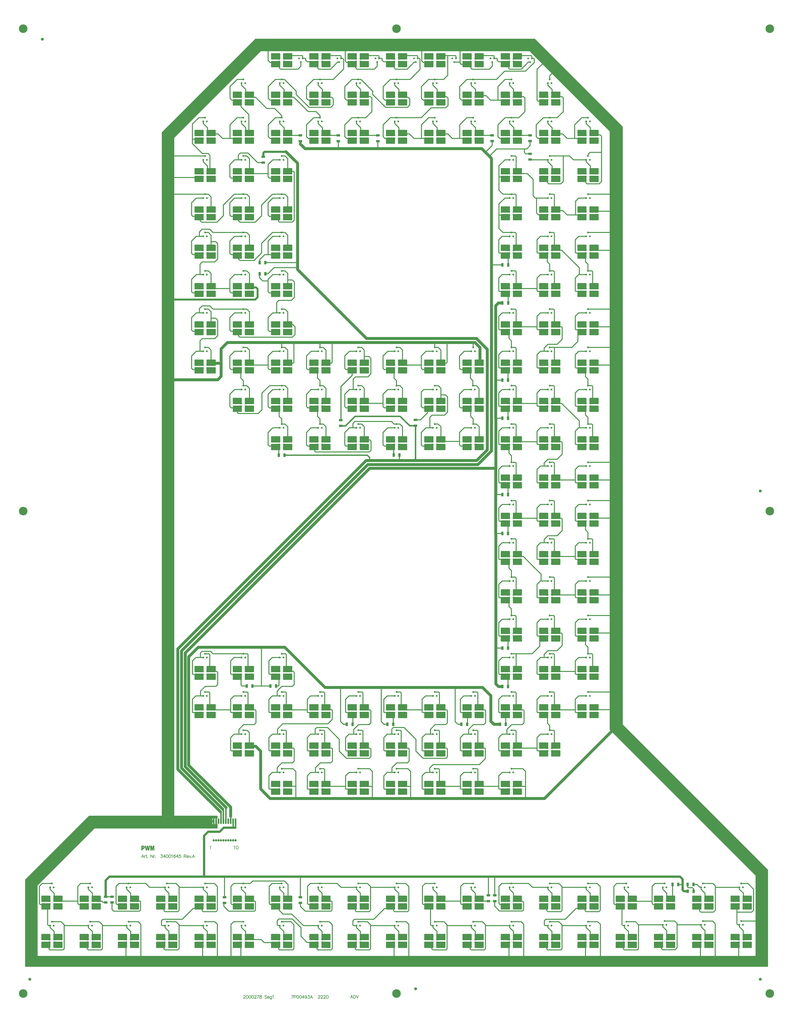
<source format=gtl>
%FSTAX44Y44*%
%MOMM*%
%SFA1B1*%

%IPPOS*%
%AMD24*
4,1,8,-0.459740,-0.899160,0.459740,-0.899160,0.574040,-0.784860,0.574040,0.784860,0.459740,0.899160,-0.459740,0.899160,-0.574040,0.784860,-0.574040,-0.784860,-0.459740,-0.899160,0.0*
1,1,0.230000,-0.459740,-0.784860*
1,1,0.230000,0.459740,-0.784860*
1,1,0.230000,0.459740,0.784860*
1,1,0.230000,-0.459740,0.784860*
%
%AMD25*
4,1,8,-0.551180,0.360680,-0.551180,-0.360680,-0.510540,-0.398780,0.510540,-0.398780,0.551180,-0.360680,0.551180,0.360680,0.510540,0.398780,-0.510540,0.398780,-0.551180,0.360680,0.0*
1,1,0.080000,-0.510540,0.360680*
1,1,0.080000,-0.510540,-0.360680*
1,1,0.080000,0.510540,-0.360680*
1,1,0.080000,0.510540,0.360680*
%
%AMD26*
4,1,8,0.299720,0.449580,-0.299720,0.449580,-0.398780,0.350520,-0.398780,-0.350520,-0.299720,-0.449580,0.299720,-0.449580,0.398780,-0.350520,0.398780,0.350520,0.299720,0.449580,0.0*
1,1,0.200000,0.299720,0.350520*
1,1,0.200000,-0.299720,0.350520*
1,1,0.200000,-0.299720,-0.350520*
1,1,0.200000,0.299720,-0.350520*
%
%AMD27*
4,1,8,-0.899160,0.459740,-0.899160,-0.459740,-0.784860,-0.574040,0.784860,-0.574040,0.899160,-0.459740,0.899160,0.459740,0.784860,0.574040,-0.784860,0.574040,-0.899160,0.459740,0.0*
1,1,0.230000,-0.784860,0.459740*
1,1,0.230000,-0.784860,-0.459740*
1,1,0.230000,0.784860,-0.459740*
1,1,0.230000,0.784860,0.459740*
%
%ADD11O,0.909998X2.949994*%
%ADD21C,0.050000*%
%ADD22C,0.649999*%
%ADD23C,1.499997*%
G04~CAMADD=24~8~0.0~0.0~452.8~708.7~45.3~0.0~15~0.0~0.0~0.0~0.0~0~0.0~0.0~0.0~0.0~0~0.0~0.0~0.0~180.0~452.0~708.0*
%ADD24D24*%
G04~CAMADD=25~8~0.0~0.0~315.0~433.1~15.7~0.0~15~0.0~0.0~0.0~0.0~0~0.0~0.0~0.0~0.0~0~0.0~0.0~0.0~90.0~434.0~315.0*
%ADD25D25*%
G04~CAMADD=26~8~0.0~0.0~315.0~354.3~39.4~0.0~15~0.0~0.0~0.0~0.0~0~0.0~0.0~0.0~0.0~0~0.0~0.0~0.0~0.0~315.0~354.3*
%ADD26D26*%
G04~CAMADD=27~8~0.0~0.0~452.8~708.7~45.3~0.0~15~0.0~0.0~0.0~0.0~0~0.0~0.0~0.0~0.0~0~0.0~0.0~0.0~90.0~708.0~452.0*
%ADD27D27*%
%ADD28C,0.100000*%
%ADD29C,1.499997*%
%ADD30C,1.199998*%
%ADD31C,0.499999*%
%ADD32C,0.799998*%
%ADD33C,0.699999*%
%ADD34C,0.999998*%
%ADD35C,0.599999*%
%ADD36C,1.099998*%
%ADD37C,0.899998*%
%ADD38C,0.253999*%
%ADD39C,4.499991*%
%ADD40C,1.199998*%
%LNled_fix910_rd_2000278_(4f00223a_7p00493a)-1*%
%LPD*%
G36*
X02653499Y04961499D02*
X02655496Y04959499D01*
Y04930502*
X02655499Y04930499*
X02653499Y04928499*
X02609499*
X02607499Y04930499*
Y04959499*
X02609499Y04961499*
X02653499*
G37*
G36*
X02592496Y04959499D02*
Y04930502D01*
X02592499Y04930499*
X02590499Y04928499*
X02546499*
X02544499Y04930499*
Y04959499*
X02546499Y04961499*
X02590499*
X02592496Y04959499*
G37*
G36*
X02453499Y04961499D02*
X02455496Y04959499D01*
Y04930502*
X02455499Y04930499*
X02453499Y04928499*
X02409499*
X02407499Y04930499*
Y04959499*
X02409499Y04961499*
X02453499*
G37*
G36*
X02392496Y04959499D02*
Y04930502D01*
X02392499Y04930499*
X02390499Y04928499*
X02346499*
X02344499Y04930499*
Y04959499*
X02346499Y04961499*
X02390499*
X02392496Y04959499*
G37*
G36*
X02253499Y04961499D02*
X02255496Y04959499D01*
Y04930502*
X02255499Y04930499*
X02253499Y04928499*
X02209499*
X02207499Y04930499*
Y04959499*
X02209499Y04961499*
X02253499*
G37*
G36*
X02192496Y04959499D02*
Y04930502D01*
X02192499Y04930499*
X02190499Y04928499*
X02146499*
X02144499Y04930499*
Y04959499*
X02146499Y04961499*
X02190499*
X02192496Y04959499*
G37*
G36*
X02053499Y04961499D02*
X02055496Y04959499D01*
Y04930502*
X02055499Y04930499*
X02053499Y04928499*
X02009499*
X02007499Y04930499*
Y04959499*
X02009499Y04961499*
X02053499*
G37*
G36*
X01992496Y04959499D02*
Y04930502D01*
X01992499Y04930499*
X01990499Y04928499*
X01946499*
X01944499Y04930499*
Y04959499*
X01946499Y04961499*
X01990499*
X01992496Y04959499*
G37*
G36*
X01853499Y04961499D02*
X01855496Y04959499D01*
Y04930502*
X01855499Y04930499*
X01853499Y04928499*
X01809499*
X01807499Y04930499*
Y04959499*
X01809499Y04961499*
X01853499*
G37*
G36*
X01792496Y04959499D02*
Y04930502D01*
X01792499Y04930499*
X01790499Y04928499*
X01746499*
X01744499Y04930499*
Y04959499*
X01746499Y04961499*
X01790499*
X01792496Y04959499*
G37*
G36*
X01653499Y04961499D02*
X01655496Y04959499D01*
Y04930502*
X01655499Y04930499*
X01653499Y04928499*
X01609499*
X01607499Y04930499*
Y04959499*
X01609499Y04961499*
X01653499*
G37*
G36*
X01592496Y04959499D02*
Y04930502D01*
X01592499Y04930499*
X01590499Y04928499*
X01546499*
X01544499Y04930499*
Y04959499*
X01546499Y04961499*
X01590499*
X01592496Y04959499*
G37*
G36*
X01453499Y04961499D02*
X01455496Y04959499D01*
Y04930502*
X01455499Y04930499*
X01453499Y04928499*
X01409499*
X01407499Y04930499*
Y04959499*
X01409499Y04961499*
X01453499*
G37*
G36*
X01392496Y04959499D02*
Y04930502D01*
X01392499Y04930499*
X01390499Y04928499*
X01346499*
X01344499Y04930499*
Y04959499*
X01346499Y04961499*
X01390499*
X01392496Y04959499*
G37*
G36*
X02655496Y04919499D02*
Y04890502D01*
X02655499Y04890499*
X02653499Y04888499*
X02609499*
X02607499Y04890499*
Y04919499*
X02609499Y04921499*
X02653499*
X02655496Y04919499*
G37*
G36*
X02592496D02*
Y04890502D01*
X02592499Y04890499*
X02590499Y04888499*
X02546499*
X02544499Y04890499*
Y04919499*
X02546499Y04921499*
X02590499*
X02592496Y04919499*
G37*
G36*
X02455496D02*
Y04890502D01*
X02455499Y04890499*
X02453499Y04888499*
X02409499*
X02407499Y04890499*
Y04919499*
X02409499Y04921499*
X02453499*
X02455496Y04919499*
G37*
G36*
X02392496D02*
Y04890502D01*
X02392499Y04890499*
X02390499Y04888499*
X02346499*
X02344499Y04890499*
Y04919499*
X02346499Y04921499*
X02390499*
X02392496Y04919499*
G37*
G36*
X02255496D02*
Y04890502D01*
X02255499Y04890499*
X02253499Y04888499*
X02209499*
X02207499Y04890499*
Y04919499*
X02209499Y04921499*
X02253499*
X02255496Y04919499*
G37*
G36*
X02192496D02*
Y04890502D01*
X02192499Y04890499*
X02190499Y04888499*
X02146499*
X02144499Y04890499*
Y04919499*
X02146499Y04921499*
X02190499*
X02192496Y04919499*
G37*
G36*
X02055496D02*
Y04890502D01*
X02055499Y04890499*
X02053499Y04888499*
X02009499*
X02007499Y04890499*
Y04919499*
X02009499Y04921499*
X02053499*
X02055496Y04919499*
G37*
G36*
X01992496D02*
Y04890502D01*
X01992499Y04890499*
X01990499Y04888499*
X01946499*
X01944499Y04890499*
Y04919499*
X01946499Y04921499*
X01990499*
X01992496Y04919499*
G37*
G36*
X01855496D02*
Y04890502D01*
X01855499Y04890499*
X01853499Y04888499*
X01809499*
X01807499Y04890499*
Y04919499*
X01809499Y04921499*
X01853499*
X01855496Y04919499*
G37*
G36*
X01792496D02*
Y04890502D01*
X01792499Y04890499*
X01790499Y04888499*
X01746499*
X01744499Y04890499*
Y04919499*
X01746499Y04921499*
X01790499*
X01792496Y04919499*
G37*
G36*
X01655496D02*
Y04890502D01*
X01655499Y04890499*
X01653499Y04888499*
X01609499*
X01607499Y04890499*
Y04919499*
X01609499Y04921499*
X01653499*
X01655496Y04919499*
G37*
G36*
X01592496D02*
Y04890502D01*
X01592499Y04890499*
X01590499Y04888499*
X01546499*
X01544499Y04890499*
Y04919499*
X01546499Y04921499*
X01590499*
X01592496Y04919499*
G37*
G36*
X01455496D02*
Y04890502D01*
X01455499Y04890499*
X01453499Y04888499*
X01409499*
X01407499Y04890499*
Y04919499*
X01409499Y04921499*
X01453499*
X01455496Y04919499*
G37*
G36*
X01392496D02*
Y04890502D01*
X01392499Y04890499*
X01390499Y04888499*
X01346499*
X01344499Y04890499*
Y04919499*
X01346499Y04921499*
X01390499*
X01392496Y04919499*
G37*
G36*
X02853499Y04761499D02*
X02855496Y04759499D01*
Y04730502*
X02855499Y04730499*
X02853499Y04728499*
X02809499*
X02807499Y04730499*
Y04759499*
X02809499Y04761499*
X02853499*
G37*
G36*
X02792496Y04759499D02*
Y04730502D01*
X02792499Y04730499*
X02790499Y04728499*
X02746499*
X02744499Y04730499*
Y04759499*
X02746499Y04761499*
X02790499*
X02792496Y04759499*
G37*
G36*
X02653499Y04761499D02*
X02655496Y04759499D01*
Y04730502*
X02655499Y04730499*
X02653499Y04728499*
X02609499*
X02607499Y04730499*
Y04759499*
X02609499Y04761499*
X02653499*
G37*
G36*
X02592496Y04759499D02*
Y04730502D01*
X02592499Y04730499*
X02590499Y04728499*
X02546499*
X02544499Y04730499*
Y04759499*
X02546499Y04761499*
X02590499*
X02592496Y04759499*
G37*
G36*
X02453499Y04761499D02*
X02455496Y04759499D01*
Y04730502*
X02455499Y04730499*
X02453499Y04728499*
X02409499*
X02407499Y04730499*
Y04759499*
X02409499Y04761499*
X02453499*
G37*
G36*
X02392496Y04759499D02*
Y04730502D01*
X02392499Y04730499*
X02390499Y04728499*
X02346499*
X02344499Y04730499*
Y04759499*
X02346499Y04761499*
X02390499*
X02392496Y04759499*
G37*
G36*
X02253499Y04761499D02*
X02255496Y04759499D01*
Y04730502*
X02255499Y04730499*
X02253499Y04728499*
X02209499*
X02207499Y04730499*
Y04759499*
X02209499Y04761499*
X02253499*
G37*
G36*
X02192496Y04759499D02*
Y04730502D01*
X02192499Y04730499*
X02190499Y04728499*
X02146499*
X02144499Y04730499*
Y04759499*
X02146499Y04761499*
X02190499*
X02192496Y04759499*
G37*
G36*
X02053499Y04761499D02*
X02055496Y04759499D01*
Y04730502*
X02055499Y04730499*
X02053499Y04728499*
X02009499*
X02007499Y04730499*
Y04759499*
X02009499Y04761499*
X02053499*
G37*
G36*
X01992496Y04759499D02*
Y04730502D01*
X01992499Y04730499*
X01990499Y04728499*
X01946499*
X01944499Y04730499*
Y04759499*
X01946499Y04761499*
X01990499*
X01992496Y04759499*
G37*
G36*
X01853499Y04761499D02*
X01855496Y04759499D01*
Y04730502*
X01855499Y04730499*
X01853499Y04728499*
X01809499*
X01807499Y04730499*
Y04759499*
X01809499Y04761499*
X01853499*
G37*
G36*
X01792496Y04759499D02*
Y04730502D01*
X01792499Y04730499*
X01790499Y04728499*
X01746499*
X01744499Y04730499*
Y04759499*
X01746499Y04761499*
X01790499*
X01792496Y04759499*
G37*
G36*
X01653499Y04761499D02*
X01655496Y04759499D01*
Y04730502*
X01655499Y04730499*
X01653499Y04728499*
X01609499*
X01607499Y04730499*
Y04759499*
X01609499Y04761499*
X01653499*
G37*
G36*
X01592496Y04759499D02*
Y04730502D01*
X01592499Y04730499*
X01590499Y04728499*
X01546499*
X01544499Y04730499*
Y04759499*
X01546499Y04761499*
X01590499*
X01592496Y04759499*
G37*
G36*
X01453499Y04761499D02*
X01455496Y04759499D01*
Y04730502*
X01455499Y04730499*
X01453499Y04728499*
X01409499*
X01407499Y04730499*
Y04759499*
X01409499Y04761499*
X01453499*
G37*
G36*
X01392496Y04759499D02*
Y04730502D01*
X01392499Y04730499*
X01390499Y04728499*
X01346499*
X01344499Y04730499*
Y04759499*
X01346499Y04761499*
X01390499*
X01392496Y04759499*
G37*
G36*
X01253499Y04761499D02*
X01255496Y04759499D01*
Y04730502*
X01255499Y04730499*
X01253499Y04728499*
X01209499*
X01207499Y04730499*
Y04759499*
X01209499Y04761499*
X01253499*
G37*
G36*
X01192496Y04759499D02*
Y04730502D01*
X01192499Y04730499*
X01190499Y04728499*
X01146499*
X01144499Y04730499*
Y04759499*
X01146499Y04761499*
X01190499*
X01192496Y04759499*
G37*
G36*
X02855496Y04719499D02*
Y04690502D01*
X02855499Y04690499*
X02853499Y04688499*
X02809499*
X02807499Y04690499*
Y04719499*
X02809499Y04721499*
X02853499*
X02855496Y04719499*
G37*
G36*
X02792496D02*
Y04690502D01*
X02792499Y04690499*
X02790499Y04688499*
X02746499*
X02744499Y04690499*
Y04719499*
X02746499Y04721499*
X02790499*
X02792496Y04719499*
G37*
G36*
X02655496D02*
Y04690502D01*
X02655499Y04690499*
X02653499Y04688499*
X02609499*
X02607499Y04690499*
Y04719499*
X02609499Y04721499*
X02653499*
X02655496Y04719499*
G37*
G36*
X02592496D02*
Y04690502D01*
X02592499Y04690499*
X02590499Y04688499*
X02546499*
X02544499Y04690499*
Y04719499*
X02546499Y04721499*
X02590499*
X02592496Y04719499*
G37*
G36*
X02455496D02*
Y04690502D01*
X02455499Y04690499*
X02453499Y04688499*
X02409499*
X02407499Y04690499*
Y04719499*
X02409499Y04721499*
X02453499*
X02455496Y04719499*
G37*
G36*
X02392496D02*
Y04690502D01*
X02392499Y04690499*
X02390499Y04688499*
X02346499*
X02344499Y04690499*
Y04719499*
X02346499Y04721499*
X02390499*
X02392496Y04719499*
G37*
G36*
X02255496D02*
Y04690502D01*
X02255499Y04690499*
X02253499Y04688499*
X02209499*
X02207499Y04690499*
Y04719499*
X02209499Y04721499*
X02253499*
X02255496Y04719499*
G37*
G36*
X02192496D02*
Y04690502D01*
X02192499Y04690499*
X02190499Y04688499*
X02146499*
X02144499Y04690499*
Y04719499*
X02146499Y04721499*
X02190499*
X02192496Y04719499*
G37*
G36*
X02055496D02*
Y04690502D01*
X02055499Y04690499*
X02053499Y04688499*
X02009499*
X02007499Y04690499*
Y04719499*
X02009499Y04721499*
X02053499*
X02055496Y04719499*
G37*
G36*
X01992496D02*
Y04690502D01*
X01992499Y04690499*
X01990499Y04688499*
X01946499*
X01944499Y04690499*
Y04719499*
X01946499Y04721499*
X01990499*
X01992496Y04719499*
G37*
G36*
X01855496D02*
Y04690502D01*
X01855499Y04690499*
X01853499Y04688499*
X01809499*
X01807499Y04690499*
Y04719499*
X01809499Y04721499*
X01853499*
X01855496Y04719499*
G37*
G36*
X01792496D02*
Y04690502D01*
X01792499Y04690499*
X01790499Y04688499*
X01746499*
X01744499Y04690499*
Y04719499*
X01746499Y04721499*
X01790499*
X01792496Y04719499*
G37*
G36*
X01655496D02*
Y04690502D01*
X01655499Y04690499*
X01653499Y04688499*
X01609499*
X01607499Y04690499*
Y04719499*
X01609499Y04721499*
X01653499*
X01655496Y04719499*
G37*
G36*
X01592496D02*
Y04690502D01*
X01592499Y04690499*
X01590499Y04688499*
X01546499*
X01544499Y04690499*
Y04719499*
X01546499Y04721499*
X01590499*
X01592496Y04719499*
G37*
G36*
X01455496D02*
Y04690502D01*
X01455499Y04690499*
X01453499Y04688499*
X01409499*
X01407499Y04690499*
Y04719499*
X01409499Y04721499*
X01453499*
X01455496Y04719499*
G37*
G36*
X01392496D02*
Y04690502D01*
X01392499Y04690499*
X01390499Y04688499*
X01346499*
X01344499Y04690499*
Y04719499*
X01346499Y04721499*
X01390499*
X01392496Y04719499*
G37*
G36*
X01255496D02*
Y04690502D01*
X01255499Y04690499*
X01253499Y04688499*
X01209499*
X01207499Y04690499*
Y04719499*
X01209499Y04721499*
X01253499*
X01255496Y04719499*
G37*
G36*
X01192496D02*
Y04690502D01*
X01192499Y04690499*
X01190499Y04688499*
X01146499*
X01144499Y04690499*
Y04719499*
X01146499Y04721499*
X01190499*
X01192496Y04719499*
G37*
G36*
X03180538Y04579211D02*
X03180262Y04577971D01*
X03180103Y04577913*
X03177948Y04577132*
X03155689Y0456906*
X03116616Y04554891*
X03114813Y04554237*
X03114225Y04554024*
X03113039Y04553709*
X03112294Y04554455*
X02694883Y04971865*
X01291115*
X00838749Y04519499*
Y02353754*
Y00978999*
X01064998*
Y00965568*
X01064559Y00964996*
X01062958*
X01062755Y0096526*
X01061448Y00966263*
Y00950004*
Y00933744*
X01062755Y00934747*
X01062958Y00935012*
X01064559*
X01064998Y00934439*
Y00912499*
X00422499*
X00124999Y00614999*
Y00246749*
X03874999*
Y00666624*
X03113124Y01428499*
Y04552354*
Y04553493*
X03114226Y04554024*
X03116616Y0455489*
X03155689Y0456906*
X0317891Y0457748*
X03179142Y04577565*
X03180104Y04577913*
X03181237Y0457736*
X03181294Y04577324*
X03181374Y04577268*
Y01455874*
X03939999Y00697249*
Y00189999*
X00059999*
Y00645499*
X00393499Y00978999*
X00773499*
Y04548499*
X01261999Y05036999*
X02722749*
X03180538Y04579211*
G37*
G36*
X03053499Y04561499D02*
X03055496Y04559499D01*
Y04530502*
X03055499Y04530499*
X03053499Y04528499*
X03009499*
X03007499Y04530499*
Y04559499*
X03009499Y04561499*
X03053499*
G37*
G36*
X02992496Y04559499D02*
Y04530502D01*
X02992499Y04530499*
X02990499Y04528499*
X02946499*
X02944499Y04530499*
Y04559499*
X02946499Y04561499*
X02990499*
X02992496Y04559499*
G37*
G36*
X01453499Y04561499D02*
X01455496Y04559499D01*
Y04530502*
X01455499Y04530499*
X01453499Y04528499*
X01409499*
X01407499Y04530499*
Y04559499*
X01409499Y04561499*
X01453499*
G37*
G36*
X01392496Y04559499D02*
Y04530502D01*
X01392499Y04530499*
X01390499Y04528499*
X01346499*
X01344499Y04530499*
Y04559499*
X01346499Y04561499*
X01390499*
X01392496Y04559499*
G37*
G36*
X02853499Y04561499D02*
X02855496Y04559499D01*
Y04530502*
X02855499Y04530499*
X02853499Y04528499*
X02809499*
X02807499Y04530499*
Y04559499*
X02809499Y04561499*
X02853499*
G37*
G36*
X02792496Y04559499D02*
Y04530502D01*
X02792499Y04530499*
X02790499Y04528499*
X02746499*
X02744499Y04530499*
Y04559499*
X02746499Y04561499*
X02790499*
X02792496Y04559499*
G37*
G36*
X02653499Y04561499D02*
X02655496Y04559499D01*
Y04530502*
X02655499Y04530499*
X02653499Y04528499*
X02609499*
X02607499Y04530499*
Y04559499*
X02609499Y04561499*
X02653499*
G37*
G36*
X02592496Y04559499D02*
Y04530502D01*
X02592499Y04530499*
X02590499Y04528499*
X02546499*
X02544499Y04530499*
Y04559499*
X02546499Y04561499*
X02590499*
X02592496Y04559499*
G37*
G36*
X02453499Y04561499D02*
X02455496Y04559499D01*
Y04530502*
X02455499Y04530499*
X02453499Y04528499*
X02409499*
X02407499Y04530499*
Y04559499*
X02409499Y04561499*
X02453499*
G37*
G36*
X02392496Y04559499D02*
Y04530502D01*
X02392499Y04530499*
X02390499Y04528499*
X02346499*
X02344499Y04530499*
Y04559499*
X02346499Y04561499*
X02390499*
X02392496Y04559499*
G37*
G36*
X02253499Y04561499D02*
X02255496Y04559499D01*
Y04530502*
X02255499Y04530499*
X02253499Y04528499*
X02209499*
X02207499Y04530499*
Y04559499*
X02209499Y04561499*
X02253499*
G37*
G36*
X02192496Y04559499D02*
Y04530502D01*
X02192499Y04530499*
X02190499Y04528499*
X02146499*
X02144499Y04530499*
Y04559499*
X02146499Y04561499*
X02190499*
X02192496Y04559499*
G37*
G36*
X02053499Y04561499D02*
X02055496Y04559499D01*
Y04530502*
X02055499Y04530499*
X02053499Y04528499*
X02009499*
X02007499Y04530499*
Y04559499*
X02009499Y04561499*
X02053499*
G37*
G36*
X01992496Y04559499D02*
Y04530502D01*
X01992499Y04530499*
X01990499Y04528499*
X01946499*
X01944499Y04530499*
Y04559499*
X01946499Y04561499*
X01990499*
X01992496Y04559499*
G37*
G36*
X01853499Y04561499D02*
X01855496Y04559499D01*
Y04530502*
X01855499Y04530499*
X01853499Y04528499*
X01809499*
X01807499Y04530499*
Y04559499*
X01809499Y04561499*
X01853499*
G37*
G36*
X01792496Y04559499D02*
Y04530502D01*
X01792499Y04530499*
X01790499Y04528499*
X01746499*
X01744499Y04530499*
Y04559499*
X01746499Y04561499*
X01790499*
X01792496Y04559499*
G37*
G36*
X01653499Y04561499D02*
X01655496Y04559499D01*
Y04530502*
X01655499Y04530499*
X01653499Y04528499*
X01609499*
X01607499Y04530499*
Y04559499*
X01609499Y04561499*
X01653499*
G37*
G36*
X01592496Y04559499D02*
Y04530502D01*
X01592499Y04530499*
X01590499Y04528499*
X01546499*
X01544499Y04530499*
Y04559499*
X01546499Y04561499*
X01590499*
X01592496Y04559499*
G37*
G36*
X01253499Y04561499D02*
X01255496Y04559499D01*
Y04530502*
X01255499Y04530499*
X01253499Y04528499*
X01209499*
X01207499Y04530499*
Y04559499*
X01209499Y04561499*
X01253499*
G37*
G36*
X01192496Y04559499D02*
Y04530502D01*
X01192499Y04530499*
X01190499Y04528499*
X01146499*
X01144499Y04530499*
Y04559499*
X01146499Y04561499*
X01190499*
X01192496Y04559499*
G37*
G36*
X01053499Y04561499D02*
X01055497Y04559499D01*
Y04530502*
X01055499Y04530499*
X01053499Y04528499*
X01009499*
X01007499Y04530499*
Y04559499*
X01009499Y04561499*
X01053499*
G37*
G36*
X00992496Y04559499D02*
Y04530502D01*
X00992499Y04530499*
X00990499Y04528499*
X00946499*
X00944499Y04530499*
Y04559499*
X00946499Y04561499*
X00990499*
X00992496Y04559499*
G37*
G36*
X03055496Y04519499D02*
Y04490502D01*
X03055499Y04490499*
X03053499Y04488499*
X03009499*
X03007499Y04490499*
Y04519499*
X03009499Y04521499*
X03053499*
X03055496Y04519499*
G37*
G36*
X02992496D02*
Y04490502D01*
X02992499Y04490499*
X02990499Y04488499*
X02946499*
X02944499Y04490499*
Y04519499*
X02946499Y04521499*
X02990499*
X02992496Y04519499*
G37*
G36*
X01455496D02*
Y04490502D01*
X01455499Y04490499*
X01453499Y04488499*
X01409499*
X01407499Y04490499*
Y04519499*
X01409499Y04521499*
X01453499*
X01455496Y04519499*
G37*
G36*
X01392496D02*
Y04490502D01*
X01392499Y04490499*
X01390499Y04488499*
X01346499*
X01344499Y04490499*
Y04519499*
X01346499Y04521499*
X01390499*
X01392496Y04519499*
G37*
G36*
X02855496D02*
Y04490502D01*
X02855499Y04490499*
X02853499Y04488499*
X02809499*
X02807499Y04490499*
Y04519499*
X02809499Y04521499*
X02853499*
X02855496Y04519499*
G37*
G36*
X02792496D02*
Y04490502D01*
X02792499Y04490499*
X02790499Y04488499*
X02746499*
X02744499Y04490499*
Y04519499*
X02746499Y04521499*
X02790499*
X02792496Y04519499*
G37*
G36*
X02655496D02*
Y04490502D01*
X02655499Y04490499*
X02653499Y04488499*
X02609499*
X02607499Y04490499*
Y04519499*
X02609499Y04521499*
X02653499*
X02655496Y04519499*
G37*
G36*
X02592496D02*
Y04490502D01*
X02592499Y04490499*
X02590499Y04488499*
X02546499*
X02544499Y04490499*
Y04519499*
X02546499Y04521499*
X02590499*
X02592496Y04519499*
G37*
G36*
X02455496D02*
Y04490502D01*
X02455499Y04490499*
X02453499Y04488499*
X02409499*
X02407499Y04490499*
Y04519499*
X02409499Y04521499*
X02453499*
X02455496Y04519499*
G37*
G36*
X02392496D02*
Y04490502D01*
X02392499Y04490499*
X02390499Y04488499*
X02346499*
X02344499Y04490499*
Y04519499*
X02346499Y04521499*
X02390499*
X02392496Y04519499*
G37*
G36*
X02255496D02*
Y04490502D01*
X02255499Y04490499*
X02253499Y04488499*
X02209499*
X02207499Y04490499*
Y04519499*
X02209499Y04521499*
X02253499*
X02255496Y04519499*
G37*
G36*
X02192496D02*
Y04490502D01*
X02192499Y04490499*
X02190499Y04488499*
X02146499*
X02144499Y04490499*
Y04519499*
X02146499Y04521499*
X02190499*
X02192496Y04519499*
G37*
G36*
X02055496D02*
Y04490502D01*
X02055499Y04490499*
X02053499Y04488499*
X02009499*
X02007499Y04490499*
Y04519499*
X02009499Y04521499*
X02053499*
X02055496Y04519499*
G37*
G36*
X01992496D02*
Y04490502D01*
X01992499Y04490499*
X01990499Y04488499*
X01946499*
X01944499Y04490499*
Y04519499*
X01946499Y04521499*
X01990499*
X01992496Y04519499*
G37*
G36*
X01855496D02*
Y04490502D01*
X01855499Y04490499*
X01853499Y04488499*
X01809499*
X01807499Y04490499*
Y04519499*
X01809499Y04521499*
X01853499*
X01855496Y04519499*
G37*
G36*
X01792496D02*
Y04490502D01*
X01792499Y04490499*
X01790499Y04488499*
X01746499*
X01744499Y04490499*
Y04519499*
X01746499Y04521499*
X01790499*
X01792496Y04519499*
G37*
G36*
X01655496D02*
Y04490502D01*
X01655499Y04490499*
X01653499Y04488499*
X01609499*
X01607499Y04490499*
Y04519499*
X01609499Y04521499*
X01653499*
X01655496Y04519499*
G37*
G36*
X01592496D02*
Y04490502D01*
X01592499Y04490499*
X01590499Y04488499*
X01546499*
X01544499Y04490499*
Y04519499*
X01546499Y04521499*
X01590499*
X01592496Y04519499*
G37*
G36*
X01255496D02*
Y04490502D01*
X01255499Y04490499*
X01253499Y04488499*
X01209499*
X01207499Y04490499*
Y04519499*
X01209499Y04521499*
X01253499*
X01255496Y04519499*
G37*
G36*
X01192496D02*
Y04490502D01*
X01192499Y04490499*
X01190499Y04488499*
X01146499*
X01144499Y04490499*
Y04519499*
X01146499Y04521499*
X01190499*
X01192496Y04519499*
G37*
G36*
X01055497D02*
Y04490502D01*
X01055499Y04490499*
X01053499Y04488499*
X01009499*
X01007499Y04490499*
Y04519499*
X01009499Y04521499*
X01053499*
X01055497Y04519499*
G37*
G36*
X00992496D02*
Y04490502D01*
X00992499Y04490499*
X00990499Y04488499*
X00946499*
X00944499Y04490499*
Y04519499*
X00946499Y04521499*
X00990499*
X00992496Y04519499*
G37*
G36*
X01453499Y04361499D02*
X01455499Y04359499D01*
Y04330499*
X01453499Y04328499*
X01409499*
X01407502Y04330499*
Y04359496*
X01407499Y04359499*
X01409499Y04361499*
X01453499*
G37*
G36*
X01392499Y04359499D02*
Y04330499D01*
X01390499Y04328499*
X01346499*
X01344502Y04330499*
Y04359496*
X01344499Y04359499*
X01346499Y04361499*
X01390499*
X01392499Y04359499*
G37*
G36*
X01253499Y04361499D02*
X01255499Y04359499D01*
Y04330499*
X01253499Y04328499*
X01209499*
X01207502Y04330499*
Y04359496*
X01207499Y04359499*
X01209499Y04361499*
X01253499*
G37*
G36*
X01192499Y04359499D02*
Y04330499D01*
X01190499Y04328499*
X01146499*
X01144502Y04330499*
Y04359496*
X01144499Y04359499*
X01146499Y04361499*
X01190499*
X01192499Y04359499*
G37*
G36*
X03053499Y04361499D02*
X03055496Y04359499D01*
Y04330502*
X03055499Y04330499*
X03053499Y04328499*
X03009499*
X03007499Y04330499*
Y04359499*
X03009499Y04361499*
X03053499*
G37*
G36*
X02992496Y04359499D02*
Y04330502D01*
X02992499Y04330499*
X02990499Y04328499*
X02946499*
X02944499Y04330499*
Y04359499*
X02946499Y04361499*
X02990499*
X02992496Y04359499*
G37*
G36*
X02853499Y04361499D02*
X02855496Y04359499D01*
Y04330502*
X02855499Y04330499*
X02853499Y04328499*
X02809499*
X02807499Y04330499*
Y04359499*
X02809499Y04361499*
X02853499*
G37*
G36*
X02792496Y04359499D02*
Y04330502D01*
X02792499Y04330499*
X02790499Y04328499*
X02746499*
X02744499Y04330499*
Y04359499*
X02746499Y04361499*
X02790499*
X02792496Y04359499*
G37*
G36*
X02653499Y04361499D02*
X02655499Y04359499D01*
Y04330499*
X02653499Y04328499*
X02609499*
X02607502Y04330499*
Y04359496*
X02607499Y04359499*
X02609499Y04361499*
X02653499*
G37*
G36*
X02592499Y04359499D02*
Y04330499D01*
X02590499Y04328499*
X02546499*
X02544502Y04330499*
Y04359496*
X02544499Y04359499*
X02546499Y04361499*
X02590499*
X02592499Y04359499*
G37*
G36*
X01053499Y04361499D02*
X01055497Y04359499D01*
Y04330502*
X01055499Y04330499*
X01053499Y04328499*
X01009499*
X01007499Y04330499*
Y04359499*
X01009499Y04361499*
X01053499*
G37*
G36*
X00992496Y04359499D02*
Y04330502D01*
X00992499Y04330499*
X00990499Y04328499*
X00946499*
X00944499Y04330499*
Y04359499*
X00946499Y04361499*
X00990499*
X00992496Y04359499*
G37*
G36*
X01455499Y04319499D02*
Y04290499D01*
X01453499Y04288499*
X01409499*
X01407502Y04290499*
Y04319496*
X01407499Y04319499*
X01409499Y04321499*
X01453499*
X01455499Y04319499*
G37*
G36*
X01392499D02*
Y04290499D01*
X01390499Y04288499*
X01346499*
X01344502Y04290499*
Y04319496*
X01344499Y04319499*
X01346499Y04321499*
X01390499*
X01392499Y04319499*
G37*
G36*
X01255499D02*
Y04290499D01*
X01253499Y04288499*
X01209499*
X01207502Y04290499*
Y04319496*
X01207499Y04319499*
X01209499Y04321499*
X01253499*
X01255499Y04319499*
G37*
G36*
X01192499D02*
Y04290499D01*
X01190499Y04288499*
X01146499*
X01144502Y04290499*
Y04319496*
X01144499Y04319499*
X01146499Y04321499*
X01190499*
X01192499Y04319499*
G37*
G36*
X03055496D02*
Y04290502D01*
X03055499Y04290499*
X03053499Y04288499*
X03009499*
X03007499Y04290499*
Y04319499*
X03009499Y04321499*
X03053499*
X03055496Y04319499*
G37*
G36*
X02992496D02*
Y04290502D01*
X02992499Y04290499*
X02990499Y04288499*
X02946499*
X02944499Y04290499*
Y04319499*
X02946499Y04321499*
X02990499*
X02992496Y04319499*
G37*
G36*
X02855496D02*
Y04290502D01*
X02855499Y04290499*
X02853499Y04288499*
X02809499*
X02807499Y04290499*
Y04319499*
X02809499Y04321499*
X02853499*
X02855496Y04319499*
G37*
G36*
X02792496D02*
Y04290502D01*
X02792499Y04290499*
X02790499Y04288499*
X02746499*
X02744499Y04290499*
Y04319499*
X02746499Y04321499*
X02790499*
X02792496Y04319499*
G37*
G36*
X02655499D02*
Y04290499D01*
X02653499Y04288499*
X02609499*
X02607502Y04290499*
Y04319496*
X02607499Y04319499*
X02609499Y04321499*
X02653499*
X02655499Y04319499*
G37*
G36*
X02592499D02*
Y04290499D01*
X02590499Y04288499*
X02546499*
X02544502Y04290499*
Y04319496*
X02544499Y04319499*
X02546499Y04321499*
X02590499*
X02592499Y04319499*
G37*
G36*
X01055497D02*
Y04290502D01*
X01055499Y04290499*
X01053499Y04288499*
X01009499*
X01007499Y04290499*
Y04319499*
X01009499Y04321499*
X01053499*
X01055497Y04319499*
G37*
G36*
X00992496D02*
Y04290502D01*
X00992499Y04290499*
X00990499Y04288499*
X00946499*
X00944499Y04290499*
Y04319499*
X00946499Y04321499*
X00990499*
X00992496Y04319499*
G37*
G36*
X03053499Y04161499D02*
X03055499Y04159499D01*
Y04130499*
X03053499Y04128499*
X03009499*
X03007502Y04130499*
Y04159496*
X03007499Y04159499*
X03009499Y04161499*
X03053499*
G37*
G36*
X02992499Y04159499D02*
Y04130499D01*
X02990499Y04128499*
X02946499*
X02944502Y04130499*
Y04159496*
X02944499Y04159499*
X02946499Y04161499*
X02990499*
X02992499Y04159499*
G37*
G36*
X02853499Y04161499D02*
X02855499Y04159499D01*
Y04130499*
X02853499Y04128499*
X02809499*
X02807502Y04130499*
Y04159496*
X02807499Y04159499*
X02809499Y04161499*
X02853499*
G37*
G36*
X02792499Y04159499D02*
Y04130499D01*
X02790499Y04128499*
X02746499*
X02744502Y04130499*
Y04159496*
X02744499Y04159499*
X02746499Y04161499*
X02790499*
X02792499Y04159499*
G37*
G36*
X02653499Y04161499D02*
X02655499Y04159499D01*
Y04130499*
X02653499Y04128499*
X02609499*
X02607502Y04130499*
Y04159496*
X02607499Y04159499*
X02609499Y04161499*
X02653499*
G37*
G36*
X02592499Y04159499D02*
Y04130499D01*
X02590499Y04128499*
X02546499*
X02544502Y04130499*
Y04159496*
X02544499Y04159499*
X02546499Y04161499*
X02590499*
X02592499Y04159499*
G37*
G36*
X01453499Y04161499D02*
X01455499Y04159499D01*
Y04130499*
X01453499Y04128499*
X01409499*
X01407502Y04130499*
Y04159496*
X01407499Y04159499*
X01409499Y04161499*
X01453499*
G37*
G36*
X01392499Y04159499D02*
Y04130499D01*
X01390499Y04128499*
X01346499*
X01344502Y04130499*
Y04159496*
X01344499Y04159499*
X01346499Y04161499*
X01390499*
X01392499Y04159499*
G37*
G36*
X01253499Y04161499D02*
X01255499Y04159499D01*
Y04130499*
X01253499Y04128499*
X01209499*
X01207502Y04130499*
Y04159496*
X01207499Y04159499*
X01209499Y04161499*
X01253499*
G37*
G36*
X01192499Y04159499D02*
Y04130499D01*
X01190499Y04128499*
X01146499*
X01144502Y04130499*
Y04159496*
X01144499Y04159499*
X01146499Y04161499*
X01190499*
X01192499Y04159499*
G37*
G36*
X01053499Y04161499D02*
X01055499Y04159499D01*
Y04130499*
X01053499Y04128499*
X01009499*
X01007502Y04130499*
Y04159496*
X01007499Y04159499*
X01009499Y04161499*
X01053499*
G37*
G36*
X00992499Y04159499D02*
Y04130499D01*
X00990499Y04128499*
X00946499*
X00944502Y04130499*
Y04159496*
X00944499Y04159499*
X00946499Y04161499*
X00990499*
X00992499Y04159499*
G37*
G36*
X03055499Y04119499D02*
Y04090499D01*
X03053499Y04088499*
X03009499*
X03007502Y04090499*
Y04119496*
X03007499Y04119499*
X03009499Y04121499*
X03053499*
X03055499Y04119499*
G37*
G36*
X02992499D02*
Y04090499D01*
X02990499Y04088499*
X02946499*
X02944502Y04090499*
Y04119496*
X02944499Y04119499*
X02946499Y04121499*
X02990499*
X02992499Y04119499*
G37*
G36*
X02855499D02*
Y04090499D01*
X02853499Y04088499*
X02809499*
X02807502Y04090499*
Y04119496*
X02807499Y04119499*
X02809499Y04121499*
X02853499*
X02855499Y04119499*
G37*
G36*
X02792499D02*
Y04090499D01*
X02790499Y04088499*
X02746499*
X02744502Y04090499*
Y04119496*
X02744499Y04119499*
X02746499Y04121499*
X02790499*
X02792499Y04119499*
G37*
G36*
X02655499D02*
Y04090499D01*
X02653499Y04088499*
X02609499*
X02607502Y04090499*
Y04119496*
X02607499Y04119499*
X02609499Y04121499*
X02653499*
X02655499Y04119499*
G37*
G36*
X02592499D02*
Y04090499D01*
X02590499Y04088499*
X02546499*
X02544502Y04090499*
Y04119496*
X02544499Y04119499*
X02546499Y04121499*
X02590499*
X02592499Y04119499*
G37*
G36*
X01455499D02*
Y04090499D01*
X01453499Y04088499*
X01409499*
X01407502Y04090499*
Y04119496*
X01407499Y04119499*
X01409499Y04121499*
X01453499*
X01455499Y04119499*
G37*
G36*
X01392499D02*
Y04090499D01*
X01390499Y04088499*
X01346499*
X01344502Y04090499*
Y04119496*
X01344499Y04119499*
X01346499Y04121499*
X01390499*
X01392499Y04119499*
G37*
G36*
X01255499D02*
Y04090499D01*
X01253499Y04088499*
X01209499*
X01207502Y04090499*
Y04119496*
X01207499Y04119499*
X01209499Y04121499*
X01253499*
X01255499Y04119499*
G37*
G36*
X01192499D02*
Y04090499D01*
X01190499Y04088499*
X01146499*
X01144502Y04090499*
Y04119496*
X01144499Y04119499*
X01146499Y04121499*
X01190499*
X01192499Y04119499*
G37*
G36*
X01055499D02*
Y04090499D01*
X01053499Y04088499*
X01009499*
X01007502Y04090499*
Y04119496*
X01007499Y04119499*
X01009499Y04121499*
X01053499*
X01055499Y04119499*
G37*
G36*
X00992499D02*
Y04090499D01*
X00990499Y04088499*
X00946499*
X00944502Y04090499*
Y04119496*
X00944499Y04119499*
X00946499Y04121499*
X00990499*
X00992499Y04119499*
G37*
G36*
X03053499Y03961499D02*
X03055499Y03959499D01*
Y03930499*
X03053499Y03928499*
X03009499*
X03007502Y03930499*
Y03959496*
X03007499Y03959499*
X03009499Y03961499*
X03053499*
G37*
G36*
X02992499Y03959499D02*
Y03930499D01*
X02990499Y03928499*
X02946499*
X02944502Y03930499*
Y03959496*
X02944499Y03959499*
X02946499Y03961499*
X02990499*
X02992499Y03959499*
G37*
G36*
X02853499Y03961499D02*
X02855499Y03959499D01*
Y03930499*
X02853499Y03928499*
X02809499*
X02807502Y03930499*
Y03959496*
X02807499Y03959499*
X02809499Y03961499*
X02853499*
G37*
G36*
X02792499Y03959499D02*
Y03930499D01*
X02790499Y03928499*
X02746499*
X02744502Y03930499*
Y03959496*
X02744499Y03959499*
X02746499Y03961499*
X02790499*
X02792499Y03959499*
G37*
G36*
X02653499Y03961499D02*
X02655499Y03959499D01*
Y03930499*
X02653499Y03928499*
X02609499*
X02607502Y03930499*
Y03959496*
X02607499Y03959499*
X02609499Y03961499*
X02653499*
G37*
G36*
X02592499Y03959499D02*
Y03930499D01*
X02590499Y03928499*
X02546499*
X02544502Y03930499*
Y03959496*
X02544499Y03959499*
X02546499Y03961499*
X02590499*
X02592499Y03959499*
G37*
G36*
X01453499Y03961499D02*
X01455499Y03959499D01*
Y03930499*
X01453499Y03928499*
X01409499*
X01407502Y03930499*
Y03959496*
X01407499Y03959499*
X01409499Y03961499*
X01453499*
G37*
G36*
X01392499Y03959499D02*
Y03930499D01*
X01390499Y03928499*
X01346499*
X01344502Y03930499*
Y03959496*
X01344499Y03959499*
X01346499Y03961499*
X01390499*
X01392499Y03959499*
G37*
G36*
X01255499D02*
Y03930499D01*
X01253499Y03928499*
X01209499*
X01207502Y03930499*
Y03959496*
X01207499Y03959499*
X01209499Y03961499*
X01253499*
X01255499Y03959499*
G37*
G36*
X01192499D02*
Y03930499D01*
X01190499Y03928499*
X01146499*
X01144502Y03930499*
Y03959496*
X01144499Y03959499*
X01146499Y03961499*
X01190499*
X01192499Y03959499*
G37*
G36*
X01053499Y03961499D02*
X01055499Y03959499D01*
Y03930499*
X01053499Y03928499*
X01009499*
X01007502Y03930499*
Y03959496*
X01007499Y03959499*
X01009499Y03961499*
X01053499*
G37*
G36*
X00992499Y03959499D02*
Y03930499D01*
X00990499Y03928499*
X00946499*
X00944502Y03930499*
Y03959496*
X00944499Y03959499*
X00946499Y03961499*
X00990499*
X00992499Y03959499*
G37*
G36*
X01255499Y03919499D02*
Y03890499D01*
X01253499Y03888499*
X01209499*
X01207502Y03890499*
Y03919496*
X01207499Y03919499*
X01209499Y03921499*
X01253499*
X01255499Y03919499*
G37*
G36*
X03055499D02*
Y03890499D01*
X03053499Y03888499*
X03009499*
X03007502Y03890499*
Y03919496*
X03007499Y03919499*
X03009499Y03921499*
X03053499*
X03055499Y03919499*
G37*
G36*
X02992499D02*
Y03890499D01*
X02990499Y03888499*
X02946499*
X02944502Y03890499*
Y03919496*
X02944499Y03919499*
X02946499Y03921499*
X02990499*
X02992499Y03919499*
G37*
G36*
X02855499D02*
Y03890499D01*
X02853499Y03888499*
X02809499*
X02807502Y03890499*
Y03919496*
X02807499Y03919499*
X02809499Y03921499*
X02853499*
X02855499Y03919499*
G37*
G36*
X02792499D02*
Y03890499D01*
X02790499Y03888499*
X02746499*
X02744502Y03890499*
Y03919496*
X02744499Y03919499*
X02746499Y03921499*
X02790499*
X02792499Y03919499*
G37*
G36*
X02655499D02*
Y03890499D01*
X02653499Y03888499*
X02609499*
X02607502Y03890499*
Y03919496*
X02607499Y03919499*
X02609499Y03921499*
X02653499*
X02655499Y03919499*
G37*
G36*
X02592499D02*
Y03890499D01*
X02590499Y03888499*
X02546499*
X02544502Y03890499*
Y03919496*
X02544499Y03919499*
X02546499Y03921499*
X02590499*
X02592499Y03919499*
G37*
G36*
X01455499D02*
Y03890499D01*
X01453499Y03888499*
X01409499*
X01407502Y03890499*
Y03919496*
X01407499Y03919499*
X01409499Y03921499*
X01453499*
X01455499Y03919499*
G37*
G36*
X01392499D02*
Y03890499D01*
X01390499Y03888499*
X01346499*
X01344502Y03890499*
Y03919496*
X01344499Y03919499*
X01346499Y03921499*
X01390499*
X01392499Y03919499*
G37*
G36*
X01192499D02*
Y03890499D01*
X01190499Y03888499*
X01146499*
X01144502Y03890499*
Y03919496*
X01144499Y03919499*
X01146499Y03921499*
X01190499*
X01192499Y03919499*
G37*
G36*
X01055499D02*
Y03890499D01*
X01053499Y03888499*
X01009499*
X01007502Y03890499*
Y03919496*
X01007499Y03919499*
X01009499Y03921499*
X01053499*
X01055499Y03919499*
G37*
G36*
X00992499D02*
Y03890499D01*
X00990499Y03888499*
X00946499*
X00944502Y03890499*
Y03919496*
X00944499Y03919499*
X00946499Y03921499*
X00990499*
X00992499Y03919499*
G37*
G36*
X02653499Y03761499D02*
X02655499Y03759499D01*
Y03730499*
X02653499Y03728499*
X02609499*
X02607502Y03730499*
Y03759496*
X02607499Y03759499*
X02609499Y03761499*
X02653499*
G37*
G36*
X02592499Y03759499D02*
Y03730499D01*
X02590499Y03728499*
X02546499*
X02544502Y03730499*
Y03759496*
X02544499Y03759499*
X02546499Y03761499*
X02590499*
X02592499Y03759499*
G37*
G36*
X03053499Y03761499D02*
X03055499Y03759499D01*
Y03730499*
X03053499Y03728499*
X03009499*
X03007502Y03730499*
Y03759496*
X03007499Y03759499*
X03009499Y03761499*
X03053499*
G37*
G36*
X02992499Y03759499D02*
Y03730499D01*
X02990499Y03728499*
X02946499*
X02944502Y03730499*
Y03759496*
X02944499Y03759499*
X02946499Y03761499*
X02990499*
X02992499Y03759499*
G37*
G36*
X02853499Y03761499D02*
X02855499Y03759499D01*
Y03730499*
X02853499Y03728499*
X02809499*
X02807502Y03730499*
Y03759496*
X02807499Y03759499*
X02809499Y03761499*
X02853499*
G37*
G36*
X02792499Y03759499D02*
Y03730499D01*
X02790499Y03728499*
X02746499*
X02744502Y03730499*
Y03759496*
X02744499Y03759499*
X02746499Y03761499*
X02790499*
X02792499Y03759499*
G37*
G36*
X01453499Y03761499D02*
X01455499Y03759499D01*
Y03730499*
X01453499Y03728499*
X01409499*
X01407502Y03730499*
Y03759496*
X01407499Y03759499*
X01409499Y03761499*
X01453499*
G37*
G36*
X01392499Y03759499D02*
Y03730499D01*
X01390499Y03728499*
X01346499*
X01344502Y03730499*
Y03759496*
X01344499Y03759499*
X01346499Y03761499*
X01390499*
X01392499Y03759499*
G37*
G36*
X01253499Y03761499D02*
X01255499Y03759499D01*
Y03730499*
X01253499Y03728499*
X01209499*
X01207502Y03730499*
Y03759496*
X01207499Y03759499*
X01209499Y03761499*
X01253499*
G37*
G36*
X01192499Y03759499D02*
Y03730499D01*
X01190499Y03728499*
X01146499*
X01144502Y03730499*
Y03759496*
X01144499Y03759499*
X01146499Y03761499*
X01190499*
X01192499Y03759499*
G37*
G36*
X01053499Y03761499D02*
X01055499Y03759499D01*
Y03730499*
X01053499Y03728499*
X01009499*
X01007502Y03730499*
Y03759496*
X01007499Y03759499*
X01009499Y03761499*
X01053499*
G37*
G36*
X00992499Y03759499D02*
Y03730499D01*
X00990499Y03728499*
X00946499*
X00944502Y03730499*
Y03759496*
X00944499Y03759499*
X00946499Y03761499*
X00990499*
X00992499Y03759499*
G37*
G36*
X02655499Y03719499D02*
Y03690499D01*
X02653499Y03688499*
X02609499*
X02607502Y03690499*
Y03719496*
X02607499Y03719499*
X02609499Y03721499*
X02653499*
X02655499Y03719499*
G37*
G36*
X02592499D02*
Y03690499D01*
X02590499Y03688499*
X02546499*
X02544502Y03690499*
Y03719496*
X02544499Y03719499*
X02546499Y03721499*
X02590499*
X02592499Y03719499*
G37*
G36*
X03055499D02*
Y03690499D01*
X03053499Y03688499*
X03009499*
X03007502Y03690499*
Y03719496*
X03007499Y03719499*
X03009499Y03721499*
X03053499*
X03055499Y03719499*
G37*
G36*
X02992499D02*
Y03690499D01*
X02990499Y03688499*
X02946499*
X02944502Y03690499*
Y03719496*
X02944499Y03719499*
X02946499Y03721499*
X02990499*
X02992499Y03719499*
G37*
G36*
X02855499D02*
Y03690499D01*
X02853499Y03688499*
X02809499*
X02807502Y03690499*
Y03719496*
X02807499Y03719499*
X02809499Y03721499*
X02853499*
X02855499Y03719499*
G37*
G36*
X02792499D02*
Y03690499D01*
X02790499Y03688499*
X02746499*
X02744502Y03690499*
Y03719496*
X02744499Y03719499*
X02746499Y03721499*
X02790499*
X02792499Y03719499*
G37*
G36*
X01455499D02*
Y03690499D01*
X01453499Y03688499*
X01409499*
X01407502Y03690499*
Y03719496*
X01407499Y03719499*
X01409499Y03721499*
X01453499*
X01455499Y03719499*
G37*
G36*
X01392499D02*
Y03690499D01*
X01390499Y03688499*
X01346499*
X01344502Y03690499*
Y03719496*
X01344499Y03719499*
X01346499Y03721499*
X01390499*
X01392499Y03719499*
G37*
G36*
X01255499D02*
Y03690499D01*
X01253499Y03688499*
X01209499*
X01207502Y03690499*
Y03719496*
X01207499Y03719499*
X01209499Y03721499*
X01253499*
X01255499Y03719499*
G37*
G36*
X01192499D02*
Y03690499D01*
X01190499Y03688499*
X01146499*
X01144502Y03690499*
Y03719496*
X01144499Y03719499*
X01146499Y03721499*
X01190499*
X01192499Y03719499*
G37*
G36*
X01055499D02*
Y03690499D01*
X01053499Y03688499*
X01009499*
X01007502Y03690499*
Y03719496*
X01007499Y03719499*
X01009499Y03721499*
X01053499*
X01055499Y03719499*
G37*
G36*
X00992499D02*
Y03690499D01*
X00990499Y03688499*
X00946499*
X00944502Y03690499*
Y03719496*
X00944499Y03719499*
X00946499Y03721499*
X00990499*
X00992499Y03719499*
G37*
G36*
X01453499Y03561499D02*
X01455499Y03559499D01*
Y03530499*
X01453499Y03528499*
X01409499*
X01407502Y03530499*
Y03559496*
X01407499Y03559499*
X01409499Y03561499*
X01453499*
G37*
G36*
X01392499Y03559499D02*
Y03530499D01*
X01390499Y03528499*
X01346499*
X01344502Y03530499*
Y03559496*
X01344499Y03559499*
X01346499Y03561499*
X01390499*
X01392499Y03559499*
G37*
G36*
X01253499Y03561499D02*
X01255499Y03559499D01*
Y03530499*
X01253499Y03528499*
X01209499*
X01207502Y03530499*
Y03559496*
X01207499Y03559499*
X01209499Y03561499*
X01253499*
G37*
G36*
X01192499Y03559499D02*
Y03530499D01*
X01190499Y03528499*
X01146499*
X01144502Y03530499*
Y03559496*
X01144499Y03559499*
X01146499Y03561499*
X01190499*
X01192499Y03559499*
G37*
G36*
X01053499Y03561499D02*
X01055499Y03559499D01*
Y03530499*
X01053499Y03528499*
X01009499*
X01007502Y03530499*
Y03559496*
X01007499Y03559499*
X01009499Y03561499*
X01053499*
G37*
G36*
X00992499Y03559499D02*
Y03530499D01*
X00990499Y03528499*
X00946499*
X00944502Y03530499*
Y03559496*
X00944499Y03559499*
X00946499Y03561499*
X00990499*
X00992499Y03559499*
G37*
G36*
X03053499Y03561499D02*
X03055499Y03559499D01*
Y03530499*
X03053499Y03528499*
X03009499*
X03007502Y03530499*
Y03559496*
X03007499Y03559499*
X03009499Y03561499*
X03053499*
G37*
G36*
X02992499Y03559499D02*
Y03530499D01*
X02990499Y03528499*
X02946499*
X02944502Y03530499*
Y03559496*
X02944499Y03559499*
X02946499Y03561499*
X02990499*
X02992499Y03559499*
G37*
G36*
X02853499Y03561499D02*
X02855499Y03559499D01*
Y03530499*
X02853499Y03528499*
X02809499*
X02807502Y03530499*
Y03559496*
X02807499Y03559499*
X02809499Y03561499*
X02853499*
G37*
G36*
X02792499Y03559499D02*
Y03530499D01*
X02790499Y03528499*
X02746499*
X02744502Y03530499*
Y03559496*
X02744499Y03559499*
X02746499Y03561499*
X02790499*
X02792499Y03559499*
G37*
G36*
X02653499Y03561499D02*
X02655499Y03559499D01*
Y03530499*
X02653499Y03528499*
X02609499*
X02607502Y03530499*
Y03559496*
X02607499Y03559499*
X02609499Y03561499*
X02653499*
G37*
G36*
X02592499Y03559499D02*
Y03530499D01*
X02590499Y03528499*
X02546499*
X02544502Y03530499*
Y03559496*
X02544499Y03559499*
X02546499Y03561499*
X02590499*
X02592499Y03559499*
G37*
G36*
X01455499Y03519499D02*
Y03490499D01*
X01453499Y03488499*
X01409499*
X01407502Y03490499*
Y03519496*
X01407499Y03519499*
X01409499Y03521499*
X01453499*
X01455499Y03519499*
G37*
G36*
X01392499D02*
Y03490499D01*
X01390499Y03488499*
X01346499*
X01344502Y03490499*
Y03519496*
X01344499Y03519499*
X01346499Y03521499*
X01390499*
X01392499Y03519499*
G37*
G36*
X01255499D02*
Y03490499D01*
X01253499Y03488499*
X01209499*
X01207502Y03490499*
Y03519496*
X01207499Y03519499*
X01209499Y03521499*
X01253499*
X01255499Y03519499*
G37*
G36*
X01192499D02*
Y03490499D01*
X01190499Y03488499*
X01146499*
X01144502Y03490499*
Y03519496*
X01144499Y03519499*
X01146499Y03521499*
X01190499*
X01192499Y03519499*
G37*
G36*
X01055499D02*
Y03490499D01*
X01053499Y03488499*
X01009499*
X01007502Y03490499*
Y03519496*
X01007499Y03519499*
X01009499Y03521499*
X01053499*
X01055499Y03519499*
G37*
G36*
X00992499D02*
Y03490499D01*
X00990499Y03488499*
X00946499*
X00944502Y03490499*
Y03519496*
X00944499Y03519499*
X00946499Y03521499*
X00990499*
X00992499Y03519499*
G37*
G36*
X03055499D02*
Y03490499D01*
X03053499Y03488499*
X03009499*
X03007502Y03490499*
Y03519496*
X03007499Y03519499*
X03009499Y03521499*
X03053499*
X03055499Y03519499*
G37*
G36*
X02992499D02*
Y03490499D01*
X02990499Y03488499*
X02946499*
X02944502Y03490499*
Y03519496*
X02944499Y03519499*
X02946499Y03521499*
X02990499*
X02992499Y03519499*
G37*
G36*
X02855499D02*
Y03490499D01*
X02853499Y03488499*
X02809499*
X02807502Y03490499*
Y03519496*
X02807499Y03519499*
X02809499Y03521499*
X02853499*
X02855499Y03519499*
G37*
G36*
X02792499D02*
Y03490499D01*
X02790499Y03488499*
X02746499*
X02744502Y03490499*
Y03519496*
X02744499Y03519499*
X02746499Y03521499*
X02790499*
X02792499Y03519499*
G37*
G36*
X02655499D02*
Y03490499D01*
X02653499Y03488499*
X02609499*
X02607502Y03490499*
Y03519496*
X02607499Y03519499*
X02609499Y03521499*
X02653499*
X02655499Y03519499*
G37*
G36*
X02592499D02*
Y03490499D01*
X02590499Y03488499*
X02546499*
X02544502Y03490499*
Y03519496*
X02544499Y03519499*
X02546499Y03521499*
X02590499*
X02592499Y03519499*
G37*
G36*
X02990499Y03361499D02*
X02992499Y03359499D01*
Y03330499*
X02990499Y03328499*
X02946499*
X02944502Y03330499*
Y03359496*
X02944499Y03359499*
X02946499Y03361499*
X02990499*
G37*
G36*
X02853499D02*
X02855499Y03359499D01*
Y03330499*
X02853499Y03328499*
X02809499*
X02807502Y03330499*
Y03359496*
X02807499Y03359499*
X02809499Y03361499*
X02853499*
G37*
G36*
X02792499Y03359499D02*
Y03330499D01*
X02790499Y03328499*
X02746499*
X02744502Y03330499*
Y03359496*
X02744499Y03359499*
X02746499Y03361499*
X02790499*
X02792499Y03359499*
G37*
G36*
X02653499Y03361499D02*
X02655499Y03359499D01*
Y03330499*
X02653499Y03328499*
X02609499*
X02607502Y03330499*
Y03359496*
X02607499Y03359499*
X02609499Y03361499*
X02653499*
G37*
G36*
X02592499Y03359499D02*
Y03330499D01*
X02590499Y03328499*
X02546499*
X02544502Y03330499*
Y03359496*
X02544499Y03359499*
X02546499Y03361499*
X02590499*
X02592499Y03359499*
G37*
G36*
X02453499Y03361499D02*
X02455499Y03359499D01*
Y03330499*
X02453499Y03328499*
X02409499*
X02407502Y03330499*
Y03359496*
X02407499Y03359499*
X02409499Y03361499*
X02453499*
G37*
G36*
X02392499Y03359499D02*
Y03330499D01*
X02390499Y03328499*
X02346499*
X02344502Y03330499*
Y03359496*
X02344499Y03359499*
X02346499Y03361499*
X02390499*
X02392499Y03359499*
G37*
G36*
X02253499Y03361499D02*
X02255499Y03359499D01*
Y03330499*
X02253499Y03328499*
X02209499*
X02207502Y03330499*
Y03359496*
X02207499Y03359499*
X02209499Y03361499*
X02253499*
G37*
G36*
X02192499Y03359499D02*
Y03330499D01*
X02190499Y03328499*
X02146499*
X02144502Y03330499*
Y03359496*
X02144499Y03359499*
X02146499Y03361499*
X02190499*
X02192499Y03359499*
G37*
G36*
X02053499Y03361499D02*
X02055499Y03359499D01*
Y03330499*
X02053499Y03328499*
X02009499*
X02007502Y03330499*
Y03359496*
X02007499Y03359499*
X02009499Y03361499*
X02053499*
G37*
G36*
X01992499Y03359499D02*
Y03330499D01*
X01990499Y03328499*
X01946499*
X01944502Y03330499*
Y03359496*
X01944499Y03359499*
X01946499Y03361499*
X01990499*
X01992499Y03359499*
G37*
G36*
X01853499Y03361499D02*
X01855499Y03359499D01*
Y03330499*
X01853499Y03328499*
X01809499*
X01807502Y03330499*
Y03359496*
X01807499Y03359499*
X01809499Y03361499*
X01853499*
G37*
G36*
X01792499Y03359499D02*
Y03330499D01*
X01790499Y03328499*
X01746499*
X01744502Y03330499*
Y03359496*
X01744499Y03359499*
X01746499Y03361499*
X01790499*
X01792499Y03359499*
G37*
G36*
X01653499Y03361499D02*
X01655499Y03359499D01*
Y03330499*
X01653499Y03328499*
X01609499*
X01607502Y03330499*
Y03359496*
X01607499Y03359499*
X01609499Y03361499*
X01653499*
G37*
G36*
X01592499Y03359499D02*
Y03330499D01*
X01590499Y03328499*
X01546499*
X01544502Y03330499*
Y03359496*
X01544499Y03359499*
X01546499Y03361499*
X01590499*
X01592499Y03359499*
G37*
G36*
X01390499Y03361499D02*
X01392499Y03359499D01*
Y03330499*
X01390499Y03328499*
X01346499*
X01344502Y03330499*
Y03359496*
X01344499Y03359499*
X01346499Y03361499*
X01390499*
G37*
G36*
X01253499D02*
X01255499Y03359499D01*
Y03330499*
X01253499Y03328499*
X01209499*
X01207502Y03330499*
Y03359496*
X01207499Y03359499*
X01209499Y03361499*
X01253499*
G37*
G36*
X01192499Y03359499D02*
Y03330499D01*
X01190499Y03328499*
X01146499*
X01144502Y03330499*
Y03359496*
X01144499Y03359499*
X01146499Y03361499*
X01190499*
X01192499Y03359499*
G37*
G36*
X01053499Y03361499D02*
X01055499Y03359499D01*
Y03330499*
X01053499Y03328499*
X01009499*
X01007502Y03330499*
Y03359496*
X01007499Y03359499*
X01009499Y03361499*
X01053499*
G37*
G36*
X00992499Y03359499D02*
Y03330499D01*
X00990499Y03328499*
X00946499*
X00944502Y03330499*
Y03359496*
X00944499Y03359499*
X00946499Y03361499*
X00990499*
X00992499Y03359499*
G37*
G36*
X03055499D02*
Y03330499D01*
X03053499Y03328499*
X03009499*
X03007502Y03330499*
Y03359496*
X03007499Y03359499*
X03009499Y03361499*
X03053499*
X03055499Y03359499*
G37*
G36*
X01455499D02*
Y03330499D01*
X01453499Y03328499*
X01409499*
X01407502Y03330499*
Y03359496*
X01407499Y03359499*
X01409499Y03361499*
X01453499*
X01455499Y03359499*
G37*
G36*
X03055499Y03319499D02*
Y03290499D01*
X03053499Y03288499*
X03009499*
X03007502Y03290499*
Y03319496*
X03007499Y03319499*
X03009499Y03321499*
X03053499*
X03055499Y03319499*
G37*
G36*
X02992499D02*
Y03290499D01*
X02990499Y03288499*
X02946499*
X02944502Y03290499*
Y03319496*
X02944499Y03319499*
X02946499Y03321499*
X02990499*
X02992499Y03319499*
G37*
G36*
X01455499D02*
Y03290499D01*
X01453499Y03288499*
X01409499*
X01407502Y03290499*
Y03319496*
X01407499Y03319499*
X01409499Y03321499*
X01453499*
X01455499Y03319499*
G37*
G36*
X01392499D02*
Y03290499D01*
X01390499Y03288499*
X01346499*
X01344502Y03290499*
Y03319496*
X01344499Y03319499*
X01346499Y03321499*
X01390499*
X01392499Y03319499*
G37*
G36*
X02855499D02*
Y03290499D01*
X02853499Y03288499*
X02809499*
X02807502Y03290499*
Y03319496*
X02807499Y03319499*
X02809499Y03321499*
X02853499*
X02855499Y03319499*
G37*
G36*
X02792499D02*
Y03290499D01*
X02790499Y03288499*
X02746499*
X02744502Y03290499*
Y03319496*
X02744499Y03319499*
X02746499Y03321499*
X02790499*
X02792499Y03319499*
G37*
G36*
X02655499D02*
Y03290499D01*
X02653499Y03288499*
X02609499*
X02607502Y03290499*
Y03319496*
X02607499Y03319499*
X02609499Y03321499*
X02653499*
X02655499Y03319499*
G37*
G36*
X02592499D02*
Y03290499D01*
X02590499Y03288499*
X02546499*
X02544502Y03290499*
Y03319496*
X02544499Y03319499*
X02546499Y03321499*
X02590499*
X02592499Y03319499*
G37*
G36*
X02455499D02*
Y03290499D01*
X02453499Y03288499*
X02409499*
X02407502Y03290499*
Y03319496*
X02407499Y03319499*
X02409499Y03321499*
X02453499*
X02455499Y03319499*
G37*
G36*
X02392499D02*
Y03290499D01*
X02390499Y03288499*
X02346499*
X02344502Y03290499*
Y03319496*
X02344499Y03319499*
X02346499Y03321499*
X02390499*
X02392499Y03319499*
G37*
G36*
X02255499D02*
Y03290499D01*
X02253499Y03288499*
X02209499*
X02207502Y03290499*
Y03319496*
X02207499Y03319499*
X02209499Y03321499*
X02253499*
X02255499Y03319499*
G37*
G36*
X02192499D02*
Y03290499D01*
X02190499Y03288499*
X02146499*
X02144502Y03290499*
Y03319496*
X02144499Y03319499*
X02146499Y03321499*
X02190499*
X02192499Y03319499*
G37*
G36*
X02055499D02*
Y03290499D01*
X02053499Y03288499*
X02009499*
X02007502Y03290499*
Y03319496*
X02007499Y03319499*
X02009499Y03321499*
X02053499*
X02055499Y03319499*
G37*
G36*
X01992499D02*
Y03290499D01*
X01990499Y03288499*
X01946499*
X01944502Y03290499*
Y03319496*
X01944499Y03319499*
X01946499Y03321499*
X01990499*
X01992499Y03319499*
G37*
G36*
X01855499D02*
Y03290499D01*
X01853499Y03288499*
X01809499*
X01807502Y03290499*
Y03319496*
X01807499Y03319499*
X01809499Y03321499*
X01853499*
X01855499Y03319499*
G37*
G36*
X01792499D02*
Y03290499D01*
X01790499Y03288499*
X01746499*
X01744502Y03290499*
Y03319496*
X01744499Y03319499*
X01746499Y03321499*
X01790499*
X01792499Y03319499*
G37*
G36*
X01655499D02*
Y03290499D01*
X01653499Y03288499*
X01609499*
X01607502Y03290499*
Y03319496*
X01607499Y03319499*
X01609499Y03321499*
X01653499*
X01655499Y03319499*
G37*
G36*
X01592499D02*
Y03290499D01*
X01590499Y03288499*
X01546499*
X01544502Y03290499*
Y03319496*
X01544499Y03319499*
X01546499Y03321499*
X01590499*
X01592499Y03319499*
G37*
G36*
X01255499D02*
Y03290499D01*
X01253499Y03288499*
X01209499*
X01207502Y03290499*
Y03319496*
X01207499Y03319499*
X01209499Y03321499*
X01253499*
X01255499Y03319499*
G37*
G36*
X01192499D02*
Y03290499D01*
X01190499Y03288499*
X01146499*
X01144502Y03290499*
Y03319496*
X01144499Y03319499*
X01146499Y03321499*
X01190499*
X01192499Y03319499*
G37*
G36*
X01055499D02*
Y03290499D01*
X01053499Y03288499*
X01009499*
X01007502Y03290499*
Y03319496*
X01007499Y03319499*
X01009499Y03321499*
X01053499*
X01055499Y03319499*
G37*
G36*
X00992499D02*
Y03290499D01*
X00990499Y03288499*
X00946499*
X00944502Y03290499*
Y03319496*
X00944499Y03319499*
X00946499Y03321499*
X00990499*
X00992499Y03319499*
G37*
G36*
X03053499Y03161499D02*
X03055499Y03159499D01*
Y03130499*
X03053499Y03128499*
X03009499*
X03007502Y03130499*
Y03159496*
X03007499Y03159499*
X03009499Y03161499*
X03053499*
G37*
G36*
X02992499Y03159499D02*
Y03130499D01*
X02990499Y03128499*
X02946499*
X02944502Y03130499*
Y03159496*
X02944499Y03159499*
X02946499Y03161499*
X02990499*
X02992499Y03159499*
G37*
G36*
X02853499Y03161499D02*
X02855499Y03159499D01*
Y03130499*
X02853499Y03128499*
X02809499*
X02807502Y03130499*
Y03159496*
X02807499Y03159499*
X02809499Y03161499*
X02853499*
G37*
G36*
X02792499Y03159499D02*
Y03130499D01*
X02790499Y03128499*
X02746499*
X02744502Y03130499*
Y03159496*
X02744499Y03159499*
X02746499Y03161499*
X02790499*
X02792499Y03159499*
G37*
G36*
X02653499Y03161499D02*
X02655499Y03159499D01*
Y03130499*
X02653499Y03128499*
X02609499*
X02607502Y03130499*
Y03159496*
X02607499Y03159499*
X02609499Y03161499*
X02653499*
G37*
G36*
X02592499Y03159499D02*
Y03130499D01*
X02590499Y03128499*
X02546499*
X02544502Y03130499*
Y03159496*
X02544499Y03159499*
X02546499Y03161499*
X02590499*
X02592499Y03159499*
G37*
G36*
X02453499Y03161499D02*
X02455499Y03159499D01*
Y03130499*
X02453499Y03128499*
X02409499*
X02407502Y03130499*
Y03159496*
X02407499Y03159499*
X02409499Y03161499*
X02453499*
G37*
G36*
X02392499Y03159499D02*
Y03130499D01*
X02390499Y03128499*
X02346499*
X02344502Y03130499*
Y03159496*
X02344499Y03159499*
X02346499Y03161499*
X02390499*
X02392499Y03159499*
G37*
G36*
X02253499Y03161499D02*
X02255499Y03159499D01*
Y03130499*
X02253499Y03128499*
X02209499*
X02207502Y03130499*
Y03159496*
X02207499Y03159499*
X02209499Y03161499*
X02253499*
G37*
G36*
X02192499Y03159499D02*
Y03130499D01*
X02190499Y03128499*
X02146499*
X02144502Y03130499*
Y03159496*
X02144499Y03159499*
X02146499Y03161499*
X02190499*
X02192499Y03159499*
G37*
G36*
X02053499Y03161499D02*
X02055499Y03159499D01*
Y03130499*
X02053499Y03128499*
X02009499*
X02007502Y03130499*
Y03159496*
X02007499Y03159499*
X02009499Y03161499*
X02053499*
G37*
G36*
X01992499Y03159499D02*
Y03130499D01*
X01990499Y03128499*
X01946499*
X01944502Y03130499*
Y03159496*
X01944499Y03159499*
X01946499Y03161499*
X01990499*
X01992499Y03159499*
G37*
G36*
X01853499Y03161499D02*
X01855499Y03159499D01*
Y03130499*
X01853499Y03128499*
X01809499*
X01807502Y03130499*
Y03159496*
X01807499Y03159499*
X01809499Y03161499*
X01853499*
G37*
G36*
X01792499Y03159499D02*
Y03130499D01*
X01790499Y03128499*
X01746499*
X01744502Y03130499*
Y03159496*
X01744499Y03159499*
X01746499Y03161499*
X01790499*
X01792499Y03159499*
G37*
G36*
X01653499Y03161499D02*
X01655499Y03159499D01*
Y03130499*
X01653499Y03128499*
X01609499*
X01607502Y03130499*
Y03159496*
X01607499Y03159499*
X01609499Y03161499*
X01653499*
G37*
G36*
X01592499Y03159499D02*
Y03130499D01*
X01590499Y03128499*
X01546499*
X01544502Y03130499*
Y03159496*
X01544499Y03159499*
X01546499Y03161499*
X01590499*
X01592499Y03159499*
G37*
G36*
X01453499Y03161499D02*
X01455499Y03159499D01*
Y03130499*
X01453499Y03128499*
X01409499*
X01407502Y03130499*
Y03159496*
X01407499Y03159499*
X01409499Y03161499*
X01453499*
G37*
G36*
X01392499Y03159499D02*
Y03130499D01*
X01390499Y03128499*
X01346499*
X01344502Y03130499*
Y03159496*
X01344499Y03159499*
X01346499Y03161499*
X01390499*
X01392499Y03159499*
G37*
G36*
X01253499Y03161499D02*
X01255499Y03159499D01*
Y03130499*
X01253499Y03128499*
X01209499*
X01207502Y03130499*
Y03159496*
X01207499Y03159499*
X01209499Y03161499*
X01253499*
G37*
G36*
X01192499Y03159499D02*
Y03130499D01*
X01190499Y03128499*
X01146499*
X01144502Y03130499*
Y03159496*
X01144499Y03159499*
X01146499Y03161499*
X01190499*
X01192499Y03159499*
G37*
G36*
X03055499Y03119499D02*
Y03090499D01*
X03053499Y03088499*
X03009499*
X03007502Y03090499*
Y03119496*
X03007499Y03119499*
X03009499Y03121499*
X03053499*
X03055499Y03119499*
G37*
G36*
X02992499D02*
Y03090499D01*
X02990499Y03088499*
X02946499*
X02944502Y03090499*
Y03119496*
X02944499Y03119499*
X02946499Y03121499*
X02990499*
X02992499Y03119499*
G37*
G36*
X02855499D02*
Y03090499D01*
X02853499Y03088499*
X02809499*
X02807502Y03090499*
Y03119496*
X02807499Y03119499*
X02809499Y03121499*
X02853499*
X02855499Y03119499*
G37*
G36*
X02792499D02*
Y03090499D01*
X02790499Y03088499*
X02746499*
X02744502Y03090499*
Y03119496*
X02744499Y03119499*
X02746499Y03121499*
X02790499*
X02792499Y03119499*
G37*
G36*
X02655499D02*
Y03090499D01*
X02653499Y03088499*
X02609499*
X02607502Y03090499*
Y03119496*
X02607499Y03119499*
X02609499Y03121499*
X02653499*
X02655499Y03119499*
G37*
G36*
X02592499D02*
Y03090499D01*
X02590499Y03088499*
X02546499*
X02544502Y03090499*
Y03119496*
X02544499Y03119499*
X02546499Y03121499*
X02590499*
X02592499Y03119499*
G37*
G36*
X02455499D02*
Y03090499D01*
X02453499Y03088499*
X02409499*
X02407502Y03090499*
Y03119496*
X02407499Y03119499*
X02409499Y03121499*
X02453499*
X02455499Y03119499*
G37*
G36*
X02392499D02*
Y03090499D01*
X02390499Y03088499*
X02346499*
X02344502Y03090499*
Y03119496*
X02344499Y03119499*
X02346499Y03121499*
X02390499*
X02392499Y03119499*
G37*
G36*
X02255499D02*
Y03090499D01*
X02253499Y03088499*
X02209499*
X02207502Y03090499*
Y03119496*
X02207499Y03119499*
X02209499Y03121499*
X02253499*
X02255499Y03119499*
G37*
G36*
X02192499D02*
Y03090499D01*
X02190499Y03088499*
X02146499*
X02144502Y03090499*
Y03119496*
X02144499Y03119499*
X02146499Y03121499*
X02190499*
X02192499Y03119499*
G37*
G36*
X02055499D02*
Y03090499D01*
X02053499Y03088499*
X02009499*
X02007502Y03090499*
Y03119496*
X02007499Y03119499*
X02009499Y03121499*
X02053499*
X02055499Y03119499*
G37*
G36*
X01992499D02*
Y03090499D01*
X01990499Y03088499*
X01946499*
X01944502Y03090499*
Y03119496*
X01944499Y03119499*
X01946499Y03121499*
X01990499*
X01992499Y03119499*
G37*
G36*
X01855499D02*
Y03090499D01*
X01853499Y03088499*
X01809499*
X01807502Y03090499*
Y03119496*
X01807499Y03119499*
X01809499Y03121499*
X01853499*
X01855499Y03119499*
G37*
G36*
X01792499D02*
Y03090499D01*
X01790499Y03088499*
X01746499*
X01744502Y03090499*
Y03119496*
X01744499Y03119499*
X01746499Y03121499*
X01790499*
X01792499Y03119499*
G37*
G36*
X01655499D02*
Y03090499D01*
X01653499Y03088499*
X01609499*
X01607502Y03090499*
Y03119496*
X01607499Y03119499*
X01609499Y03121499*
X01653499*
X01655499Y03119499*
G37*
G36*
X01592499D02*
Y03090499D01*
X01590499Y03088499*
X01546499*
X01544502Y03090499*
Y03119496*
X01544499Y03119499*
X01546499Y03121499*
X01590499*
X01592499Y03119499*
G37*
G36*
X01455499D02*
Y03090499D01*
X01453499Y03088499*
X01409499*
X01407502Y03090499*
Y03119496*
X01407499Y03119499*
X01409499Y03121499*
X01453499*
X01455499Y03119499*
G37*
G36*
X01392499D02*
Y03090499D01*
X01390499Y03088499*
X01346499*
X01344502Y03090499*
Y03119496*
X01344499Y03119499*
X01346499Y03121499*
X01390499*
X01392499Y03119499*
G37*
G36*
X01255499D02*
Y03090499D01*
X01253499Y03088499*
X01209499*
X01207502Y03090499*
Y03119496*
X01207499Y03119499*
X01209499Y03121499*
X01253499*
X01255499Y03119499*
G37*
G36*
X01192499D02*
Y03090499D01*
X01190499Y03088499*
X01146499*
X01144502Y03090499*
Y03119496*
X01144499Y03119499*
X01146499Y03121499*
X01190499*
X01192499Y03119499*
G37*
G36*
X02653499Y02961499D02*
X02655499Y02959499D01*
Y02930499*
X02653499Y02928499*
X02609499*
X02607502Y02930499*
Y02959496*
X02607499Y02959499*
X02609499Y02961499*
X02653499*
G37*
G36*
X02592499Y02959499D02*
Y02930499D01*
X02590499Y02928499*
X02546499*
X02544502Y02930499*
Y02959496*
X02544499Y02959499*
X02546499Y02961499*
X02590499*
X02592499Y02959499*
G37*
G36*
X02453499Y02961499D02*
X02455499Y02959499D01*
Y02930499*
X02453499Y02928499*
X02409499*
X02407502Y02930499*
Y02959496*
X02407499Y02959499*
X02409499Y02961499*
X02453499*
G37*
G36*
X02392499Y02959499D02*
Y02930499D01*
X02390499Y02928499*
X02346499*
X02344502Y02930499*
Y02959496*
X02344499Y02959499*
X02346499Y02961499*
X02390499*
X02392499Y02959499*
G37*
G36*
X01853499Y02961499D02*
X01855499Y02959499D01*
Y02930499*
X01853499Y02928499*
X01809499*
X01807502Y02930499*
Y02959496*
X01807499Y02959499*
X01809499Y02961499*
X01853499*
G37*
G36*
X01792499Y02959499D02*
Y02930499D01*
X01790499Y02928499*
X01746499*
X01744502Y02930499*
Y02959496*
X01744499Y02959499*
X01746499Y02961499*
X01790499*
X01792499Y02959499*
G37*
G36*
X03053499Y02961499D02*
X03055499Y02959499D01*
Y02930499*
X03053499Y02928499*
X03009499*
X03007502Y02930499*
Y02959496*
X03007499Y02959499*
X03009499Y02961499*
X03053499*
G37*
G36*
X02992499Y02959499D02*
Y02930499D01*
X02990499Y02928499*
X02946499*
X02944502Y02930499*
Y02959496*
X02944499Y02959499*
X02946499Y02961499*
X02990499*
X02992499Y02959499*
G37*
G36*
X02853499Y02961499D02*
X02855499Y02959499D01*
Y02930499*
X02853499Y02928499*
X02809499*
X02807502Y02930499*
Y02959496*
X02807499Y02959499*
X02809499Y02961499*
X02853499*
G37*
G36*
X02792499Y02959499D02*
Y02930499D01*
X02790499Y02928499*
X02746499*
X02744502Y02930499*
Y02959496*
X02744499Y02959499*
X02746499Y02961499*
X02790499*
X02792499Y02959499*
G37*
G36*
X02253499Y02961499D02*
X02255499Y02959499D01*
Y02930499*
X02253499Y02928499*
X02209499*
X02207502Y02930499*
Y02959496*
X02207499Y02959499*
X02209499Y02961499*
X02253499*
G37*
G36*
X02192499Y02959499D02*
Y02930499D01*
X02190499Y02928499*
X02146499*
X02144502Y02930499*
Y02959496*
X02144499Y02959499*
X02146499Y02961499*
X02190499*
X02192499Y02959499*
G37*
G36*
X01990499Y02961499D02*
X01992499Y02959499D01*
Y02930499*
X01990499Y02928499*
X01946499*
X01944502Y02930499*
Y02959496*
X01944499Y02959499*
X01946499Y02961499*
X01990499*
G37*
G36*
X01653499D02*
X01655499Y02959499D01*
Y02930499*
X01653499Y02928499*
X01609499*
X01607502Y02930499*
Y02959496*
X01607499Y02959499*
X01609499Y02961499*
X01653499*
G37*
G36*
X01592499Y02959499D02*
Y02930499D01*
X01590499Y02928499*
X01546499*
X01544502Y02930499*
Y02959496*
X01544499Y02959499*
X01546499Y02961499*
X01590499*
X01592499Y02959499*
G37*
G36*
X01453499Y02961499D02*
X01455499Y02959499D01*
Y02930499*
X01453499Y02928499*
X01409499*
X01407502Y02930499*
Y02959496*
X01407499Y02959499*
X01409499Y02961499*
X01453499*
G37*
G36*
X01392499Y02959499D02*
Y02930499D01*
X01390499Y02928499*
X01346499*
X01344502Y02930499*
Y02959496*
X01344499Y02959499*
X01346499Y02961499*
X01390499*
X01392499Y02959499*
G37*
G36*
X02055499D02*
Y02930499D01*
X02053499Y02928499*
X02009499*
X02007502Y02930499*
Y02959496*
X02007499Y02959499*
X02009499Y02961499*
X02053499*
X02055499Y02959499*
G37*
G36*
X02655499Y02919499D02*
Y02890499D01*
X02653499Y02888499*
X02609499*
X02607502Y02890499*
Y02919496*
X02607499Y02919499*
X02609499Y02921499*
X02653499*
X02655499Y02919499*
G37*
G36*
X02592499D02*
Y02890499D01*
X02590499Y02888499*
X02546499*
X02544502Y02890499*
Y02919496*
X02544499Y02919499*
X02546499Y02921499*
X02590499*
X02592499Y02919499*
G37*
G36*
X02455499D02*
Y02890499D01*
X02453499Y02888499*
X02409499*
X02407502Y02890499*
Y02919496*
X02407499Y02919499*
X02409499Y02921499*
X02453499*
X02455499Y02919499*
G37*
G36*
X02392499D02*
Y02890499D01*
X02390499Y02888499*
X02346499*
X02344502Y02890499*
Y02919496*
X02344499Y02919499*
X02346499Y02921499*
X02390499*
X02392499Y02919499*
G37*
G36*
X02055499D02*
Y02890499D01*
X02053499Y02888499*
X02009499*
X02007502Y02890499*
Y02919496*
X02007499Y02919499*
X02009499Y02921499*
X02053499*
X02055499Y02919499*
G37*
G36*
X01992499D02*
Y02890499D01*
X01990499Y02888499*
X01946499*
X01944502Y02890499*
Y02919496*
X01944499Y02919499*
X01946499Y02921499*
X01990499*
X01992499Y02919499*
G37*
G36*
X01855499D02*
Y02890499D01*
X01853499Y02888499*
X01809499*
X01807502Y02890499*
Y02919496*
X01807499Y02919499*
X01809499Y02921499*
X01853499*
X01855499Y02919499*
G37*
G36*
X01792499D02*
Y02890499D01*
X01790499Y02888499*
X01746499*
X01744502Y02890499*
Y02919496*
X01744499Y02919499*
X01746499Y02921499*
X01790499*
X01792499Y02919499*
G37*
G36*
X03055499D02*
Y02890499D01*
X03053499Y02888499*
X03009499*
X03007502Y02890499*
Y02919496*
X03007499Y02919499*
X03009499Y02921499*
X03053499*
X03055499Y02919499*
G37*
G36*
X02992499D02*
Y02890499D01*
X02990499Y02888499*
X02946499*
X02944502Y02890499*
Y02919496*
X02944499Y02919499*
X02946499Y02921499*
X02990499*
X02992499Y02919499*
G37*
G36*
X02855499D02*
Y02890499D01*
X02853499Y02888499*
X02809499*
X02807502Y02890499*
Y02919496*
X02807499Y02919499*
X02809499Y02921499*
X02853499*
X02855499Y02919499*
G37*
G36*
X02792499D02*
Y02890499D01*
X02790499Y02888499*
X02746499*
X02744502Y02890499*
Y02919496*
X02744499Y02919499*
X02746499Y02921499*
X02790499*
X02792499Y02919499*
G37*
G36*
X02255499D02*
Y02890499D01*
X02253499Y02888499*
X02209499*
X02207502Y02890499*
Y02919496*
X02207499Y02919499*
X02209499Y02921499*
X02253499*
X02255499Y02919499*
G37*
G36*
X02192499D02*
Y02890499D01*
X02190499Y02888499*
X02146499*
X02144502Y02890499*
Y02919496*
X02144499Y02919499*
X02146499Y02921499*
X02190499*
X02192499Y02919499*
G37*
G36*
X01655499D02*
Y02890499D01*
X01653499Y02888499*
X01609499*
X01607502Y02890499*
Y02919496*
X01607499Y02919499*
X01609499Y02921499*
X01653499*
X01655499Y02919499*
G37*
G36*
X01592499D02*
Y02890499D01*
X01590499Y02888499*
X01546499*
X01544502Y02890499*
Y02919496*
X01544499Y02919499*
X01546499Y02921499*
X01590499*
X01592499Y02919499*
G37*
G36*
X01455499D02*
Y02890499D01*
X01453499Y02888499*
X01409499*
X01407502Y02890499*
Y02919496*
X01407499Y02919499*
X01409499Y02921499*
X01453499*
X01455499Y02919499*
G37*
G36*
X01392499D02*
Y02890499D01*
X01390499Y02888499*
X01346499*
X01344502Y02890499*
Y02919496*
X01344499Y02919499*
X01346499Y02921499*
X01390499*
X01392499Y02919499*
G37*
G36*
X02853499Y02761499D02*
X02855499Y02759499D01*
Y027305*
X02853499Y02728499*
X02809499*
X02807502Y027305*
Y02759496*
X02807499Y02759499*
X02809499Y02761499*
X02853499*
G37*
G36*
X02792499Y02759499D02*
Y027305D01*
X02790499Y02728499*
X02746499*
X02744502Y027305*
Y02759496*
X02744499Y02759499*
X02746499Y02761499*
X02790499*
X02792499Y02759499*
G37*
G36*
X03053499Y02761499D02*
X03055499Y02759499D01*
Y027305*
X03053499Y02728499*
X03009499*
X03007502Y027305*
Y02759496*
X03007499Y02759499*
X03009499Y02761499*
X03053499*
G37*
G36*
X02992499Y02759499D02*
Y027305D01*
X02990499Y02728499*
X02946499*
X02944502Y027305*
Y02759496*
X02944499Y02759499*
X02946499Y02761499*
X02990499*
X02992499Y02759499*
G37*
G36*
X02653499Y02761499D02*
X02655499Y02759499D01*
Y027305*
X02653499Y02728499*
X02609499*
X02607502Y027305*
Y02759496*
X02607499Y02759499*
X02609499Y02761499*
X02653499*
G37*
G36*
X02592499Y02759499D02*
Y027305D01*
X02590499Y02728499*
X02546499*
X02544502Y027305*
Y02759496*
X02544499Y02759499*
X02546499Y02761499*
X02590499*
X02592499Y02759499*
G37*
G36*
X02855499Y02719499D02*
Y02690499D01*
X02853499Y02688499*
X02809499*
X02807502Y02690499*
Y02719496*
X02807499Y02719499*
X02809499Y02721499*
X02853499*
X02855499Y02719499*
G37*
G36*
X02792499D02*
Y02690499D01*
X02790499Y02688499*
X02746499*
X02744502Y02690499*
Y02719496*
X02744499Y02719499*
X02746499Y02721499*
X02790499*
X02792499Y02719499*
G37*
G36*
X03055499D02*
Y02690499D01*
X03053499Y02688499*
X03009499*
X03007502Y02690499*
Y02719496*
X03007499Y02719499*
X03009499Y02721499*
X03053499*
X03055499Y02719499*
G37*
G36*
X02992499D02*
Y02690499D01*
X02990499Y02688499*
X02946499*
X02944502Y02690499*
Y02719496*
X02944499Y02719499*
X02946499Y02721499*
X02990499*
X02992499Y02719499*
G37*
G36*
X02655499D02*
Y02690499D01*
X02653499Y02688499*
X02609499*
X02607502Y02690499*
Y02719496*
X02607499Y02719499*
X02609499Y02721499*
X02653499*
X02655499Y02719499*
G37*
G36*
X02592499D02*
Y02690499D01*
X02590499Y02688499*
X02546499*
X02544502Y02690499*
Y02719496*
X02544499Y02719499*
X02546499Y02721499*
X02590499*
X02592499Y02719499*
G37*
G36*
X03053499Y02561499D02*
X03055499Y02559499D01*
Y02530499*
X03053499Y02528499*
X03009499*
X03007502Y02530499*
Y02559496*
X03007499Y02559499*
X03009499Y02561499*
X03053499*
G37*
G36*
X02992499Y02559499D02*
Y02530499D01*
X02990499Y02528499*
X02946499*
X02944502Y02530499*
Y02559496*
X02944499Y02559499*
X02946499Y02561499*
X02990499*
X02992499Y02559499*
G37*
G36*
X02853499Y02561499D02*
X02855499Y02559499D01*
Y02530499*
X02853499Y02528499*
X02809499*
X02807502Y02530499*
Y02559496*
X02807499Y02559499*
X02809499Y02561499*
X02853499*
G37*
G36*
X02792499Y02559499D02*
Y02530499D01*
X02790499Y02528499*
X02746499*
X02744502Y02530499*
Y02559496*
X02744499Y02559499*
X02746499Y02561499*
X02790499*
X02792499Y02559499*
G37*
G36*
X02653499Y02561499D02*
X02655499Y02559499D01*
Y02530499*
X02653499Y02528499*
X02609499*
X02607502Y02530499*
Y02559496*
X02607499Y02559499*
X02609499Y02561499*
X02653499*
G37*
G36*
X02592499Y02559499D02*
Y02530499D01*
X02590499Y02528499*
X02546499*
X02544502Y02530499*
Y02559496*
X02544499Y02559499*
X02546499Y02561499*
X02590499*
X02592499Y02559499*
G37*
G36*
X03055499Y02519499D02*
Y02490499D01*
X03053499Y02488499*
X03009499*
X03007502Y02490499*
Y02519496*
X03007499Y02519499*
X03009499Y02521499*
X03053499*
X03055499Y02519499*
G37*
G36*
X02992499D02*
Y02490499D01*
X02990499Y02488499*
X02946499*
X02944502Y02490499*
Y02519496*
X02944499Y02519499*
X02946499Y02521499*
X02990499*
X02992499Y02519499*
G37*
G36*
X02855499D02*
Y02490499D01*
X02853499Y02488499*
X02809499*
X02807502Y02490499*
Y02519496*
X02807499Y02519499*
X02809499Y02521499*
X02853499*
X02855499Y02519499*
G37*
G36*
X02792499D02*
Y02490499D01*
X02790499Y02488499*
X02746499*
X02744502Y02490499*
Y02519496*
X02744499Y02519499*
X02746499Y02521499*
X02790499*
X02792499Y02519499*
G37*
G36*
X02655499D02*
Y02490499D01*
X02653499Y02488499*
X02609499*
X02607502Y02490499*
Y02519496*
X02607499Y02519499*
X02609499Y02521499*
X02653499*
X02655499Y02519499*
G37*
G36*
X02592499D02*
Y02490499D01*
X02590499Y02488499*
X02546499*
X02544502Y02490499*
Y02519496*
X02544499Y02519499*
X02546499Y02521499*
X02590499*
X02592499Y02519499*
G37*
G36*
X03053499Y02361499D02*
X03055499Y02359499D01*
Y02330499*
X03053499Y02328499*
X03009499*
X03007502Y02330499*
Y02359496*
X03007499Y02359499*
X03009499Y02361499*
X03053499*
G37*
G36*
X02992499Y02359499D02*
Y02330499D01*
X02990499Y02328499*
X02946499*
X02944502Y02330499*
Y02359496*
X02944499Y02359499*
X02946499Y02361499*
X02990499*
X02992499Y02359499*
G37*
G36*
X02853499Y02361499D02*
X02855499Y02359499D01*
Y02330499*
X02853499Y02328499*
X02809499*
X02807502Y02330499*
Y02359496*
X02807499Y02359499*
X02809499Y02361499*
X02853499*
G37*
G36*
X02792499Y02359499D02*
Y02330499D01*
X02790499Y02328499*
X02746499*
X02744502Y02330499*
Y02359496*
X02744499Y02359499*
X02746499Y02361499*
X02790499*
X02792499Y02359499*
G37*
G36*
X02653499Y02361499D02*
X02655499Y02359499D01*
Y02330499*
X02653499Y02328499*
X02609499*
X02607502Y02330499*
Y02359496*
X02607499Y02359499*
X02609499Y02361499*
X02653499*
G37*
G36*
X02592499Y02359499D02*
Y02330499D01*
X02590499Y02328499*
X02546499*
X02544502Y02330499*
Y02359496*
X02544499Y02359499*
X02546499Y02361499*
X02590499*
X02592499Y02359499*
G37*
G36*
X03055499Y02319499D02*
Y02290499D01*
X03053499Y02288499*
X03009499*
X03007502Y02290499*
Y02319496*
X03007499Y02319499*
X03009499Y02321499*
X03053499*
X03055499Y02319499*
G37*
G36*
X02992499D02*
Y02290499D01*
X02990499Y02288499*
X02946499*
X02944502Y02290499*
Y02319496*
X02944499Y02319499*
X02946499Y02321499*
X02990499*
X02992499Y02319499*
G37*
G36*
X02855499D02*
Y02290499D01*
X02853499Y02288499*
X02809499*
X02807502Y02290499*
Y02319496*
X02807499Y02319499*
X02809499Y02321499*
X02853499*
X02855499Y02319499*
G37*
G36*
X02792499D02*
Y02290499D01*
X02790499Y02288499*
X02746499*
X02744502Y02290499*
Y02319496*
X02744499Y02319499*
X02746499Y02321499*
X02790499*
X02792499Y02319499*
G37*
G36*
X02655499D02*
Y02290499D01*
X02653499Y02288499*
X02609499*
X02607502Y02290499*
Y02319496*
X02607499Y02319499*
X02609499Y02321499*
X02653499*
X02655499Y02319499*
G37*
G36*
X02592499D02*
Y02290499D01*
X02590499Y02288499*
X02546499*
X02544502Y02290499*
Y02319496*
X02544499Y02319499*
X02546499Y02321499*
X02590499*
X02592499Y02319499*
G37*
G36*
X03053499Y02161499D02*
X03055499Y02159499D01*
Y02130499*
X03053499Y02128499*
X03009499*
X03007502Y02130499*
Y02159496*
X03007499Y02159499*
X03009499Y02161499*
X03053499*
G37*
G36*
X02992499Y02159499D02*
Y02130499D01*
X02990499Y02128499*
X02946499*
X02944502Y02130499*
Y02159496*
X02944499Y02159499*
X02946499Y02161499*
X02990499*
X02992499Y02159499*
G37*
G36*
X02853499Y02161499D02*
X02855499Y02159499D01*
Y02130499*
X02853499Y02128499*
X02809499*
X02807502Y02130499*
Y02159496*
X02807499Y02159499*
X02809499Y02161499*
X02853499*
G37*
G36*
X02792499Y02159499D02*
Y02130499D01*
X02790499Y02128499*
X02746499*
X02744502Y02130499*
Y02159496*
X02744499Y02159499*
X02746499Y02161499*
X02790499*
X02792499Y02159499*
G37*
G36*
X02653499Y02161499D02*
X02655499Y02159499D01*
Y02130499*
X02653499Y02128499*
X02609499*
X02607502Y02130499*
Y02159496*
X02607499Y02159499*
X02609499Y02161499*
X02653499*
G37*
G36*
X02592499Y02159499D02*
Y02130499D01*
X02590499Y02128499*
X02546499*
X02544502Y02130499*
Y02159496*
X02544499Y02159499*
X02546499Y02161499*
X02590499*
X02592499Y02159499*
G37*
G36*
X03055499Y02119499D02*
Y02090499D01*
X03053499Y02088499*
X03009499*
X03007502Y02090499*
Y02119496*
X03007499Y02119499*
X03009499Y02121499*
X03053499*
X03055499Y02119499*
G37*
G36*
X02992499D02*
Y02090499D01*
X02990499Y02088499*
X02946499*
X02944502Y02090499*
Y02119496*
X02944499Y02119499*
X02946499Y02121499*
X02990499*
X02992499Y02119499*
G37*
G36*
X02855499D02*
Y02090499D01*
X02853499Y02088499*
X02809499*
X02807502Y02090499*
Y02119496*
X02807499Y02119499*
X02809499Y02121499*
X02853499*
X02855499Y02119499*
G37*
G36*
X02792499D02*
Y02090499D01*
X02790499Y02088499*
X02746499*
X02744502Y02090499*
Y02119496*
X02744499Y02119499*
X02746499Y02121499*
X02790499*
X02792499Y02119499*
G37*
G36*
X02655499D02*
Y02090499D01*
X02653499Y02088499*
X02609499*
X02607502Y02090499*
Y02119496*
X02607499Y02119499*
X02609499Y02121499*
X02653499*
X02655499Y02119499*
G37*
G36*
X02592499D02*
Y02090499D01*
X02590499Y02088499*
X02546499*
X02544502Y02090499*
Y02119496*
X02544499Y02119499*
X02546499Y02121499*
X02590499*
X02592499Y02119499*
G37*
G36*
X03053499Y01961499D02*
X03055499Y01959499D01*
Y01930499*
X03053499Y01928499*
X03009499*
X03007502Y01930499*
Y01959496*
X03007499Y01959499*
X03009499Y01961499*
X03053499*
G37*
G36*
X02992499Y01959499D02*
Y01930499D01*
X02990499Y01928499*
X02946499*
X02944502Y01930499*
Y01959496*
X02944499Y01959499*
X02946499Y01961499*
X02990499*
X02992499Y01959499*
G37*
G36*
X02853499Y01961499D02*
X02855499Y01959499D01*
Y01930499*
X02853499Y01928499*
X02809499*
X02807502Y01930499*
Y01959496*
X02807499Y01959499*
X02809499Y01961499*
X02853499*
G37*
G36*
X02792499Y01959499D02*
Y01930499D01*
X02790499Y01928499*
X02746499*
X02744502Y01930499*
Y01959496*
X02744499Y01959499*
X02746499Y01961499*
X02790499*
X02792499Y01959499*
G37*
G36*
X02653499Y01961499D02*
X02655499Y01959499D01*
Y01930499*
X02653499Y01928499*
X02609499*
X02607502Y01930499*
Y01959496*
X02607499Y01959499*
X02609499Y01961499*
X02653499*
G37*
G36*
X02592499Y01959499D02*
Y01930499D01*
X02590499Y01928499*
X02546499*
X02544502Y01930499*
Y01959496*
X02544499Y01959499*
X02546499Y01961499*
X02590499*
X02592499Y01959499*
G37*
G36*
X03055499Y01919499D02*
Y01890499D01*
X03053499Y01888499*
X03009499*
X03007502Y01890499*
Y01919496*
X03007499Y01919499*
X03009499Y01921499*
X03053499*
X03055499Y01919499*
G37*
G36*
X02992499D02*
Y01890499D01*
X02990499Y01888499*
X02946499*
X02944502Y01890499*
Y01919496*
X02944499Y01919499*
X02946499Y01921499*
X02990499*
X02992499Y01919499*
G37*
G36*
X02855499D02*
Y01890499D01*
X02853499Y01888499*
X02809499*
X02807502Y01890499*
Y01919496*
X02807499Y01919499*
X02809499Y01921499*
X02853499*
X02855499Y01919499*
G37*
G36*
X02792499D02*
Y01890499D01*
X02790499Y01888499*
X02746499*
X02744502Y01890499*
Y01919496*
X02744499Y01919499*
X02746499Y01921499*
X02790499*
X02792499Y01919499*
G37*
G36*
X02655499D02*
Y01890499D01*
X02653499Y01888499*
X02609499*
X02607502Y01890499*
Y01919496*
X02607499Y01919499*
X02609499Y01921499*
X02653499*
X02655499Y01919499*
G37*
G36*
X02592499D02*
Y01890499D01*
X02590499Y01888499*
X02546499*
X02544502Y01890499*
Y01919496*
X02544499Y01919499*
X02546499Y01921499*
X02590499*
X02592499Y01919499*
G37*
G36*
X03053499Y01761499D02*
X03055499Y01759499D01*
Y01730499*
X03053499Y01728499*
X03009499*
X03007502Y01730499*
Y01759496*
X03007499Y01759499*
X03009499Y01761499*
X03053499*
G37*
G36*
X02992499Y01759499D02*
Y01730499D01*
X02990499Y01728499*
X02946499*
X02944502Y01730499*
Y01759496*
X02944499Y01759499*
X02946499Y01761499*
X02990499*
X02992499Y01759499*
G37*
G36*
X02853499Y01761499D02*
X02855499Y01759499D01*
Y01730499*
X02853499Y01728499*
X02809499*
X02807502Y01730499*
Y01759496*
X02807499Y01759499*
X02809499Y01761499*
X02853499*
G37*
G36*
X02792499Y01759499D02*
Y01730499D01*
X02790499Y01728499*
X02746499*
X02744502Y01730499*
Y01759496*
X02744499Y01759499*
X02746499Y01761499*
X02790499*
X02792499Y01759499*
G37*
G36*
X02653499Y01761499D02*
X02655499Y01759499D01*
Y01730499*
X02653499Y01728499*
X02609499*
X02607502Y01730499*
Y01759496*
X02607499Y01759499*
X02609499Y01761499*
X02653499*
G37*
G36*
X02592499Y01759499D02*
Y01730499D01*
X02590499Y01728499*
X02546499*
X02544502Y01730499*
Y01759496*
X02544499Y01759499*
X02546499Y01761499*
X02590499*
X02592499Y01759499*
G37*
G36*
X01453499Y01761499D02*
X01455499Y01759499D01*
Y01730499*
X01453499Y01728499*
X01409499*
X01407502Y01730499*
Y01759496*
X01407499Y01759499*
X01409499Y01761499*
X01453499*
G37*
G36*
X01392499Y01759499D02*
Y01730499D01*
X01390499Y01728499*
X01346499*
X01344502Y01730499*
Y01759496*
X01344499Y01759499*
X01346499Y01761499*
X01390499*
X01392499Y01759499*
G37*
G36*
X01253499Y01761499D02*
X01255499Y01759499D01*
Y01730499*
X01253499Y01728499*
X01209499*
X01207502Y01730499*
Y01759496*
X01207499Y01759499*
X01209499Y01761499*
X01253499*
G37*
G36*
X01192499Y01759499D02*
Y01730499D01*
X01190499Y01728499*
X01146499*
X01144502Y01730499*
Y01759496*
X01144499Y01759499*
X01146499Y01761499*
X01190499*
X01192499Y01759499*
G37*
G36*
X01053499Y01761499D02*
X01055499Y01759499D01*
Y01730499*
X01053499Y01728499*
X01009499*
X01007502Y01730499*
Y01759496*
X01007499Y01759499*
X01009499Y01761499*
X01053499*
G37*
G36*
X00992499Y01759499D02*
Y01730499D01*
X00990499Y01728499*
X00946499*
X00944502Y01730499*
Y01759496*
X00944499Y01759499*
X00946499Y01761499*
X00990499*
X00992499Y01759499*
G37*
G36*
X03055499Y01719499D02*
Y01690499D01*
X03053499Y01688499*
X03009499*
X03007502Y01690499*
Y01719496*
X03007499Y01719499*
X03009499Y01721499*
X03053499*
X03055499Y01719499*
G37*
G36*
X02992499D02*
Y01690499D01*
X02990499Y01688499*
X02946499*
X02944502Y01690499*
Y01719496*
X02944499Y01719499*
X02946499Y01721499*
X02990499*
X02992499Y01719499*
G37*
G36*
X02855499D02*
Y01690499D01*
X02853499Y01688499*
X02809499*
X02807502Y01690499*
Y01719496*
X02807499Y01719499*
X02809499Y01721499*
X02853499*
X02855499Y01719499*
G37*
G36*
X02792499D02*
Y01690499D01*
X02790499Y01688499*
X02746499*
X02744502Y01690499*
Y01719496*
X02744499Y01719499*
X02746499Y01721499*
X02790499*
X02792499Y01719499*
G37*
G36*
X02655499D02*
Y01690499D01*
X02653499Y01688499*
X02609499*
X02607502Y01690499*
Y01719496*
X02607499Y01719499*
X02609499Y01721499*
X02653499*
X02655499Y01719499*
G37*
G36*
X02592499D02*
Y01690499D01*
X02590499Y01688499*
X02546499*
X02544502Y01690499*
Y01719496*
X02544499Y01719499*
X02546499Y01721499*
X02590499*
X02592499Y01719499*
G37*
G36*
X01455499D02*
Y01690499D01*
X01453499Y01688499*
X01409499*
X01407502Y01690499*
Y01719496*
X01407499Y01719499*
X01409499Y01721499*
X01453499*
X01455499Y01719499*
G37*
G36*
X01392499D02*
Y01690499D01*
X01390499Y01688499*
X01346499*
X01344502Y01690499*
Y01719496*
X01344499Y01719499*
X01346499Y01721499*
X01390499*
X01392499Y01719499*
G37*
G36*
X01255499D02*
Y01690499D01*
X01253499Y01688499*
X01209499*
X01207502Y01690499*
Y01719496*
X01207499Y01719499*
X01209499Y01721499*
X01253499*
X01255499Y01719499*
G37*
G36*
X01192499D02*
Y01690499D01*
X01190499Y01688499*
X01146499*
X01144502Y01690499*
Y01719496*
X01144499Y01719499*
X01146499Y01721499*
X01190499*
X01192499Y01719499*
G37*
G36*
X01055499D02*
Y01690499D01*
X01053499Y01688499*
X01009499*
X01007502Y01690499*
Y01719496*
X01007499Y01719499*
X01009499Y01721499*
X01053499*
X01055499Y01719499*
G37*
G36*
X00992499D02*
Y01690499D01*
X00990499Y01688499*
X00946499*
X00944502Y01690499*
Y01719496*
X00944499Y01719499*
X00946499Y01721499*
X00990499*
X00992499Y01719499*
G37*
G36*
X03053499Y01561499D02*
X03055499Y01559499D01*
Y01530499*
X03053499Y01528499*
X03009499*
X03007502Y01530499*
Y01559496*
X03007499Y01559499*
X03009499Y01561499*
X03053499*
G37*
G36*
X02992499Y01559499D02*
Y01530499D01*
X02990499Y01528499*
X02946499*
X02944502Y01530499*
Y01559496*
X02944499Y01559499*
X02946499Y01561499*
X02990499*
X02992499Y01559499*
G37*
G36*
X02853499Y01561499D02*
X02855499Y01559499D01*
Y01530499*
X02853499Y01528499*
X02809499*
X02807502Y01530499*
Y01559496*
X02807499Y01559499*
X02809499Y01561499*
X02853499*
G37*
G36*
X02792499Y01559499D02*
Y01530499D01*
X02790499Y01528499*
X02746499*
X02744502Y01530499*
Y01559496*
X02744499Y01559499*
X02746499Y01561499*
X02790499*
X02792499Y01559499*
G37*
G36*
X02653499Y01561499D02*
X02655499Y01559499D01*
Y01530499*
X02653499Y01528499*
X02609499*
X02607502Y01530499*
Y01559496*
X02607499Y01559499*
X02609499Y01561499*
X02653499*
G37*
G36*
X02592499Y01559499D02*
Y01530499D01*
X02590499Y01528499*
X02546499*
X02544502Y01530499*
Y01559496*
X02544499Y01559499*
X02546499Y01561499*
X02590499*
X02592499Y01559499*
G37*
G36*
X02453499Y01561499D02*
X02455499Y01559499D01*
Y01530499*
X02453499Y01528499*
X02409499*
X02407502Y01530499*
Y01559496*
X02407499Y01559499*
X02409499Y01561499*
X02453499*
G37*
G36*
X02392499Y01559499D02*
Y01530499D01*
X02390499Y01528499*
X02346499*
X02344502Y01530499*
Y01559496*
X02344499Y01559499*
X02346499Y01561499*
X02390499*
X02392499Y01559499*
G37*
G36*
X02253499Y01561499D02*
X02255499Y01559499D01*
Y01530499*
X02253499Y01528499*
X02209499*
X02207502Y01530499*
Y01559496*
X02207499Y01559499*
X02209499Y01561499*
X02253499*
G37*
G36*
X02192499Y01559499D02*
Y01530499D01*
X02190499Y01528499*
X02146499*
X02144502Y01530499*
Y01559496*
X02144499Y01559499*
X02146499Y01561499*
X02190499*
X02192499Y01559499*
G37*
G36*
X02053499Y01561499D02*
X02055499Y01559499D01*
Y01530499*
X02053499Y01528499*
X02009499*
X02007502Y01530499*
Y01559496*
X02007499Y01559499*
X02009499Y01561499*
X02053499*
G37*
G36*
X01992499Y01559499D02*
Y01530499D01*
X01990499Y01528499*
X01946499*
X01944502Y01530499*
Y01559496*
X01944499Y01559499*
X01946499Y01561499*
X01990499*
X01992499Y01559499*
G37*
G36*
X01853499Y01561499D02*
X01855499Y01559499D01*
Y01530499*
X01853499Y01528499*
X01809499*
X01807502Y01530499*
Y01559496*
X01807499Y01559499*
X01809499Y01561499*
X01853499*
G37*
G36*
X01792499Y01559499D02*
Y01530499D01*
X01790499Y01528499*
X01746499*
X01744502Y01530499*
Y01559496*
X01744499Y01559499*
X01746499Y01561499*
X01790499*
X01792499Y01559499*
G37*
G36*
X01653499Y01561499D02*
X01655499Y01559499D01*
Y01530499*
X01653499Y01528499*
X01609499*
X01607502Y01530499*
Y01559496*
X01607499Y01559499*
X01609499Y01561499*
X01653499*
G37*
G36*
X01592499Y01559499D02*
Y01530499D01*
X01590499Y01528499*
X01546499*
X01544502Y01530499*
Y01559496*
X01544499Y01559499*
X01546499Y01561499*
X01590499*
X01592499Y01559499*
G37*
G36*
X01453499Y01561499D02*
X01455499Y01559499D01*
Y01530499*
X01453499Y01528499*
X01409499*
X01407502Y01530499*
Y01559496*
X01407499Y01559499*
X01409499Y01561499*
X01453499*
G37*
G36*
X01392499Y01559499D02*
Y01530499D01*
X01390499Y01528499*
X01346499*
X01344502Y01530499*
Y01559496*
X01344499Y01559499*
X01346499Y01561499*
X01390499*
X01392499Y01559499*
G37*
G36*
X01253499Y01561499D02*
X01255499Y01559499D01*
Y01530499*
X01253499Y01528499*
X01209499*
X01207502Y01530499*
Y01559496*
X01207499Y01559499*
X01209499Y01561499*
X01253499*
G37*
G36*
X01192499Y01559499D02*
Y01530499D01*
X01190499Y01528499*
X01146499*
X01144502Y01530499*
Y01559496*
X01144499Y01559499*
X01146499Y01561499*
X01190499*
X01192499Y01559499*
G37*
G36*
X01053499Y01561499D02*
X01055499Y01559499D01*
Y01530499*
X01053499Y01528499*
X01009499*
X01007502Y01530499*
Y01559496*
X01007499Y01559499*
X01009499Y01561499*
X01053499*
G37*
G36*
X00992499Y01559499D02*
Y01530499D01*
X00990499Y01528499*
X00946499*
X00944502Y01530499*
Y01559496*
X00944499Y01559499*
X00946499Y01561499*
X00990499*
X00992499Y01559499*
G37*
G36*
X03055499Y01519499D02*
Y01490499D01*
X03053499Y01488499*
X03009499*
X03007502Y01490499*
Y01519496*
X03007499Y01519499*
X03009499Y01521499*
X03053499*
X03055499Y01519499*
G37*
G36*
X02992499D02*
Y01490499D01*
X02990499Y01488499*
X02946499*
X02944502Y01490499*
Y01519496*
X02944499Y01519499*
X02946499Y01521499*
X02990499*
X02992499Y01519499*
G37*
G36*
X02855499D02*
Y01490499D01*
X02853499Y01488499*
X02809499*
X02807502Y01490499*
Y01519496*
X02807499Y01519499*
X02809499Y01521499*
X02853499*
X02855499Y01519499*
G37*
G36*
X02792499D02*
Y01490499D01*
X02790499Y01488499*
X02746499*
X02744502Y01490499*
Y01519496*
X02744499Y01519499*
X02746499Y01521499*
X02790499*
X02792499Y01519499*
G37*
G36*
X02655499D02*
Y01490499D01*
X02653499Y01488499*
X02609499*
X02607502Y01490499*
Y01519496*
X02607499Y01519499*
X02609499Y01521499*
X02653499*
X02655499Y01519499*
G37*
G36*
X02592499D02*
Y01490499D01*
X02590499Y01488499*
X02546499*
X02544502Y01490499*
Y01519496*
X02544499Y01519499*
X02546499Y01521499*
X02590499*
X02592499Y01519499*
G37*
G36*
X02455499D02*
Y01490499D01*
X02453499Y01488499*
X02409499*
X02407502Y01490499*
Y01519496*
X02407499Y01519499*
X02409499Y01521499*
X02453499*
X02455499Y01519499*
G37*
G36*
X02392499D02*
Y01490499D01*
X02390499Y01488499*
X02346499*
X02344502Y01490499*
Y01519496*
X02344499Y01519499*
X02346499Y01521499*
X02390499*
X02392499Y01519499*
G37*
G36*
X02255499D02*
Y01490499D01*
X02253499Y01488499*
X02209499*
X02207502Y01490499*
Y01519496*
X02207499Y01519499*
X02209499Y01521499*
X02253499*
X02255499Y01519499*
G37*
G36*
X02192499D02*
Y01490499D01*
X02190499Y01488499*
X02146499*
X02144502Y01490499*
Y01519496*
X02144499Y01519499*
X02146499Y01521499*
X02190499*
X02192499Y01519499*
G37*
G36*
X02055499D02*
Y01490499D01*
X02053499Y01488499*
X02009499*
X02007502Y01490499*
Y01519496*
X02007499Y01519499*
X02009499Y01521499*
X02053499*
X02055499Y01519499*
G37*
G36*
X01992499D02*
Y01490499D01*
X01990499Y01488499*
X01946499*
X01944502Y01490499*
Y01519496*
X01944499Y01519499*
X01946499Y01521499*
X01990499*
X01992499Y01519499*
G37*
G36*
X01855499D02*
Y01490499D01*
X01853499Y01488499*
X01809499*
X01807502Y01490499*
Y01519496*
X01807499Y01519499*
X01809499Y01521499*
X01853499*
X01855499Y01519499*
G37*
G36*
X01792499D02*
Y01490499D01*
X01790499Y01488499*
X01746499*
X01744502Y01490499*
Y01519496*
X01744499Y01519499*
X01746499Y01521499*
X01790499*
X01792499Y01519499*
G37*
G36*
X01655499D02*
Y01490499D01*
X01653499Y01488499*
X01609499*
X01607502Y01490499*
Y01519496*
X01607499Y01519499*
X01609499Y01521499*
X01653499*
X01655499Y01519499*
G37*
G36*
X01592499D02*
Y01490499D01*
X01590499Y01488499*
X01546499*
X01544502Y01490499*
Y01519496*
X01544499Y01519499*
X01546499Y01521499*
X01590499*
X01592499Y01519499*
G37*
G36*
X01455499D02*
Y01490499D01*
X01453499Y01488499*
X01409499*
X01407502Y01490499*
Y01519496*
X01407499Y01519499*
X01409499Y01521499*
X01453499*
X01455499Y01519499*
G37*
G36*
X01392499D02*
Y01490499D01*
X01390499Y01488499*
X01346499*
X01344502Y01490499*
Y01519496*
X01344499Y01519499*
X01346499Y01521499*
X01390499*
X01392499Y01519499*
G37*
G36*
X01255499D02*
Y01490499D01*
X01253499Y01488499*
X01209499*
X01207502Y01490499*
Y01519496*
X01207499Y01519499*
X01209499Y01521499*
X01253499*
X01255499Y01519499*
G37*
G36*
X01192499D02*
Y01490499D01*
X01190499Y01488499*
X01146499*
X01144502Y01490499*
Y01519496*
X01144499Y01519499*
X01146499Y01521499*
X01190499*
X01192499Y01519499*
G37*
G36*
X01055499D02*
Y01490499D01*
X01053499Y01488499*
X01009499*
X01007502Y01490499*
Y01519496*
X01007499Y01519499*
X01009499Y01521499*
X01053499*
X01055499Y01519499*
G37*
G36*
X00992499D02*
Y01490499D01*
X00990499Y01488499*
X00946499*
X00944502Y01490499*
Y01519496*
X00944499Y01519499*
X00946499Y01521499*
X00990499*
X00992499Y01519499*
G37*
G36*
X02653499Y01361499D02*
X02655499Y01359499D01*
Y01330499*
X02653499Y01328499*
X02609499*
X02607502Y01330499*
Y01359496*
X02607499Y01359499*
X02609499Y01361499*
X02653499*
G37*
G36*
X02592499Y01359499D02*
Y01330499D01*
X02590499Y01328499*
X02546499*
X02544502Y01330499*
Y01359496*
X02544499Y01359499*
X02546499Y01361499*
X02590499*
X02592499Y01359499*
G37*
G36*
X02453499Y01361499D02*
X02455499Y01359499D01*
Y01330499*
X02453499Y01328499*
X02409499*
X02407502Y01330499*
Y01359496*
X02407499Y01359499*
X02409499Y01361499*
X02453499*
G37*
G36*
X02392499Y01359499D02*
Y01330499D01*
X02390499Y01328499*
X02346499*
X02344502Y01330499*
Y01359496*
X02344499Y01359499*
X02346499Y01361499*
X02390499*
X02392499Y01359499*
G37*
G36*
X01653499Y01361499D02*
X01655499Y01359499D01*
Y01330499*
X01653499Y01328499*
X01609499*
X01607502Y01330499*
Y01359496*
X01607499Y01359499*
X01609499Y01361499*
X01653499*
G37*
G36*
X01592499Y01359499D02*
Y01330499D01*
X01590499Y01328499*
X01546499*
X01544502Y01330499*
Y01359496*
X01544499Y01359499*
X01546499Y01361499*
X01590499*
X01592499Y01359499*
G37*
G36*
X01453499Y01361499D02*
X01455499Y01359499D01*
Y01330499*
X01453499Y01328499*
X01409499*
X01407502Y01330499*
Y01359496*
X01407499Y01359499*
X01409499Y01361499*
X01453499*
G37*
G36*
X01392499Y01359499D02*
Y01330499D01*
X01390499Y01328499*
X01346499*
X01344502Y01330499*
Y01359496*
X01344499Y01359499*
X01346499Y01361499*
X01390499*
X01392499Y01359499*
G37*
G36*
X01253499Y01361499D02*
X01255499Y01359499D01*
Y01330499*
X01253499Y01328499*
X01209499*
X01207502Y01330499*
Y01359496*
X01207499Y01359499*
X01209499Y01361499*
X01253499*
G37*
G36*
X01192499Y01359499D02*
Y01330499D01*
X01190499Y01328499*
X01146499*
X01144502Y01330499*
Y01359496*
X01144499Y01359499*
X01146499Y01361499*
X01190499*
X01192499Y01359499*
G37*
G36*
X02853499Y01361499D02*
X02855499Y01359499D01*
Y01330499*
X02853499Y01328499*
X02809499*
X02807502Y01330499*
Y01359496*
X02807499Y01359499*
X02809499Y01361499*
X02853499*
G37*
G36*
X02792499Y01359499D02*
Y01330499D01*
X02790499Y01328499*
X02746499*
X02744502Y01330499*
Y01359496*
X02744499Y01359499*
X02746499Y01361499*
X02790499*
X02792499Y01359499*
G37*
G36*
X02253499Y01361499D02*
X02255499Y01359499D01*
Y01330499*
X02253499Y01328499*
X02209499*
X02207502Y01330499*
Y01359496*
X02207499Y01359499*
X02209499Y01361499*
X02253499*
G37*
G36*
X02192499Y01359499D02*
Y01330499D01*
X02190499Y01328499*
X02146499*
X02144502Y01330499*
Y01359496*
X02144499Y01359499*
X02146499Y01361499*
X02190499*
X02192499Y01359499*
G37*
G36*
X02053499Y01361499D02*
X02055499Y01359499D01*
Y01330499*
X02053499Y01328499*
X02009499*
X02007502Y01330499*
Y01359496*
X02007499Y01359499*
X02009499Y01361499*
X02053499*
G37*
G36*
X01992499Y01359499D02*
Y01330499D01*
X01990499Y01328499*
X01946499*
X01944502Y01330499*
Y01359496*
X01944499Y01359499*
X01946499Y01361499*
X01990499*
X01992499Y01359499*
G37*
G36*
X01853499Y01361499D02*
X01855499Y01359499D01*
Y01330499*
X01853499Y01328499*
X01809499*
X01807502Y01330499*
Y01359496*
X01807499Y01359499*
X01809499Y01361499*
X01853499*
G37*
G36*
X01792499Y01359499D02*
Y01330499D01*
X01790499Y01328499*
X01746499*
X01744502Y01330499*
Y01359496*
X01744499Y01359499*
X01746499Y01361499*
X01790499*
X01792499Y01359499*
G37*
G36*
X02655499Y01319499D02*
Y01290499D01*
X02653499Y01288499*
X02609499*
X02607502Y01290499*
Y01319496*
X02607499Y01319499*
X02609499Y01321499*
X02653499*
X02655499Y01319499*
G37*
G36*
X02592499D02*
Y01290499D01*
X02590499Y01288499*
X02546499*
X02544502Y01290499*
Y01319496*
X02544499Y01319499*
X02546499Y01321499*
X02590499*
X02592499Y01319499*
G37*
G36*
X02455499D02*
Y01290499D01*
X02453499Y01288499*
X02409499*
X02407502Y01290499*
Y01319496*
X02407499Y01319499*
X02409499Y01321499*
X02453499*
X02455499Y01319499*
G37*
G36*
X02392499D02*
Y01290499D01*
X02390499Y01288499*
X02346499*
X02344502Y01290499*
Y01319496*
X02344499Y01319499*
X02346499Y01321499*
X02390499*
X02392499Y01319499*
G37*
G36*
X01655499D02*
Y01290499D01*
X01653499Y01288499*
X01609499*
X01607502Y01290499*
Y01319496*
X01607499Y01319499*
X01609499Y01321499*
X01653499*
X01655499Y01319499*
G37*
G36*
X01592499D02*
Y01290499D01*
X01590499Y01288499*
X01546499*
X01544502Y01290499*
Y01319496*
X01544499Y01319499*
X01546499Y01321499*
X01590499*
X01592499Y01319499*
G37*
G36*
X01455499D02*
Y01290499D01*
X01453499Y01288499*
X01409499*
X01407502Y01290499*
Y01319496*
X01407499Y01319499*
X01409499Y01321499*
X01453499*
X01455499Y01319499*
G37*
G36*
X01392499D02*
Y01290499D01*
X01390499Y01288499*
X01346499*
X01344502Y01290499*
Y01319496*
X01344499Y01319499*
X01346499Y01321499*
X01390499*
X01392499Y01319499*
G37*
G36*
X01255499D02*
Y01290499D01*
X01253499Y01288499*
X01209499*
X01207502Y01290499*
Y01319496*
X01207499Y01319499*
X01209499Y01321499*
X01253499*
X01255499Y01319499*
G37*
G36*
X01192499D02*
Y01290499D01*
X01190499Y01288499*
X01146499*
X01144502Y01290499*
Y01319496*
X01144499Y01319499*
X01146499Y01321499*
X01190499*
X01192499Y01319499*
G37*
G36*
X02855499D02*
Y01290499D01*
X02853499Y01288499*
X02809499*
X02807502Y01290499*
Y01319496*
X02807499Y01319499*
X02809499Y01321499*
X02853499*
X02855499Y01319499*
G37*
G36*
X02792499D02*
Y01290499D01*
X02790499Y01288499*
X02746499*
X02744502Y01290499*
Y01319496*
X02744499Y01319499*
X02746499Y01321499*
X02790499*
X02792499Y01319499*
G37*
G36*
X02255499D02*
Y01290499D01*
X02253499Y01288499*
X02209499*
X02207502Y01290499*
Y01319496*
X02207499Y01319499*
X02209499Y01321499*
X02253499*
X02255499Y01319499*
G37*
G36*
X02192499D02*
Y01290499D01*
X02190499Y01288499*
X02146499*
X02144502Y01290499*
Y01319496*
X02144499Y01319499*
X02146499Y01321499*
X02190499*
X02192499Y01319499*
G37*
G36*
X02055499D02*
Y01290499D01*
X02053499Y01288499*
X02009499*
X02007502Y01290499*
Y01319496*
X02007499Y01319499*
X02009499Y01321499*
X02053499*
X02055499Y01319499*
G37*
G36*
X01992499D02*
Y01290499D01*
X01990499Y01288499*
X01946499*
X01944502Y01290499*
Y01319496*
X01944499Y01319499*
X01946499Y01321499*
X01990499*
X01992499Y01319499*
G37*
G36*
X01855499D02*
Y01290499D01*
X01853499Y01288499*
X01809499*
X01807502Y01290499*
Y01319496*
X01807499Y01319499*
X01809499Y01321499*
X01853499*
X01855499Y01319499*
G37*
G36*
X01792499D02*
Y01290499D01*
X01790499Y01288499*
X01746499*
X01744502Y01290499*
Y01319496*
X01744499Y01319499*
X01746499Y01321499*
X01790499*
X01792499Y01319499*
G37*
G36*
X02253499Y01161499D02*
X02255499Y01159499D01*
Y01130499*
X02253499Y01128499*
X02209499*
X02207502Y01130499*
Y01159496*
X02207499Y01159499*
X02209499Y01161499*
X02253499*
G37*
G36*
X02192499Y01159499D02*
Y01130499D01*
X02190499Y01128499*
X02146499*
X02144502Y01130499*
Y01159496*
X02144499Y01159499*
X02146499Y01161499*
X02190499*
X02192499Y01159499*
G37*
G36*
X02053499Y01161499D02*
X02055499Y01159499D01*
Y01130499*
X02053499Y01128499*
X02009499*
X02007502Y01130499*
Y01159496*
X02007499Y01159499*
X02009499Y01161499*
X02053499*
G37*
G36*
X01992499Y01159499D02*
Y01130499D01*
X01990499Y01128499*
X01946499*
X01944502Y01130499*
Y01159496*
X01944499Y01159499*
X01946499Y01161499*
X01990499*
X01992499Y01159499*
G37*
G36*
X02653499Y01161499D02*
X02655499Y01159499D01*
Y01130499*
X02653499Y01128499*
X02609499*
X02607502Y01130499*
Y01159496*
X02607499Y01159499*
X02609499Y01161499*
X02653499*
G37*
G36*
X02592499Y01159499D02*
Y01130499D01*
X02590499Y01128499*
X02546499*
X02544502Y01130499*
Y01159496*
X02544499Y01159499*
X02546499Y01161499*
X02590499*
X02592499Y01159499*
G37*
G36*
X02453499Y01161499D02*
X02455499Y01159499D01*
Y01130499*
X02453499Y01128499*
X02409499*
X02407502Y01130499*
Y01159496*
X02407499Y01159499*
X02409499Y01161499*
X02453499*
G37*
G36*
X02392499Y01159499D02*
Y01130499D01*
X02390499Y01128499*
X02346499*
X02344502Y01130499*
Y01159496*
X02344499Y01159499*
X02346499Y01161499*
X02390499*
X02392499Y01159499*
G37*
G36*
X01853499Y01161499D02*
X01855499Y01159499D01*
Y01130499*
X01853499Y01128499*
X01809499*
X01807502Y01130499*
Y01159496*
X01807499Y01159499*
X01809499Y01161499*
X01853499*
G37*
G36*
X01792499Y01159499D02*
Y01130499D01*
X01790499Y01128499*
X01746499*
X01744502Y01130499*
Y01159496*
X01744499Y01159499*
X01746499Y01161499*
X01790499*
X01792499Y01159499*
G37*
G36*
X01653499Y01161499D02*
X01655499Y01159499D01*
Y01130499*
X01653499Y01128499*
X01609499*
X01607502Y01130499*
Y01159496*
X01607499Y01159499*
X01609499Y01161499*
X01653499*
G37*
G36*
X01592499Y01159499D02*
Y01130499D01*
X01590499Y01128499*
X01546499*
X01544502Y01130499*
Y01159496*
X01544499Y01159499*
X01546499Y01161499*
X01590499*
X01592499Y01159499*
G37*
G36*
X01453499Y01161499D02*
X01455499Y01159499D01*
Y01130499*
X01453499Y01128499*
X01409499*
X01407502Y01130499*
Y01159496*
X01407499Y01159499*
X01409499Y01161499*
X01453499*
G37*
G36*
X01392499Y01159499D02*
Y01130499D01*
X01390499Y01128499*
X01346499*
X01344502Y01130499*
Y01159496*
X01344499Y01159499*
X01346499Y01161499*
X01390499*
X01392499Y01159499*
G37*
G36*
X02255499Y01119499D02*
Y01090499D01*
X02253499Y01088499*
X02209499*
X02207502Y01090499*
Y01119496*
X02207499Y01119499*
X02209499Y01121499*
X02253499*
X02255499Y01119499*
G37*
G36*
X02192499D02*
Y01090499D01*
X02190499Y01088499*
X02146499*
X02144502Y01090499*
Y01119496*
X02144499Y01119499*
X02146499Y01121499*
X02190499*
X02192499Y01119499*
G37*
G36*
X02055499D02*
Y01090499D01*
X02053499Y01088499*
X02009499*
X02007502Y01090499*
Y01119496*
X02007499Y01119499*
X02009499Y01121499*
X02053499*
X02055499Y01119499*
G37*
G36*
X01992499D02*
Y01090499D01*
X01990499Y01088499*
X01946499*
X01944502Y01090499*
Y01119496*
X01944499Y01119499*
X01946499Y01121499*
X01990499*
X01992499Y01119499*
G37*
G36*
X02655499D02*
Y01090499D01*
X02653499Y01088499*
X02609499*
X02607502Y01090499*
Y01119496*
X02607499Y01119499*
X02609499Y01121499*
X02653499*
X02655499Y01119499*
G37*
G36*
X02592499D02*
Y01090499D01*
X02590499Y01088499*
X02546499*
X02544502Y01090499*
Y01119496*
X02544499Y01119499*
X02546499Y01121499*
X02590499*
X02592499Y01119499*
G37*
G36*
X02455499D02*
Y01090499D01*
X02453499Y01088499*
X02409499*
X02407502Y01090499*
Y01119496*
X02407499Y01119499*
X02409499Y01121499*
X02453499*
X02455499Y01119499*
G37*
G36*
X02392499D02*
Y01090499D01*
X02390499Y01088499*
X02346499*
X02344502Y01090499*
Y01119496*
X02344499Y01119499*
X02346499Y01121499*
X02390499*
X02392499Y01119499*
G37*
G36*
X01855499D02*
Y01090499D01*
X01853499Y01088499*
X01809499*
X01807502Y01090499*
Y01119496*
X01807499Y01119499*
X01809499Y01121499*
X01853499*
X01855499Y01119499*
G37*
G36*
X01792499D02*
Y01090499D01*
X01790499Y01088499*
X01746499*
X01744502Y01090499*
Y01119496*
X01744499Y01119499*
X01746499Y01121499*
X01790499*
X01792499Y01119499*
G37*
G36*
X01655499D02*
Y01090499D01*
X01653499Y01088499*
X01609499*
X01607502Y01090499*
Y01119496*
X01607499Y01119499*
X01609499Y01121499*
X01653499*
X01655499Y01119499*
G37*
G36*
X01592499D02*
Y01090499D01*
X01590499Y01088499*
X01546499*
X01544502Y01090499*
Y01119496*
X01544499Y01119499*
X01546499Y01121499*
X01590499*
X01592499Y01119499*
G37*
G36*
X01455499D02*
Y01090499D01*
X01453499Y01088499*
X01409499*
X01407502Y01090499*
Y01119496*
X01407499Y01119499*
X01409499Y01121499*
X01453499*
X01455499Y01119499*
G37*
G36*
X01392499D02*
Y01090499D01*
X01390499Y01088499*
X01346499*
X01344502Y01090499*
Y01119496*
X01344499Y01119499*
X01346499Y01121499*
X01390499*
X01392499Y01119499*
G37*
G36*
X00676751Y00816083D02*
X00673736D01*
Y00811285*
X00677312*
Y00804999*
X00673736*
Y00797501*
X00667093*
Y00822645*
X00676751*
Y00816083*
G37*
G36*
X03653499Y00561499D02*
X03655496Y00559499D01*
Y00530502*
X03655499Y00530499*
X03653499Y00528499*
X03609499*
X03607499Y00530499*
Y00559499*
X03609499Y00561499*
X03653499*
G37*
G36*
X03590499D02*
X03592496Y00559499D01*
Y00530502*
X03592499Y00530499*
X03590499Y00528499*
X03546499*
X03544499Y00530499*
Y00559499*
X03546499Y00561499*
X03590499*
G37*
G36*
X03055496Y00559499D02*
Y00530502D01*
X03055499Y00530499*
X03053499Y00528499*
X03009499*
X03007499Y00530499*
Y00559499*
X03009499Y00561499*
X03053499*
X03055496Y00559499*
G37*
G36*
X01855496D02*
Y00530502D01*
X01855499Y00530499*
X01853499Y00528499*
X01809499*
X01807499Y00530499*
Y00559499*
X01809499Y00561499*
X01853499*
X01855496Y00559499*
G37*
G36*
X01792496D02*
Y00530502D01*
X01792499Y00530499*
X01790499Y00528499*
X01746499*
X01744499Y00530499*
Y00559499*
X01746499Y00561499*
X01790499*
X01792496Y00559499*
G37*
G36*
X01655496D02*
Y00530502D01*
X01655499Y00530499*
X01653499Y00528499*
X01609499*
X01607499Y00530499*
Y00559499*
X01609499Y00561499*
X01653499*
X01655496Y00559499*
G37*
G36*
X01592496D02*
Y00530502D01*
X01592499Y00530499*
X01590499Y00528499*
X01546499*
X01544499Y00530499*
Y00559499*
X01546499Y00561499*
X01590499*
X01592496Y00559499*
G37*
G36*
X01453499Y00561499D02*
X01455496Y00559499D01*
Y00530502*
X01455499Y00530499*
X01453499Y00528499*
X01409499*
X01407499Y00530499*
Y00559499*
X01409499Y00561499*
X01453499*
G37*
G36*
X01392496Y00559499D02*
Y00530502D01*
X01392499Y00530499*
X01390499Y00528499*
X01346499*
X01344499Y00530499*
Y00559499*
X01346499Y00561499*
X01390499*
X01392496Y00559499*
G37*
G36*
X00855496D02*
Y00530502D01*
X00855499Y00530499*
X00853499Y00528499*
X00809499*
X00807499Y00530499*
Y00559499*
X00809499Y00561499*
X00853499*
X00855496Y00559499*
G37*
G36*
X00790499Y00561499D02*
X00792496Y00559499D01*
Y00530502*
X00792499Y00530499*
X00790499Y00528499*
X00746499*
X00744499Y00530499*
Y00559499*
X00746499Y00561499*
X00790499*
G37*
G36*
X00255496Y00559499D02*
Y00530502D01*
X00255499Y00530499*
X00253499Y00528499*
X00209499*
X00207499Y00530499*
Y00559499*
X00209499Y00561499*
X00253499*
X00255496Y00559499*
G37*
G36*
X03855496D02*
Y00530502D01*
X03855499Y00530499*
X03853499Y00528499*
X03809499*
X03807499Y00530499*
Y00559499*
X03809499Y00561499*
X03853499*
X03855496Y00559499*
G37*
G36*
X03792496D02*
Y00530502D01*
X03792499Y00530499*
X03790499Y00528499*
X037465*
X03744499Y00530499*
Y00559499*
X037465Y00561499*
X03790499*
X03792496Y00559499*
G37*
G36*
X03455496D02*
Y00530502D01*
X03455499Y00530499*
X03453499Y00528499*
X03409499*
X03407499Y00530499*
Y00559499*
X03409499Y00561499*
X03453499*
X03455496Y00559499*
G37*
G36*
X03255496D02*
Y00530502D01*
X03255499Y00530499*
X03253499Y00528499*
X03209499*
X03207499Y00530499*
Y00559499*
X03209499Y00561499*
X03253499*
X03255496Y00559499*
G37*
G36*
X02992496D02*
Y00530502D01*
X02992499Y00530499*
X02990499Y00528499*
X02946499*
X02944499Y00530499*
Y00559499*
X02946499Y00561499*
X02990499*
X02992496Y00559499*
G37*
G36*
X02855496D02*
Y00530502D01*
X02855499Y00530499*
X02853499Y00528499*
X02809499*
X02807499Y00530499*
Y00559499*
X02809499Y00561499*
X02853499*
X02855496Y00559499*
G37*
G36*
X02655496D02*
Y00530502D01*
X02655499Y00530499*
X02653499Y00528499*
X02609499*
X02607499Y00530499*
Y00559499*
X02609499Y00561499*
X02653499*
X02655496Y00559499*
G37*
G36*
X02592496D02*
Y00530502D01*
X02592499Y00530499*
X02590499Y00528499*
X02546499*
X02544499Y00530499*
Y00559499*
X02546499Y00561499*
X02590499*
X02592496Y00559499*
G37*
G36*
X02455496D02*
Y00530502D01*
X02455499Y00530499*
X02453499Y00528499*
X02409499*
X02407499Y00530499*
Y00559499*
X02409499Y00561499*
X02453499*
X02455496Y00559499*
G37*
G36*
X02255496D02*
Y00530502D01*
X02255499Y00530499*
X02253499Y00528499*
X02209499*
X02207499Y00530499*
Y00559499*
X02209499Y00561499*
X02253499*
X02255496Y00559499*
G37*
G36*
X02055496D02*
Y00530502D01*
X02055499Y00530499*
X02053499Y00528499*
X02009499*
X02007499Y00530499*
Y00559499*
X02009499Y00561499*
X02053499*
X02055496Y00559499*
G37*
G36*
X01992496D02*
Y00530502D01*
X01992499Y00530499*
X01990499Y00528499*
X01946499*
X01944499Y00530499*
Y00559499*
X01946499Y00561499*
X01990499*
X01992496Y00559499*
G37*
G36*
X01255496D02*
Y00530502D01*
X01255499Y00530499*
X01253499Y00528499*
X01209499*
X01207499Y00530499*
Y00559499*
X01209499Y00561499*
X01253499*
X01255496Y00559499*
G37*
G36*
X01192496D02*
Y00530502D01*
X01192499Y00530499*
X01190499Y00528499*
X01146499*
X01144499Y00530499*
Y00559499*
X01146499Y00561499*
X01190499*
X01192496Y00559499*
G37*
G36*
X01055497D02*
Y00530502D01*
X01055499Y00530499*
X01053499Y00528499*
X01009499*
X01007499Y00530499*
Y00559499*
X01009499Y00561499*
X01053499*
X01055497Y00559499*
G37*
G36*
X00992496D02*
Y00530502D01*
X00992499Y00530499*
X00990499Y00528499*
X00946499*
X00944499Y00530499*
Y00559499*
X00946499Y00561499*
X00990499*
X00992496Y00559499*
G37*
G36*
X00655496D02*
Y00530502D01*
X00655499Y00530499*
X00653499Y00528499*
X00609499*
X00607499Y00530499*
Y00559499*
X00609499Y00561499*
X00653499*
X00655496Y00559499*
G37*
G36*
X00592496D02*
Y00530502D01*
X00592499Y00530499*
X00590499Y00528499*
X00546499*
X00544499Y00530499*
Y00559499*
X00546499Y00561499*
X00590499*
X00592496Y00559499*
G37*
G36*
X00453499Y00561499D02*
X00455496Y00559499D01*
Y00530502*
X00455499Y00530499*
X00453499Y00528499*
X00409499*
X00407499Y00530499*
Y00559499*
X00409499Y00561499*
X00453499*
G37*
G36*
X00392496Y00559499D02*
Y00530502D01*
X00392499Y00530499*
X00390499Y00528499*
X00346499*
X00344499Y00530499*
Y00559499*
X00346499Y00561499*
X00390499*
X00392496Y00559499*
G37*
G36*
X00192496D02*
Y00530502D01*
X00192499Y00530499*
X001905Y00528499*
X00146499*
X00144499Y00530499*
Y00559499*
X00146499Y00561499*
X001905*
X00192496Y00559499*
G37*
G36*
X03392496D02*
Y00530502D01*
X03392499Y00530499*
X03390499Y00528499*
X03346499*
X03344499Y00530499*
Y00559499*
X03346499Y00561499*
X03390499*
X03392496Y00559499*
G37*
G36*
X03192496D02*
Y00530502D01*
X03192499Y00530499*
X03190499Y00528499*
X03146499*
X03144499Y00530499*
Y00559499*
X03146499Y00561499*
X03190499*
X03192496Y00559499*
G37*
G36*
X02792496D02*
Y00530502D01*
X02792499Y00530499*
X02790499Y00528499*
X02746499*
X02744499Y00530499*
Y00559499*
X02746499Y00561499*
X02790499*
X02792496Y00559499*
G37*
G36*
X02392496D02*
Y00530502D01*
X02392499Y00530499*
X02390499Y00528499*
X02346499*
X02344499Y00530499*
Y00559499*
X02346499Y00561499*
X02390499*
X02392496Y00559499*
G37*
G36*
X02192496D02*
Y00530502D01*
X02192499Y00530499*
X02190499Y00528499*
X02146499*
X02144499Y00530499*
Y00559499*
X02146499Y00561499*
X02190499*
X02192496Y00559499*
G37*
G36*
X03590499Y00521499D02*
X03592496Y00519499D01*
Y00490502*
X03592499Y00490499*
X03590499Y00488499*
X03546499*
X03544499Y00490499*
Y00519499*
X03546499Y00521499*
X03590499*
G37*
G36*
X03053499D02*
X03055496Y00519499D01*
Y00490502*
X03055499Y00490499*
X03053499Y00488499*
X03009499*
X03007499Y00490499*
Y00519499*
X03009499Y00521499*
X03053499*
G37*
G36*
X02992496Y00519499D02*
Y00490502D01*
X02992499Y00490499*
X02990499Y00488499*
X02946499*
X02944499Y00490499*
Y00519499*
X02946499Y00521499*
X02990499*
X02992496Y00519499*
G37*
G36*
X01855496D02*
Y00490502D01*
X01855499Y00490499*
X01853499Y00488499*
X01809499*
X01807499Y00490499*
Y00519499*
X01809499Y00521499*
X01853499*
X01855496Y00519499*
G37*
G36*
X01792496D02*
Y00490502D01*
X01792499Y00490499*
X01790499Y00488499*
X01746499*
X01744499Y00490499*
Y00519499*
X01746499Y00521499*
X01790499*
X01792496Y00519499*
G37*
G36*
X01655496D02*
Y00490502D01*
X01655499Y00490499*
X01653499Y00488499*
X01609499*
X01607499Y00490499*
Y00519499*
X01609499Y00521499*
X01653499*
X01655496Y00519499*
G37*
G36*
X01592496D02*
Y00490502D01*
X01592499Y00490499*
X01590499Y00488499*
X01546499*
X01544499Y00490499*
Y00519499*
X01546499Y00521499*
X01590499*
X01592496Y00519499*
G37*
G36*
X01455496D02*
Y00490502D01*
X01455499Y00490499*
X01453499Y00488499*
X01409499*
X01407499Y00490499*
Y00519499*
X01409499Y00521499*
X01453499*
X01455496Y00519499*
G37*
G36*
X00855496D02*
Y00490502D01*
X00855499Y00490499*
X00853499Y00488499*
X00809499*
X00807499Y00490499*
Y00519499*
X00809499Y00521499*
X00853499*
X00855496Y00519499*
G37*
G36*
X00253499Y00521499D02*
X00255496Y00519499D01*
Y00490502*
X00255499Y00490499*
X00253499Y00488499*
X00209499*
X00207499Y00490499*
Y00519499*
X00209499Y00521499*
X00253499*
G37*
G36*
X00192496Y00519499D02*
Y00490502D01*
X00192499Y00490499*
X001905Y00488499*
X00146499*
X00144499Y00490499*
Y00519499*
X00146499Y00521499*
X001905*
X00192496Y00519499*
G37*
G36*
X03655496D02*
Y00490502D01*
X03655499Y00490499*
X03653499Y00488499*
X03609499*
X03607499Y00490499*
Y00519499*
X03609499Y00521499*
X03653499*
X03655496Y00519499*
G37*
G36*
X03453499Y00521499D02*
X03455496Y00519499D01*
Y00490502*
X03455499Y00490499*
X03453499Y00488499*
X03409499*
X03407499Y00490499*
Y00519499*
X03409499Y00521499*
X03453499*
G37*
G36*
X03392496Y00519499D02*
Y00490502D01*
X03392499Y00490499*
X03390499Y00488499*
X03346499*
X03344499Y00490499*
Y00519499*
X03346499Y00521499*
X03390499*
X03392496Y00519499*
G37*
G36*
X03253499Y00521499D02*
X03255496Y00519499D01*
Y00490502*
X03255499Y00490499*
X03253499Y00488499*
X03209499*
X03207499Y00490499*
Y00519499*
X03209499Y00521499*
X03253499*
G37*
G36*
X03192496Y00519499D02*
Y00490502D01*
X03192499Y00490499*
X03190499Y00488499*
X03146499*
X03144499Y00490499*
Y00519499*
X03146499Y00521499*
X03190499*
X03192496Y00519499*
G37*
G36*
X02855496D02*
Y00490502D01*
X02855499Y00490499*
X02853499Y00488499*
X02809499*
X02807499Y00490499*
Y00519499*
X02809499Y00521499*
X02853499*
X02855496Y00519499*
G37*
G36*
X02792496D02*
Y00490502D01*
X02792499Y00490499*
X02790499Y00488499*
X02746499*
X02744499Y00490499*
Y00519499*
X02746499Y00521499*
X02790499*
X02792496Y00519499*
G37*
G36*
X02655496D02*
Y00490502D01*
X02655499Y00490499*
X02653499Y00488499*
X02609499*
X02607499Y00490499*
Y00519499*
X02609499Y00521499*
X02653499*
X02655496Y00519499*
G37*
G36*
X02592496D02*
Y00490502D01*
X02592499Y00490499*
X02590499Y00488499*
X02546499*
X02544499Y00490499*
Y00519499*
X02546499Y00521499*
X02590499*
X02592496Y00519499*
G37*
G36*
X02453499Y00521499D02*
X02455496Y00519499D01*
Y00490502*
X02455499Y00490499*
X02453499Y00488499*
X02409499*
X02407499Y00490499*
Y00519499*
X02409499Y00521499*
X02453499*
G37*
G36*
X02392496Y00519499D02*
Y00490502D01*
X02392499Y00490499*
X02390499Y00488499*
X02346499*
X02344499Y00490499*
Y00519499*
X02346499Y00521499*
X02390499*
X02392496Y00519499*
G37*
G36*
X02253499Y00521499D02*
X02255496Y00519499D01*
Y00490502*
X02255499Y00490499*
X02253499Y00488499*
X02209499*
X02207499Y00490499*
Y00519499*
X02209499Y00521499*
X02253499*
G37*
G36*
X02192496Y00519499D02*
Y00490502D01*
X02192499Y00490499*
X02190499Y00488499*
X02146499*
X02144499Y00490499*
Y00519499*
X02146499Y00521499*
X02190499*
X02192496Y00519499*
G37*
G36*
X02055496D02*
Y00490502D01*
X02055499Y00490499*
X02053499Y00488499*
X02009499*
X02007499Y00490499*
Y00519499*
X02009499Y00521499*
X02053499*
X02055496Y00519499*
G37*
G36*
X01992496D02*
Y00490502D01*
X01992499Y00490499*
X01990499Y00488499*
X01946499*
X01944499Y00490499*
Y00519499*
X01946499Y00521499*
X01990499*
X01992496Y00519499*
G37*
G36*
X01392496D02*
Y00490502D01*
X01392499Y00490499*
X01390499Y00488499*
X01346499*
X01344499Y00490499*
Y00519499*
X01346499Y00521499*
X01390499*
X01392496Y00519499*
G37*
G36*
X01190499Y00521499D02*
X01192496Y00519499D01*
Y00490502*
X01192499Y00490499*
X01190499Y00488499*
X01146499*
X01144499Y00490499*
Y00519499*
X01146499Y00521499*
X01190499*
G37*
G36*
X00992496Y00519499D02*
Y00490502D01*
X00992499Y00490499*
X00990499Y00488499*
X00946499*
X00944499Y00490499*
Y00519499*
X00946499Y00521499*
X00990499*
X00992496Y00519499*
G37*
G36*
X00792496D02*
Y00490502D01*
X00792499Y00490499*
X00790499Y00488499*
X00746499*
X00744499Y00490499*
Y00519499*
X00746499Y00521499*
X00790499*
X00792496Y00519499*
G37*
G36*
X00592496D02*
Y00490502D01*
X00592499Y00490499*
X00590499Y00488499*
X00546499*
X00544499Y00490499*
Y00519499*
X00546499Y00521499*
X00590499*
X00592496Y00519499*
G37*
G36*
X00455496D02*
Y00490502D01*
X00455499Y00490499*
X00453499Y00488499*
X00409499*
X00407499Y00490499*
Y00519499*
X00409499Y00521499*
X00453499*
X00455496Y00519499*
G37*
G36*
X03855496D02*
Y00490502D01*
X03855499Y00490499*
X03853499Y00488499*
X03809499*
X03807499Y00490499*
Y00519499*
X03809499Y00521499*
X03853499*
X03855496Y00519499*
G37*
G36*
X03792496D02*
Y00490502D01*
X03792499Y00490499*
X03790499Y00488499*
X037465*
X03744499Y00490499*
Y00519499*
X037465Y00521499*
X03790499*
X03792496Y00519499*
G37*
G36*
X01255496D02*
Y00490502D01*
X01255499Y00490499*
X01253499Y00488499*
X01209499*
X01207499Y00490499*
Y00519499*
X01209499Y00521499*
X01253499*
X01255496Y00519499*
G37*
G36*
X01055497D02*
Y00490502D01*
X01055499Y00490499*
X01053499Y00488499*
X01009499*
X01007499Y00490499*
Y00519499*
X01009499Y00521499*
X01053499*
X01055497Y00519499*
G37*
G36*
X00653499Y00521499D02*
X00655496Y00519499D01*
Y00490502*
X00655499Y00490499*
X00653499Y00488499*
X00609499*
X00607499Y00490499*
Y00519499*
X00609499Y00521499*
X00653499*
G37*
G36*
X00392496Y00519499D02*
Y00490502D01*
X00392499Y00490499*
X00390499Y00488499*
X00346499*
X00344499Y00490499*
Y00519499*
X00346499Y00521499*
X00390499*
X00392496Y00519499*
G37*
G36*
X03655496Y00359499D02*
Y00330502D01*
X03655499Y00330499*
X03653499Y00328499*
X03609499*
X03607499Y00330499*
Y00359499*
X03609499Y00361499*
X03653499*
X03655496Y00359499*
G37*
G36*
X03053499Y00361499D02*
X03055496Y00359499D01*
Y00330502*
X03055499Y00330499*
X03053499Y00328499*
X03009499*
X03007499Y00330499*
Y00359499*
X03009499Y00361499*
X03053499*
G37*
G36*
X02992496Y00359499D02*
Y00330502D01*
X02992499Y00330499*
X02990499Y00328499*
X02946499*
X02944499Y00330499*
Y00359499*
X02946499Y00361499*
X02990499*
X02992496Y00359499*
G37*
G36*
X02855496D02*
Y00330502D01*
X02855499Y00330499*
X02853499Y00328499*
X02809499*
X02807499Y00330499*
Y00359499*
X02809499Y00361499*
X02853499*
X02855496Y00359499*
G37*
G36*
X02792496D02*
Y00330502D01*
X02792499Y00330499*
X02790499Y00328499*
X02746499*
X02744499Y00330499*
Y00359499*
X02746499Y00361499*
X02790499*
X02792496Y00359499*
G37*
G36*
X02455496D02*
Y00330502D01*
X02455499Y00330499*
X02453499Y00328499*
X02409499*
X02407499Y00330499*
Y00359499*
X02409499Y00361499*
X02453499*
X02455496Y00359499*
G37*
G36*
X00855496D02*
Y00330502D01*
X00855499Y00330499*
X00853499Y00328499*
X00809499*
X00807499Y00330499*
Y00359499*
X00809499Y00361499*
X00853499*
X00855496Y00359499*
G37*
G36*
X00792496D02*
Y00330502D01*
X00792499Y00330499*
X00790499Y00328499*
X00746499*
X00744499Y00330499*
Y00359499*
X00746499Y00361499*
X00790499*
X00792496Y00359499*
G37*
G36*
X00455496D02*
Y00330502D01*
X00455499Y00330499*
X00453499Y00328499*
X00409499*
X00407499Y00330499*
Y00359499*
X00409499Y00361499*
X00453499*
X00455496Y00359499*
G37*
G36*
X00392496D02*
Y00330502D01*
X00392499Y00330499*
X00390499Y00328499*
X00346499*
X00344499Y00330499*
Y00359499*
X00346499Y00361499*
X00390499*
X00392496Y00359499*
G37*
G36*
X00255496D02*
Y00330502D01*
X00255499Y00330499*
X00253499Y00328499*
X00209499*
X00207499Y00330499*
Y00359499*
X00209499Y00361499*
X00253499*
X00255496Y00359499*
G37*
G36*
X00192496D02*
Y00330502D01*
X00192499Y00330499*
X001905Y00328499*
X00146499*
X00144499Y00330499*
Y00359499*
X00146499Y00361499*
X001905*
X00192496Y00359499*
G37*
G36*
X03855496D02*
Y00330502D01*
X03855499Y00330499*
X03853499Y00328499*
X03809499*
X03807499Y00330499*
Y00359499*
X03809499Y00361499*
X03853499*
X03855496Y00359499*
G37*
G36*
X03792496D02*
Y00330502D01*
X03792499Y00330499*
X03790499Y00328499*
X037465*
X03744499Y00330499*
Y00359499*
X037465Y00361499*
X03790499*
X03792496Y00359499*
G37*
G36*
X03592496D02*
Y00330502D01*
X03592499Y00330499*
X03590499Y00328499*
X03546499*
X03544499Y00330499*
Y00359499*
X03546499Y00361499*
X03590499*
X03592496Y00359499*
G37*
G36*
X03455496D02*
Y00330502D01*
X03455499Y00330499*
X03453499Y00328499*
X03409499*
X03407499Y00330499*
Y00359499*
X03409499Y00361499*
X03453499*
X03455496Y00359499*
G37*
G36*
X03392496D02*
Y00330502D01*
X03392499Y00330499*
X03390499Y00328499*
X03346499*
X03344499Y00330499*
Y00359499*
X03346499Y00361499*
X03390499*
X03392496Y00359499*
G37*
G36*
X03255496D02*
Y00330502D01*
X03255499Y00330499*
X03253499Y00328499*
X03209499*
X03207499Y00330499*
Y00359499*
X03209499Y00361499*
X03253499*
X03255496Y00359499*
G37*
G36*
X03192496D02*
Y00330502D01*
X03192499Y00330499*
X03190499Y00328499*
X03146499*
X03144499Y00330499*
Y00359499*
X03146499Y00361499*
X03190499*
X03192496Y00359499*
G37*
G36*
X02655496D02*
Y00330502D01*
X02655499Y00330499*
X02653499Y00328499*
X02609499*
X02607499Y00330499*
Y00359499*
X02609499Y00361499*
X02653499*
X02655496Y00359499*
G37*
G36*
X02592496D02*
Y00330502D01*
X02592499Y00330499*
X02590499Y00328499*
X02546499*
X02544499Y00330499*
Y00359499*
X02546499Y00361499*
X02590499*
X02592496Y00359499*
G37*
G36*
X02392496D02*
Y00330502D01*
X02392499Y00330499*
X02390499Y00328499*
X02346499*
X02344499Y00330499*
Y00359499*
X02346499Y00361499*
X02390499*
X02392496Y00359499*
G37*
G36*
X02255496D02*
Y00330502D01*
X02255499Y00330499*
X02253499Y00328499*
X02209499*
X02207499Y00330499*
Y00359499*
X02209499Y00361499*
X02253499*
X02255496Y00359499*
G37*
G36*
X02192496D02*
Y00330502D01*
X02192499Y00330499*
X02190499Y00328499*
X02146499*
X02144499Y00330499*
Y00359499*
X02146499Y00361499*
X02190499*
X02192496Y00359499*
G37*
G36*
X02055496D02*
Y00330502D01*
X02055499Y00330499*
X02053499Y00328499*
X02009499*
X02007499Y00330499*
Y00359499*
X02009499Y00361499*
X02053499*
X02055496Y00359499*
G37*
G36*
X01990499Y00361499D02*
X01992496Y00359499D01*
Y00330502*
X01992499Y00330499*
X01990499Y00328499*
X01946499*
X01944499Y00330499*
Y00359499*
X01946499Y00361499*
X01990499*
G37*
G36*
X01855496Y00359499D02*
Y00330502D01*
X01855499Y00330499*
X01853499Y00328499*
X01809499*
X01807499Y00330499*
Y00359499*
X01809499Y00361499*
X01853499*
X01855496Y00359499*
G37*
G36*
X01792496D02*
Y00330502D01*
X01792499Y00330499*
X01790499Y00328499*
X01746499*
X01744499Y00330499*
Y00359499*
X01746499Y00361499*
X01790499*
X01792496Y00359499*
G37*
G36*
X01655496D02*
Y00330502D01*
X01655499Y00330499*
X01653499Y00328499*
X01609499*
X01607499Y00330499*
Y00359499*
X01609499Y00361499*
X01653499*
X01655496Y00359499*
G37*
G36*
X01455496D02*
Y00330502D01*
X01455499Y00330499*
X01453499Y00328499*
X01409499*
X01407499Y00330499*
Y00359499*
X01409499Y00361499*
X01453499*
X01455496Y00359499*
G37*
G36*
X01255496D02*
Y00330502D01*
X01255499Y00330499*
X01253499Y00328499*
X01209499*
X01207499Y00330499*
Y00359499*
X01209499Y00361499*
X01253499*
X01255496Y00359499*
G37*
G36*
X01192496D02*
Y00330502D01*
X01192499Y00330499*
X01190499Y00328499*
X01146499*
X01144499Y00330499*
Y00359499*
X01146499Y00361499*
X01190499*
X01192496Y00359499*
G37*
G36*
X01055497D02*
Y00330502D01*
X01055499Y00330499*
X01053499Y00328499*
X01009499*
X01007499Y00330499*
Y00359499*
X01009499Y00361499*
X01053499*
X01055497Y00359499*
G37*
G36*
X00992496D02*
Y00330502D01*
X00992499Y00330499*
X00990499Y00328499*
X00946499*
X00944499Y00330499*
Y00359499*
X00946499Y00361499*
X00990499*
X00992496Y00359499*
G37*
G36*
X00655496D02*
Y00330502D01*
X00655499Y00330499*
X00653499Y00328499*
X00609499*
X00607499Y00330499*
Y00359499*
X00609499Y00361499*
X00653499*
X00655496Y00359499*
G37*
G36*
X00590499Y00361499D02*
X00592496Y00359499D01*
Y00330502*
X00592499Y00330499*
X00590499Y00328499*
X00546499*
X00544499Y00330499*
Y00359499*
X00546499Y00361499*
X00590499*
G37*
G36*
X01592496Y00359499D02*
Y00330502D01*
X01592499Y00330499*
X01590499Y00328499*
X01546499*
X01544499Y00330499*
Y00359499*
X01546499Y00361499*
X01590499*
X01592496Y00359499*
G37*
G36*
X01392496D02*
Y00330502D01*
X01392499Y00330499*
X01390499Y00328499*
X01346499*
X01344499Y00330499*
Y00359499*
X01346499Y00361499*
X01390499*
X01392496Y00359499*
G37*
G36*
X03653499Y00321499D02*
X03655496Y00319499D01*
Y00290502*
X03655499Y00290499*
X03653499Y00288499*
X03609499*
X03607499Y00290499*
Y00319499*
X03609499Y00321499*
X03653499*
G37*
G36*
X03592496Y00319499D02*
Y00290502D01*
X03592499Y00290499*
X03590499Y00288499*
X03546499*
X03544499Y00290499*
Y00319499*
X03546499Y00321499*
X03590499*
X03592496Y00319499*
G37*
G36*
X02855496D02*
Y00290502D01*
X02855499Y00290499*
X02853499Y00288499*
X02809499*
X02807499Y00290499*
Y00319499*
X02809499Y00321499*
X02853499*
X02855496Y00319499*
G37*
G36*
X02792496D02*
Y00290502D01*
X02792499Y00290499*
X02790499Y00288499*
X02746499*
X02744499Y00290499*
Y00319499*
X02746499Y00321499*
X02790499*
X02792496Y00319499*
G37*
G36*
X02453499Y00321499D02*
X02455496Y00319499D01*
Y00290502*
X02455499Y00290499*
X02453499Y00288499*
X02409499*
X02407499Y00290499*
Y00319499*
X02409499Y00321499*
X02453499*
G37*
G36*
X02392496Y00319499D02*
Y00290502D01*
X02392499Y00290499*
X02390499Y00288499*
X02346499*
X02344499Y00290499*
Y00319499*
X02346499Y00321499*
X02390499*
X02392496Y00319499*
G37*
G36*
X00855496D02*
Y00290502D01*
X00855499Y00290499*
X00853499Y00288499*
X00809499*
X00807499Y00290499*
Y00319499*
X00809499Y00321499*
X00853499*
X00855496Y00319499*
G37*
G36*
X00792496D02*
Y00290502D01*
X00792499Y00290499*
X00790499Y00288499*
X00746499*
X00744499Y00290499*
Y00319499*
X00746499Y00321499*
X00790499*
X00792496Y00319499*
G37*
G36*
X00455496D02*
Y00290502D01*
X00455499Y00290499*
X00453499Y00288499*
X00409499*
X00407499Y00290499*
Y00319499*
X00409499Y00321499*
X00453499*
X00455496Y00319499*
G37*
G36*
X00392496D02*
Y00290502D01*
X00392499Y00290499*
X00390499Y00288499*
X00346499*
X00344499Y00290499*
Y00319499*
X00346499Y00321499*
X00390499*
X00392496Y00319499*
G37*
G36*
X00255496D02*
Y00290502D01*
X00255499Y00290499*
X00253499Y00288499*
X00209499*
X00207499Y00290499*
Y00319499*
X00209499Y00321499*
X00253499*
X00255496Y00319499*
G37*
G36*
X00192496D02*
Y00290502D01*
X00192499Y00290499*
X001905Y00288499*
X00146499*
X00144499Y00290499*
Y00319499*
X00146499Y00321499*
X001905*
X00192496Y00319499*
G37*
G36*
X03792496D02*
Y00290502D01*
X03792499Y00290499*
X03790499Y00288499*
X037465*
X03744499Y00290499*
Y00319499*
X037465Y00321499*
X03790499*
X03792496Y00319499*
G37*
G36*
X03455496D02*
Y00290502D01*
X03455499Y00290499*
X03453499Y00288499*
X03409499*
X03407499Y00290499*
Y00319499*
X03409499Y00321499*
X03453499*
X03455496Y00319499*
G37*
G36*
X03392496D02*
Y00290502D01*
X03392499Y00290499*
X03390499Y00288499*
X03346499*
X03344499Y00290499*
Y00319499*
X03346499Y00321499*
X03390499*
X03392496Y00319499*
G37*
G36*
X03255496D02*
Y00290502D01*
X03255499Y00290499*
X03253499Y00288499*
X03209499*
X03207499Y00290499*
Y00319499*
X03209499Y00321499*
X03253499*
X03255496Y00319499*
G37*
G36*
X03192496D02*
Y00290502D01*
X03192499Y00290499*
X03190499Y00288499*
X03146499*
X03144499Y00290499*
Y00319499*
X03146499Y00321499*
X03190499*
X03192496Y00319499*
G37*
G36*
X03055496D02*
Y00290502D01*
X03055499Y00290499*
X03053499Y00288499*
X03009499*
X03007499Y00290499*
Y00319499*
X03009499Y00321499*
X03053499*
X03055496Y00319499*
G37*
G36*
X02992496D02*
Y00290502D01*
X02992499Y00290499*
X02990499Y00288499*
X02946499*
X02944499Y00290499*
Y00319499*
X02946499Y00321499*
X02990499*
X02992496Y00319499*
G37*
G36*
X02590499Y00321499D02*
X02592496Y00319499D01*
Y00290502*
X02592499Y00290499*
X02590499Y00288499*
X02546499*
X02544499Y00290499*
Y00319499*
X02546499Y00321499*
X02590499*
G37*
G36*
X02255496Y00319499D02*
Y00290502D01*
X02255499Y00290499*
X02253499Y00288499*
X02209499*
X02207499Y00290499*
Y00319499*
X02209499Y00321499*
X02253499*
X02255496Y00319499*
G37*
G36*
X02192496D02*
Y00290502D01*
X02192499Y00290499*
X02190499Y00288499*
X02146499*
X02144499Y00290499*
Y00319499*
X02146499Y00321499*
X02190499*
X02192496Y00319499*
G37*
G36*
X01992496D02*
Y00290502D01*
X01992499Y00290499*
X01990499Y00288499*
X01946499*
X01944499Y00290499*
Y00319499*
X01946499Y00321499*
X01990499*
X01992496Y00319499*
G37*
G36*
X01855496D02*
Y00290502D01*
X01855499Y00290499*
X01853499Y00288499*
X01809499*
X01807499Y00290499*
Y00319499*
X01809499Y00321499*
X01853499*
X01855496Y00319499*
G37*
G36*
X01792496D02*
Y00290502D01*
X01792499Y00290499*
X01790499Y00288499*
X01746499*
X01744499Y00290499*
Y00319499*
X01746499Y00321499*
X01790499*
X01792496Y00319499*
G37*
G36*
X01655496D02*
Y00290502D01*
X01655499Y00290499*
X01653499Y00288499*
X01609499*
X01607499Y00290499*
Y00319499*
X01609499Y00321499*
X01653499*
X01655496Y00319499*
G37*
G36*
X01592496D02*
Y00290502D01*
X01592499Y00290499*
X01590499Y00288499*
X01546499*
X01544499Y00290499*
Y00319499*
X01546499Y00321499*
X01590499*
X01592496Y00319499*
G37*
G36*
X01453499Y00321499D02*
X01455496Y00319499D01*
Y00290502*
X01455499Y00290499*
X01453499Y00288499*
X01409499*
X01407499Y00290499*
Y00319499*
X01409499Y00321499*
X01453499*
G37*
G36*
X01392496Y00319499D02*
Y00290502D01*
X01392499Y00290499*
X01390499Y00288499*
X01346499*
X01344499Y00290499*
Y00319499*
X01346499Y00321499*
X01390499*
X01392496Y00319499*
G37*
G36*
X01255496D02*
Y00290502D01*
X01255499Y00290499*
X01253499Y00288499*
X01209499*
X01207499Y00290499*
Y00319499*
X01209499Y00321499*
X01253499*
X01255496Y00319499*
G37*
G36*
X01192496D02*
Y00290502D01*
X01192499Y00290499*
X01190499Y00288499*
X01146499*
X01144499Y00290499*
Y00319499*
X01146499Y00321499*
X01190499*
X01192496Y00319499*
G37*
G36*
X01055497D02*
Y00290502D01*
X01055499Y00290499*
X01053499Y00288499*
X01009499*
X01007499Y00290499*
Y00319499*
X01009499Y00321499*
X01053499*
X01055497Y00319499*
G37*
G36*
X00992496D02*
Y00290502D01*
X00992499Y00290499*
X00990499Y00288499*
X00946499*
X00944499Y00290499*
Y00319499*
X00946499Y00321499*
X00990499*
X00992496Y00319499*
G37*
G36*
X00592496D02*
Y00290502D01*
X00592499Y00290499*
X00590499Y00288499*
X00546499*
X00544499Y00290499*
Y00319499*
X00546499Y00321499*
X00590499*
X00592496Y00319499*
G37*
G36*
X03855496D02*
Y00290502D01*
X03855499Y00290499*
X03853499Y00288499*
X03809499*
X03807499Y00290499*
Y00319499*
X03809499Y00321499*
X03853499*
X03855496Y00319499*
G37*
G36*
X02655496D02*
Y00290502D01*
X02655499Y00290499*
X02653499Y00288499*
X02609499*
X02607499Y00290499*
Y00319499*
X02609499Y00321499*
X02653499*
X02655496Y00319499*
G37*
G36*
X02053499Y00321499D02*
X02055496Y00319499D01*
Y00290502*
X02055499Y00290499*
X02053499Y00288499*
X02009499*
X02007499Y00290499*
Y00319499*
X02009499Y00321499*
X02053499*
G37*
G36*
X00655496Y00319499D02*
Y00290502D01*
X00655499Y00290499*
X00653499Y00288499*
X00609499*
X00607499Y00290499*
Y00319499*
X00609499Y00321499*
X00653499*
X00655496Y00319499*
G37*
%LNled_fix910_rd_2000278_(4f00223a_7p00493a)-2*%
%LPC*%
G36*
X01041248Y00966263D02*
X01039942Y0096526D01*
X01038805Y00963779*
X01038091Y00962055*
X01037847Y00960204*
Y00953754*
X01041248*
Y00966263*
G37*
G36*
X01048748D02*
Y00950004D01*
Y00933744*
X01050055Y00934747*
X01050548Y00935389*
X01052149*
X01052642Y00934747*
X01053948Y00933744*
Y00950004*
Y00966263*
X01052642Y0096526*
X01052149Y00964618*
X01050548*
X01050055Y0096526*
X01048748Y00966263*
G37*
G36*
X01041248Y00946254D02*
X01037847D01*
Y00939804*
X01038091Y00937953*
X01038805Y00936228*
X01039942Y00934747*
X01041248Y00933744*
Y00946254*
G37*
%LNled_fix910_rd_2000278_(4f00223a_7p00493a)-3*%
%LPD*%
G54D11*
X01146598Y00950004D03*
X01133898D03*
X01121198D03*
X01108498D03*
X01159298D03*
X01044998D03*
X01057698D03*
X01070398D03*
X01083098D03*
X01095798D03*
G54D21*
X00718629Y00811574D02*
D01*
D01*
G75*
G03X00718129I-00000249J0D01*
G74*G01*
D01*
G75*
G03X00718629I00000249J0D01*
G74*G01*
G54D22*
X00677037Y00808209D02*
D01*
D01*
G75*
G03X00676533Y0081933I-00000485J00005549D01*
G74*G01*
G54D23*
X00149999Y05034999D03*
X03899999Y02674999D03*
Y00124999D03*
X02099999Y00074999D03*
X00084999Y00124999D03*
G54D24*
X03521499Y00584499D03*
X03551499D03*
X01384999Y028622D03*
X01414999D03*
X01984999Y02862848D03*
X02014999D03*
X03550499Y00620249D03*
X03520499D03*
X03441548D03*
X03471548D03*
X01217499Y01656499D03*
X01247499D03*
X01370749D03*
X01340749D03*
X01770249Y01456749D03*
X01740249D03*
X01982499Y01456785D03*
X01952499D03*
X02368749Y01456249D03*
X02338749D03*
X02570499D03*
X02540499D03*
X02582499Y01653774D03*
X02552499D03*
X02582499Y01854337D03*
X02552499D03*
X02582499Y02453518D03*
X02552499D03*
X02582499Y02656481D03*
X02552499D03*
X02582499Y03055324D03*
X02552499D03*
X02582499Y03254119D03*
X02552499D03*
X02582749Y03656665D03*
X02552749D03*
X02582749Y03855749D03*
X02552749D03*
X01285249Y03867499D03*
X01315249D03*
X01285249Y03809499D03*
X01315249D03*
G54D25*
X02612999Y04732499D03*
X02586999Y04717499D03*
X02612999D03*
X02586999Y04732499D03*
X03586999Y00332499D03*
X03612998Y003175D03*
X03586999D03*
X03612999Y00332499D03*
X02986999D03*
X03012999Y003175D03*
X02986999D03*
X03012999Y00332499D03*
X02586999D03*
X02612999Y003175D03*
X02586999D03*
X02612999Y00332499D03*
X01986999D03*
X02012999Y003175D03*
X01986999D03*
X02012999Y00332499D03*
X01186999D03*
X01212998Y003175D03*
X01186999D03*
X01212998Y00332499D03*
X00986999D03*
X01012998Y003175D03*
X00986998D03*
X01012998Y00332499D03*
X03786999D03*
X03812999Y003175D03*
X03786999D03*
X03812999Y00332499D03*
X00586999D03*
X00612998Y003175D03*
X00586999D03*
X00612998Y00332499D03*
X01212999Y01317499D03*
X01187Y01332499D03*
X01212999D03*
X01187Y01317499D03*
X01412999Y01117499D03*
X01386999Y01132499D03*
X01412999D03*
X01386999Y01117499D03*
X01812999D03*
X01786999Y01132499D03*
X01812999D03*
X01786999Y01117499D03*
X02012999D03*
X01986999Y01132499D03*
X02012999D03*
X01986999Y01117499D03*
X02612999D03*
X02586999Y01132499D03*
X02612999D03*
X02586999Y01117499D03*
X03012999Y01517499D03*
X02986999Y01532499D03*
X03012999D03*
X02986999Y01517499D03*
X03386999Y00332499D03*
X03412999Y003175D03*
X03386999D03*
X03412999Y00332499D03*
X02786999D03*
X02812999Y003175D03*
X02786999D03*
X02812998Y00332499D03*
X02386999D03*
X02413Y003175D03*
X02386999D03*
X02413Y00332499D03*
X01786998D03*
X01812999Y003175D03*
X01786998D03*
X01812998Y00332499D03*
X01386999D03*
X01412999Y003175D03*
X01386999D03*
X01412999Y00332499D03*
X00786999D03*
X00812998Y003175D03*
X00786999D03*
X00812998Y00332499D03*
X03786999Y00532499D03*
X03812999Y00517499D03*
X03786999D03*
X03812999Y00532499D03*
X00386999Y00332499D03*
X00412998Y003175D03*
X00386999D03*
X00412998Y00332499D03*
X01212999Y01517499D03*
X01187Y01532499D03*
X01212999D03*
X01187Y01517499D03*
X01412999Y01317499D03*
X01386999Y01332499D03*
X01412999D03*
X01386999Y01317499D03*
X01612999Y01117499D03*
X01586999Y01132499D03*
X01612999D03*
X01586999Y01117499D03*
X02012999Y01317499D03*
X01986999Y01332499D03*
X02012999D03*
X01986999Y01317499D03*
X02413Y01117499D03*
X02386999Y01132499D03*
X02413D03*
X02386999Y01117499D03*
X02812999Y01517499D03*
X02786999Y01532499D03*
X02812999D03*
X02786999Y01517499D03*
X03186999Y00332499D03*
X03212999Y003175D03*
X03186999D03*
X03212999Y00332499D03*
X02986999Y00532499D03*
X03012999Y00517499D03*
X02986999D03*
X03012999Y00532499D03*
X02186999Y00332499D03*
X02212999Y003175D03*
X02186999D03*
X02212998Y00332499D03*
X01986998Y00532499D03*
X02012999Y00517499D03*
X01986999D03*
X02012999Y00532499D03*
X01586999Y00332499D03*
X01612999Y003175D03*
X01586999D03*
X01612999Y00332499D03*
X00986998Y00532499D03*
X01012998Y00517499D03*
X00986998D03*
X01012998Y00532499D03*
X03586999D03*
X03612999Y00517499D03*
X03586999D03*
X03612999Y00532499D03*
X00186998Y00332499D03*
X00212998Y003175D03*
X00186998D03*
X00212998Y00332499D03*
X01012999Y01517499D03*
X00987Y01532499D03*
X01012999D03*
X00987Y01517499D03*
X01612999D03*
X01586999Y01532499D03*
X01612999D03*
X01586999Y01517499D03*
X01612999Y01317499D03*
X01586999Y01332499D03*
X01612999D03*
X01586999Y01317499D03*
X02212999D03*
X02186999Y01332499D03*
X02212999D03*
X02186999Y01317499D03*
X02212999Y01117499D03*
X02186999Y01132499D03*
X02212999D03*
X02186999Y01117499D03*
X02812999Y01317499D03*
X02786999Y01332499D03*
X02812999D03*
X02786999Y01317499D03*
X03186999Y00532499D03*
X03212999Y00517499D03*
X03186999D03*
X03212999Y00532499D03*
X02786999D03*
X02812999Y00517499D03*
X02786999D03*
X02812999Y00532499D03*
X02186999D03*
X02212999Y00517499D03*
X02186999D03*
X02212999Y00532499D03*
X01786999D03*
X01812999Y00517499D03*
X01786999D03*
X01812999Y00532499D03*
X01386999D03*
X01412999Y00517499D03*
X01386999D03*
X01412999Y00532499D03*
X00786999D03*
X00812998Y00517499D03*
X00786999D03*
X00812998Y00532499D03*
X00186998D03*
X00212998Y00517499D03*
X00186998D03*
X00212998Y00532499D03*
X01012999Y01717499D03*
X00987Y01732499D03*
X01012999D03*
X00987Y01717499D03*
X01412999Y01517499D03*
X01386999Y01532499D03*
X01412999D03*
X01386999Y01517499D03*
X01812999Y01317499D03*
X01786999Y01332499D03*
X01812999D03*
X01786999Y01317499D03*
X02212999Y01517499D03*
X02186999Y01532499D03*
X02212999D03*
X02186999Y01517499D03*
X02413Y01317499D03*
X02386999Y01332499D03*
X02413D03*
X02386999Y01317499D03*
X02612999D03*
X02586999Y01332499D03*
X02612999D03*
X02586999Y01317499D03*
X03386999Y00532499D03*
X03412999Y00517499D03*
X03386999D03*
X03412999Y00532499D03*
X02586999D03*
X02612998Y00517499D03*
X02586999D03*
X02612998Y00532499D03*
X02386999D03*
X02413Y00517499D03*
X02386999D03*
X02413Y00532499D03*
X01586999D03*
X01612999Y00517499D03*
X01586999D03*
X01612998Y00532499D03*
X01186999D03*
X01212998Y00517499D03*
X01186999D03*
X01212998Y00532499D03*
X00586999D03*
X00612998Y00517499D03*
X00586999D03*
X00612998Y00532499D03*
X00386999D03*
X00412998Y00517499D03*
X00386999D03*
X00412998Y00532499D03*
X01212999Y01717499D03*
X01187Y01732499D03*
X01212999D03*
X01187Y01717499D03*
X01412999D03*
X01386999Y01732499D03*
X01412999D03*
X01386999Y01717499D03*
X01812999Y01517499D03*
X01786999Y01532499D03*
X01812999D03*
X01786999Y01517499D03*
X02012999D03*
X01986999Y01532499D03*
X02012999D03*
X01986999Y01517499D03*
X02413D03*
X02386999Y01532499D03*
X02413D03*
X02386999Y01517499D03*
X02612999D03*
X02586999Y01532499D03*
X02612999D03*
X02586999Y01517499D03*
X03012999Y01917499D03*
X02986999Y01932499D03*
X03012999D03*
X02986999Y01917499D03*
X03012999Y02117499D03*
X02986999Y02132499D03*
X03012999D03*
X02986999Y02117499D03*
X03012999Y02517499D03*
X02986999Y02532499D03*
X03012999D03*
X02986999Y02517499D03*
X03012999Y02717499D03*
X02986999Y02732499D03*
X03012999D03*
X02986999Y02717499D03*
X03012999Y03317499D03*
X02986999Y03332499D03*
X03012999D03*
X02986999Y03317499D03*
X03012999Y03517499D03*
X02986999Y03532499D03*
X03012999D03*
X02986999Y03517499D03*
X03012999Y03917499D03*
X02986999Y03932499D03*
X03012999D03*
X02986999Y03917499D03*
X03012999Y04117499D03*
X02986999Y04132499D03*
X03012999D03*
X02986999Y04117499D03*
X02786999Y04732499D03*
X02812999Y04717499D03*
X02786999D03*
X02812999Y04732499D03*
X02386999Y04932499D03*
X02413Y04917499D03*
X02386999D03*
X02413Y04932499D03*
X02186999D03*
X02212999Y04917499D03*
X02186999D03*
X02212999Y04932499D03*
X01786998D03*
X01812998Y04917499D03*
X01786998D03*
X01812998Y04932499D03*
X01386999D03*
X01412999Y04917499D03*
X01386999D03*
X01412999Y04932499D03*
X00986999Y04332499D03*
X01012998Y04317499D03*
X00986999D03*
X01012998Y04332499D03*
X01012999Y04117499D03*
X00987Y04132499D03*
X01012999D03*
X00987Y04117499D03*
X01212999Y03717499D03*
X01187Y03732499D03*
X01212999D03*
X01187Y03717499D03*
X01012999Y03317499D03*
X00987Y03332499D03*
X01012999D03*
X00987Y03317499D03*
X01412999D03*
X01386999Y03332499D03*
X01412999D03*
X01386999Y03317499D03*
X01612999D03*
X01586999Y03332499D03*
X01612999D03*
X01586999Y03317499D03*
X02212999D03*
X02186999Y03332499D03*
X02212999D03*
X02186999Y03317499D03*
X02413D03*
X02386999Y03332499D03*
X02413D03*
X02386999Y03317499D03*
X03012999Y01717499D03*
X02986999Y01732499D03*
X03012999D03*
X02986999Y01717499D03*
X02812999Y02117499D03*
X02786999Y02132499D03*
X02812999D03*
X02786999Y02117499D03*
X03012999Y02317499D03*
X02986999Y02332499D03*
X03012999D03*
X02986999Y02317499D03*
X02812999Y02717499D03*
X02786999Y02732499D03*
X02812999D03*
X02786999Y02717499D03*
X03012999Y03117499D03*
X02986999Y03132499D03*
X03012999D03*
X02986999Y03117499D03*
X02812999Y03317499D03*
X02786999Y03332499D03*
X02812999D03*
X02786999Y03317499D03*
X03012999Y03717499D03*
X02986999Y03732499D03*
X03012999D03*
X02986999Y03717499D03*
X02812999Y04117499D03*
X02786999Y04132499D03*
X02812999D03*
X02786999Y04117499D03*
Y04532499D03*
X02812999Y04517499D03*
X02786999D03*
X02812999Y04532499D03*
X02586999Y04932499D03*
X02612998Y04917499D03*
X02586999D03*
X02612998Y04932499D03*
X02186999Y04732499D03*
X02212999Y04717499D03*
X02186999D03*
X02212999Y04732499D03*
X01986999Y04932499D03*
X02012999Y04917499D03*
X01986999D03*
X02012999Y04932499D03*
X01586999D03*
X01612999Y04917499D03*
X01586999D03*
X01612999Y04932499D03*
X00986999Y04532499D03*
X01012998Y04517499D03*
X00986999D03*
X01012998Y04532499D03*
X01212999Y04117499D03*
X01187Y04132499D03*
X01212999D03*
X01187Y04117499D03*
X01012999Y03717499D03*
X00987Y03732499D03*
X01012999D03*
X00987Y03717499D03*
X01012999Y03517499D03*
X00987Y03532499D03*
X01012999D03*
X00987Y03517499D03*
X01212999Y03317499D03*
X01187Y03332499D03*
X01212999D03*
X01187Y03317499D03*
X01612999Y03117499D03*
X01586999Y03132499D03*
X01612999D03*
X01586999Y03117499D03*
X02012999Y03317499D03*
X01986999Y03332499D03*
X02012999D03*
X01986999Y03317499D03*
X02413Y03117499D03*
X02386999Y03132499D03*
X02413D03*
X02386999Y03117499D03*
X02812999Y01717499D03*
X02786999Y01732499D03*
X02812999D03*
X02786999Y01717499D03*
X02612999Y02317499D03*
X02586999Y02332499D03*
X02612999D03*
X02586999Y02317499D03*
X02812999D03*
X02786999Y02332499D03*
X02812999D03*
X02786999Y02317499D03*
X02812999Y02917499D03*
X02786999Y02932499D03*
X02812999D03*
X02786999Y02917499D03*
X03012999D03*
X02986999Y02932499D03*
X03012999D03*
X02986999Y02917499D03*
X02812999Y03517499D03*
X02786999Y03532499D03*
X02812999D03*
X02786999Y03517499D03*
X02812999Y03917499D03*
X02786999Y03932499D03*
X02812999D03*
X02786999Y03917499D03*
X02612999Y04317499D03*
X02586999Y04332499D03*
X02612999D03*
X02586999Y04317499D03*
X02986999Y04532499D03*
X03012999Y04517499D03*
X02986999D03*
X03012999Y04532499D03*
X02386999Y04732499D03*
X02413Y04717499D03*
X02386999D03*
X02413Y04732499D03*
X01986999Y04532499D03*
X02012999Y04517499D03*
X01986999D03*
X02012999Y04532499D03*
X01986999Y04732499D03*
X02012999Y04717499D03*
X01986999D03*
X02012999Y04732499D03*
X01586999D03*
X01612999Y04717499D03*
X01586999D03*
X01612999Y04732499D03*
X01186999Y04532499D03*
X01212998Y04517499D03*
X01186999D03*
X01212998Y04532499D03*
X01412999Y04117499D03*
X01386999Y04132499D03*
X01412999D03*
X01386999Y04117499D03*
X01012999Y03917499D03*
X00987Y03932499D03*
X01012999D03*
X00987Y03917499D03*
X01212999Y03517499D03*
X01187Y03532499D03*
X01212999D03*
X01187Y03517499D03*
X01212999Y03117499D03*
X01187Y03132499D03*
X01212999D03*
X01187Y03117499D03*
X01612999Y02917499D03*
X01586999Y02932499D03*
X01612999D03*
X01586999Y02917499D03*
X02012999Y03117499D03*
X01986999Y03132499D03*
X02012999D03*
X01986999Y03117499D03*
X02413Y02917499D03*
X02386999Y02932499D03*
X02413D03*
X02386999Y02917499D03*
X02812999Y01917499D03*
X02786999Y01932499D03*
X02812999D03*
X02786999Y01917499D03*
X02612999Y02117499D03*
X02586999Y02132499D03*
X02612999D03*
X02586999Y02117499D03*
X02812999Y02517499D03*
X02786999Y02532499D03*
X02812999D03*
X02786999Y02517499D03*
X02612999Y02917499D03*
X02586999Y02932499D03*
X02612999D03*
X02586999Y02917499D03*
X02812999Y03117499D03*
X02786999Y03132499D03*
X02812999D03*
X02786999Y03117499D03*
X02612999Y03517499D03*
X02586999Y03532499D03*
X02612999D03*
X02586999Y03517499D03*
X02812999Y03717499D03*
X02786999Y03732499D03*
X02812999D03*
X02786999Y03717499D03*
X02612999Y04117499D03*
X02586999Y04132499D03*
X02612999D03*
X02586999Y04117499D03*
X02986999Y04332499D03*
X03012999Y04317499D03*
X02986999D03*
X03012999Y04332499D03*
X02186999Y04532499D03*
X02212999Y04517499D03*
X02186999D03*
X02212999Y04532499D03*
X01786998Y04732499D03*
X01812998Y04717499D03*
X01786998D03*
X01812998Y04732499D03*
X01386999D03*
X01412999Y04717499D03*
X01386999D03*
X01412999Y04732499D03*
X01186999D03*
X01212998Y04717499D03*
X01186999D03*
X01212998Y04732499D03*
X01412999Y04317499D03*
X01386999Y04332499D03*
X01412999D03*
X01386999Y04317499D03*
X01212999Y03917499D03*
X01187Y03932499D03*
X01212999D03*
X01187Y03917499D03*
X01412999Y03517499D03*
X01386999Y03532499D03*
X01412999D03*
X01386999Y03517499D03*
X01412999Y03117499D03*
X01386999Y03132499D03*
X01412999D03*
X01386999Y03117499D03*
X01812999Y02917499D03*
X01786999Y02932499D03*
X01812999D03*
X01786999Y02917499D03*
X01812999Y03117499D03*
X01786999Y03132499D03*
X01812999D03*
X01786999Y03117499D03*
X02212999Y02917499D03*
X02186999Y02932499D03*
X02212999D03*
X02186999Y02917499D03*
X02612999Y01717499D03*
X02586999Y01732499D03*
X02612999D03*
X02586999Y01717499D03*
X02612999Y01917499D03*
X02586999Y01932499D03*
X02612999D03*
X02586999Y01917499D03*
X02612999Y02517499D03*
X02586999Y02532499D03*
X02612999D03*
X02586999Y02517499D03*
X02612999Y02717499D03*
X02586999Y02732499D03*
X02612999D03*
X02586999Y02717499D03*
X02612999Y03117499D03*
X02586999Y03132499D03*
X02612999D03*
X02586999Y03117499D03*
X02612999Y03317499D03*
X02586999Y03332499D03*
X02612999D03*
X02586999Y03317499D03*
X02612999Y03717499D03*
X02586999Y03732499D03*
X02612999D03*
X02586999Y03717499D03*
X02612999Y03917499D03*
X02586999Y03932499D03*
X02612999D03*
X02586999Y03917499D03*
X02786999Y04332499D03*
X02812999Y04317499D03*
X02786999D03*
X02812999Y04332499D03*
X02586999Y04532499D03*
X02612999Y04517499D03*
X02586999D03*
X02612999Y04532499D03*
X02386999D03*
X02413Y04517499D03*
X02386999D03*
X02413Y04532499D03*
X01786999D03*
X01812999Y04517499D03*
X01786999D03*
X01812999Y04532499D03*
X01586999D03*
X01612999Y04517499D03*
X01586999D03*
X01612999Y04532499D03*
X01386999D03*
X01412999Y04517499D03*
X01386999D03*
X01412999Y04532499D03*
X01212999Y04317499D03*
X01187Y04332499D03*
X01212999D03*
X01187Y04317499D03*
X01412999Y03917499D03*
X01386999Y03932499D03*
X01412999D03*
X01386999Y03917499D03*
X01412999Y03717499D03*
X01386999Y03732499D03*
X01412999D03*
X01386999Y03717499D03*
X01412999Y02917499D03*
X01386999Y02932499D03*
X01412999D03*
X01386999Y02917499D03*
X02012999D03*
X01986999Y02932499D03*
X02012999D03*
X01986999Y02917499D03*
X01812999Y03317499D03*
X01786999Y03332499D03*
X01812999D03*
X01786999Y03317499D03*
X02212999Y03117499D03*
X02186999Y03132499D03*
X02212999D03*
X02186999Y03117499D03*
G54D26*
X03590498Y00409074D03*
X03609498D03*
X03599998Y00429074D03*
X02990498Y00404999D03*
X03009498D03*
X02999998Y00424999D03*
X02590498Y00404999D03*
X02609498D03*
X02599998Y00424999D03*
X01990498Y00404999D03*
X02009498D03*
X01999998Y00424999D03*
X01190498Y00404999D03*
X01209498D03*
X01199998Y00424999D03*
X00990498Y00404999D03*
X01009498D03*
X00999998Y00424999D03*
X03790498Y00409074D03*
X03809498D03*
X03799998Y00429074D03*
X00590498Y00404999D03*
X00609498D03*
X00599998Y00424999D03*
X01190498Y01404999D03*
X01209498D03*
X01199998Y01424999D03*
X01390498Y01204999D03*
X01409498D03*
X01399998Y01224999D03*
X01790498Y01204999D03*
X01809498D03*
X01799998Y01224999D03*
X01990498Y01204999D03*
X02009498D03*
X01999998Y01224999D03*
X02590498Y01204999D03*
X02609498D03*
X02599998Y01224999D03*
X02990498Y01604999D03*
X03009498D03*
X02999998Y01624999D03*
X03390498Y00409074D03*
X03409498D03*
X03399998Y00429074D03*
X02790498Y00404999D03*
X02809498D03*
X02799998Y00424999D03*
X02390498Y00404999D03*
X02409498D03*
X02399998Y00424999D03*
X01790498Y00404999D03*
X01809498D03*
X01799998Y00424999D03*
X01390498Y00404999D03*
X01409498D03*
X01399998Y00424999D03*
X00790498Y00404999D03*
X00809498D03*
X00799998Y00424999D03*
X03790498Y00604999D03*
X03809498D03*
X03799998Y00624999D03*
X00390498Y00404999D03*
X00409498D03*
X00399998Y00424999D03*
X01190498Y01604999D03*
X01209498D03*
X01199998Y01624999D03*
X01390498Y01404999D03*
X01409498D03*
X01399998Y01424999D03*
X01590498Y01204999D03*
X01609498D03*
X01599998Y01224999D03*
X01990498Y01404999D03*
X02009498D03*
X01999998Y01424999D03*
X02390498Y01204999D03*
X02409498D03*
X02399998Y01224999D03*
X02790498Y01604999D03*
X02809498D03*
X02799998Y01624999D03*
X03190498Y00404999D03*
X03209498D03*
X03199998Y00424999D03*
X02990498Y00604999D03*
X03009498D03*
X02999998Y00624999D03*
X02190498Y00404999D03*
X02209498D03*
X02199998Y00424999D03*
X01990498Y00604999D03*
X02009498D03*
X01999998Y00624999D03*
X01590498Y00404999D03*
X01609498D03*
X01599998Y00424999D03*
X00990498Y00604999D03*
X01009498D03*
X00999998Y00624999D03*
X03590498Y00604999D03*
X03609498D03*
X03599998Y00624999D03*
X00190498Y00404999D03*
X00209498D03*
X00199998Y00424999D03*
X00990498Y01604999D03*
X01009498D03*
X00999998Y01624999D03*
X01590498Y01604999D03*
X01609498D03*
X01599998Y01624999D03*
X01590498Y01404999D03*
X01609498D03*
X01599998Y01424999D03*
X02190498Y01404999D03*
X02209498D03*
X02199998Y01424999D03*
X02190498Y01204999D03*
X02209498D03*
X02199998Y01224999D03*
X02790498Y01404999D03*
X02809498D03*
X02799998Y01424999D03*
X03190498Y00604999D03*
X03209498D03*
X03199998Y00624999D03*
X02790498Y00604999D03*
X02809498D03*
X02799998Y00624999D03*
X02190498Y00604999D03*
X02209498D03*
X02199998Y00624999D03*
X01790498Y00604999D03*
X01809498D03*
X01799998Y00624999D03*
X01390498Y00604999D03*
X01409498D03*
X01399998Y00624999D03*
X00790498Y00604999D03*
X00809498D03*
X00799998Y00624999D03*
X00190498Y00604999D03*
X00209498D03*
X00199998Y00624999D03*
X00990498Y01804999D03*
X01009498D03*
X00999998Y01824999D03*
X01390498Y01604999D03*
X01409498D03*
X01399998Y01624999D03*
X01790498Y01404999D03*
X01809498D03*
X01799998Y01424999D03*
X02190498Y01604999D03*
X02209498D03*
X02199998Y01624999D03*
X02390498Y01404999D03*
X02409498D03*
X02399998Y01424999D03*
X02590498Y01404999D03*
X02609498D03*
X02599998Y01424999D03*
X03390498Y00604999D03*
X03409498D03*
X03399998Y00624999D03*
X02590498Y00604999D03*
X02609498D03*
X02599998Y00624999D03*
X02390498Y00604999D03*
X02409498D03*
X02399998Y00624999D03*
X01590498Y00604999D03*
X01609498D03*
X01599998Y00624999D03*
X01190498Y00604999D03*
X01209498D03*
X01199998Y00624999D03*
X00590498Y00604999D03*
X00609498D03*
X00599998Y00624999D03*
X00390498Y00604999D03*
X00409498D03*
X00399998Y00624999D03*
X01190498Y01804999D03*
X01209498D03*
X01199998Y01824999D03*
X01390498Y01804999D03*
X01409498D03*
X01399998Y01824999D03*
X01790498Y01604999D03*
X01809498D03*
X01799998Y01624999D03*
X01990498Y01604999D03*
X02009498D03*
X01999998Y01624999D03*
X02390498Y01604999D03*
X02409498D03*
X02399998Y01624999D03*
X02590498Y01604999D03*
X02609498D03*
X02599998Y01624999D03*
X02990498Y02004999D03*
X03009498D03*
X02999998Y02024999D03*
X02990498Y02204999D03*
X03009498D03*
X02999998Y02224999D03*
X02990498Y02604999D03*
X03009498D03*
X02999998Y02624999D03*
X02990498Y02804999D03*
X03009498D03*
X02999998Y02824999D03*
X02990498Y03404999D03*
X03009498D03*
X02999998Y03424999D03*
X02990498Y03604999D03*
X03009498D03*
X02999998Y03624999D03*
X02990498Y04004998D03*
X03009498D03*
X02999998Y04024998D03*
X02990498Y04204999D03*
X03009498D03*
X02999998Y04224999D03*
X02790498Y04804998D03*
X02809498D03*
X02799998Y04824998D03*
X02509856Y04935D03*
X02490855D03*
X02500355Y04915D03*
X02310305Y04934999D03*
X02291305D03*
X02300805Y04914999D03*
X01908776Y04934999D03*
X01889775D03*
X01899275Y04914999D03*
X01509838Y04934999D03*
X01490838D03*
X01500338Y04914999D03*
X00990498Y04404998D03*
X01009498D03*
X00999998Y04424999D03*
X00990498Y04204998D03*
X01009498D03*
X00999998Y04224999D03*
X01190498Y03804999D03*
X01209498D03*
X01199998Y03824999D03*
X00990498Y03405D03*
X01009498D03*
X00999998Y03425D03*
X01390498Y03405D03*
X01409498D03*
X01399998Y03425D03*
X01590498Y03405D03*
X01609498D03*
X01599998Y03425D03*
X02190498Y03404999D03*
X02209498D03*
X02199998Y03424999D03*
X02390498Y03404999D03*
X02409498D03*
X02399998Y03424999D03*
X02990498Y01804999D03*
X03009498D03*
X02999998Y01824999D03*
X02790498Y02204999D03*
X02809498D03*
X02799998Y02224999D03*
X02990498Y02404999D03*
X03009498D03*
X02999998Y02424999D03*
X02790498Y02804999D03*
X02809498D03*
X02799998Y02824999D03*
X02990498Y03204999D03*
X03009498D03*
X02999998Y03224999D03*
X02790498Y03404999D03*
X02809498D03*
X02799998Y03424999D03*
X02990498Y03804999D03*
X03009498D03*
X02999998Y03824999D03*
X02790498Y04204999D03*
X02809498D03*
X02799998Y04224999D03*
X02790498Y04605D03*
X02809498D03*
X02799998Y04625D03*
X02706654Y04934999D03*
X02687654D03*
X02697154Y04914999D03*
X02190498Y04804998D03*
X02209498D03*
X02199998Y04824998D03*
X02110459Y04934999D03*
X02091459D03*
X02100959Y04914999D03*
X01709928Y04934999D03*
X01690927D03*
X01700427Y04914999D03*
X00990498Y04604999D03*
X01009498D03*
X00999998Y04624999D03*
X01190498Y04204999D03*
X01209498D03*
X01199998Y04224999D03*
X00990498Y03804999D03*
X01009498D03*
X00999998Y03824999D03*
X00990498Y03604999D03*
X01009498D03*
X00999998Y03624999D03*
X01190498Y03405D03*
X01209498D03*
X01199998Y03425D03*
X01590498Y03204999D03*
X01609498D03*
X01599998Y03224999D03*
X01990498Y03404999D03*
X02009498D03*
X01999998Y03424999D03*
X02389498Y03204999D03*
X02408498D03*
X02398998Y03224999D03*
X02790498Y01804999D03*
X02809498D03*
X02799998Y01824999D03*
X02590498Y02404999D03*
X02609498D03*
X02599998Y02424999D03*
X02790498Y02404999D03*
X02809498D03*
X02799998Y02424999D03*
X02790498Y03004999D03*
X02809498D03*
X02799998Y03024999D03*
X02990498Y03004999D03*
X03009498D03*
X02999998Y03024999D03*
X02790498Y03604998D03*
X02809498D03*
X02799998Y03624998D03*
X02790498Y04004998D03*
X02809498D03*
X02799998Y04024998D03*
X02590498Y04404999D03*
X02609498D03*
X02599998Y04424999D03*
X02990498Y04604999D03*
X03009498D03*
X02999998Y04624999D03*
X02390498Y04804998D03*
X02409498D03*
X02399998Y04824998D03*
X01990498Y04604999D03*
X02009498D03*
X01999998Y04624999D03*
X01990498Y04804999D03*
X02009498D03*
X01999998Y04824999D03*
X01590498Y04804999D03*
X01609498D03*
X01599998Y04824999D03*
X01190498Y04604999D03*
X01209498D03*
X01199998Y04624999D03*
X01390498Y04204998D03*
X01409498D03*
X01399998Y04224999D03*
X00990498Y04004999D03*
X01009498D03*
X00999998Y04024999D03*
X01190498Y03604999D03*
X01209498D03*
X01199998Y03624999D03*
X01190498Y03204999D03*
X01209498D03*
X01199998Y03224999D03*
X01590498Y03004999D03*
X01609498D03*
X01599998Y03024999D03*
X01990498Y03204999D03*
X02009498D03*
X01999998Y03224999D03*
X02390498Y03004999D03*
X02409498D03*
X02399998Y03024999D03*
X02790498Y02004999D03*
X02809498D03*
X02799998Y02024999D03*
X02590498Y02204999D03*
X02609498D03*
X02599998Y02224999D03*
X02790498Y02604999D03*
X02809498D03*
X02799998Y02624999D03*
X02590498Y03004999D03*
X02609498D03*
X02599998Y03024999D03*
X02790498Y03204999D03*
X02809498D03*
X02799998Y03224999D03*
X02590498Y03604998D03*
X02609498D03*
X02599998Y03624998D03*
X02790498Y03804998D03*
X02809498D03*
X02799998Y03824998D03*
X02590498Y04204999D03*
X02609498D03*
X02599998Y04224999D03*
X02990498Y04404999D03*
X03009498D03*
X02999998Y04424999D03*
X02590498Y04804998D03*
X02609498D03*
X02599998Y04824998D03*
X02190498Y04604999D03*
X02209498D03*
X02199998Y04624999D03*
X01790498Y04804999D03*
X01809498D03*
X01799998Y04824999D03*
X01390498Y04804999D03*
X01409498D03*
X01399998Y04824999D03*
X01190498Y04804999D03*
X01209498D03*
X01199998Y04824999D03*
X01390498Y04404999D03*
X01409498D03*
X01399998Y04424999D03*
X01190498Y04004999D03*
X01209498D03*
X01199998Y04024999D03*
X01390498Y03604999D03*
X01409498D03*
X01399998Y03624999D03*
X01390498Y03204999D03*
X01409498D03*
X01399998Y03224999D03*
X01790498Y03004999D03*
X01809498D03*
X01799998Y03024999D03*
X01790498Y03204999D03*
X01809498D03*
X01799998Y03224999D03*
X02190498Y03004999D03*
X02209498D03*
X02199998Y03024999D03*
X02590498Y01804999D03*
X02609498D03*
X02599998Y01824999D03*
X02590498Y02004999D03*
X02609498D03*
X02599998Y02024999D03*
X02590498Y02604999D03*
X02609498D03*
X02599998Y02624999D03*
X02590498Y02804999D03*
X02609498D03*
X02599998Y02824999D03*
X02590498Y03204998D03*
X02609498D03*
X02599998Y03224998D03*
X02590498Y03404998D03*
X02609498D03*
X02599998Y03424998D03*
X02590498Y03804998D03*
X02609498D03*
X02599998Y03824998D03*
X02590498Y04004999D03*
X02609498D03*
X02599998Y04024999D03*
X02790498Y04404999D03*
X02809498D03*
X02799998Y04424999D03*
X02590498Y04605D03*
X02609498D03*
X02599998Y04625D03*
X02390498Y04604999D03*
X02409498D03*
X02399998Y04624999D03*
X01790498Y04604999D03*
X01809498D03*
X01799998Y04624999D03*
X01590498Y04604999D03*
X01609498D03*
X01599998Y04624999D03*
X01390498Y04604999D03*
X01409498D03*
X01399998Y04624999D03*
X01190498Y04404999D03*
X01209498D03*
X01199998Y04424999D03*
X01390498Y04004999D03*
X01409498D03*
X01399998Y04024999D03*
X01390498Y03804999D03*
X01409498D03*
X01399998Y03824999D03*
X01390498Y03004999D03*
X01409498D03*
X01399998Y03024999D03*
X01990498Y03004999D03*
X02009498D03*
X01999998Y03024999D03*
X01790498Y03405D03*
X01809498D03*
X01799998Y03425D03*
X02190498Y03204999D03*
X02209498D03*
X02199998Y03224999D03*
G54D27*
X02512499Y00532999D03*
Y00562999D03*
X02479569Y00532999D03*
Y00562999D03*
X014981Y00523499D03*
Y00553499D03*
X01101628Y00523499D03*
Y00553499D03*
X00514249Y00525999D03*
Y00555999D03*
X00480787Y00525999D03*
Y00555999D03*
X02697862Y04406249D03*
Y04436249D03*
Y04532499D03*
Y04502499D03*
X02499499Y04532499D03*
Y04502499D03*
X01902187Y04532249D03*
Y04502249D03*
X01695837Y04532249D03*
Y04502249D03*
X01497999Y04532249D03*
Y04502249D03*
X01303499Y04390499D03*
Y04420499D03*
X01708545Y03045199D03*
Y03015199D03*
X02098567Y03046258D03*
Y03016258D03*
G54D28*
X00693939Y00807944D02*
X00693959Y00808014D01*
X00693759Y00807694D02*
X00693939Y00807944D01*
X00693459Y00807594D02*
X00693759Y00807694D01*
X00693389Y00807594D02*
X00693459D01*
X00693109Y00807734D02*
X00693389Y00807594D01*
X00692969Y00808014D02*
X00693109Y00807734D01*
X00690689Y00797984D02*
X00696149Y00797914D01*
X00689549Y00803134D02*
X00696899D01*
X00689719Y00802394D02*
X00696789D01*
X00689879Y00801644D02*
X00696679D01*
X00690049Y00800894D02*
X00696579D01*
X00690209Y00800154D02*
X00696469D01*
X00690369Y00799404D02*
X00696359D01*
X00690539Y00798654D02*
X00696249D01*
X00689389Y00803884D02*
X00697009D01*
X00688239Y00809114D02*
X00692789D01*
X00688399Y00808364D02*
X00692909D01*
X00688569Y00807624D02*
X00693339D01*
X00689059Y00805384D02*
X00697219D01*
X00689229Y00804634D02*
X00697119D01*
X00694129Y00809114D02*
X00697759D01*
X00694009Y00808364D02*
X00697659D01*
X00693549Y00807624D02*
X00697549D01*
X00688899Y00806124D02*
X00697329D01*
X00688729Y00806874D02*
X00697439D01*
X00704159Y00807794D02*
X00704179Y00807864D01*
X00703979Y00807544D02*
X00704159Y00807794D01*
X00703679Y00807444D02*
X00703979Y00807544D01*
X00703609Y00807444D02*
X00703679D01*
X00703329Y00807584D02*
X00703609Y00807444D01*
X00700889Y00798654D02*
X00706559D01*
X00700569Y00800894D02*
X00707059D01*
X00700669Y00800154D02*
X00706889D01*
X00700779Y00799404D02*
X00706729D01*
X00700999Y00797914D02*
X00706389D01*
X00703189Y00807864D02*
X00703329Y00807584D01*
X00699379Y00809114D02*
X00702999D01*
X00699489Y00808364D02*
X00703109D01*
X00699589Y00807624D02*
X00703309D01*
X00698569Y00811694D02*
X00698639D01*
X00698929Y00811544*
X00699069Y00811264*
X00698079D02*
X00698089Y00811334D01*
X00698269Y00811594*
X00698569Y00811694*
X00694959Y00814344D02*
X00702199D01*
X00694489Y00811354D02*
X00698099D01*
X00696199Y00822134D02*
X00701009D01*
X00696139Y00821804D02*
X00701059D01*
X00696029Y00821064D02*
X00701169D01*
X00695909Y00820314D02*
X00701279D01*
X00695789Y00819564D02*
X00701399D01*
X00695309Y00816584D02*
X00701859D01*
X00695669Y00818824D02*
X00701509D01*
X00695549Y00818074D02*
X00701629D01*
X00695429Y00817324D02*
X00701739D01*
X00695199Y00815834D02*
X00701969D01*
X00695079Y00815084D02*
X00702079D01*
X00699019Y00811354D02*
X00702649D01*
X00694839Y00813594D02*
X0070231D01*
X00694719Y00812844D02*
X00702429D01*
X00694599Y00812104D02*
X00702539D01*
X00713589Y00802994D02*
X00718419D01*
X00713589Y00802244D02*
X00718429D01*
X00713589Y00801504D02*
X00718429D01*
X00713589Y00800754D02*
X00718429D01*
X00713589Y00800004D02*
X00718439D01*
X00713589Y00799264D02*
X00718439D01*
X00713589Y00798514D02*
X00718439D01*
X00713589Y00803744D02*
X00718419D01*
X00721159Y00802994D02*
X00726929D01*
X00721309Y00802244D02*
X00726779D01*
X00721469Y00801504D02*
X00726629D01*
X00721619Y00800754D02*
X00726479D01*
X00721769Y00800004D02*
X00726329D01*
X00721929Y00799264D02*
X00726179D01*
X00722079Y00798514D02*
X00726029D01*
X00713589Y00797834D02*
X00718439D01*
X00722219D02*
X00725889D01*
X00721009Y00803744D02*
X00727079D01*
X00713589Y00805984D02*
X00718409D01*
X00713589Y00808964D02*
X00718399D01*
X00713589Y00808224D02*
X00718399D01*
X00713589Y00807474D02*
X00718399D01*
X00713589Y00806724D02*
X00718409D01*
X00724519Y00808355D02*
X00724549Y00808454D01*
X00724309Y00808114D02*
X00724519Y00808355D01*
X00723999Y00808044D02*
X00724309Y00808114D01*
X00723709Y00808184D02*
X00723999Y00808044D01*
X00723559Y00808454D02*
X00723709Y00808184D01*
X00719929Y00808964D02*
X00723469D01*
X00720079Y00808224D02*
X00723689D01*
X00713589Y00805234D02*
X00718409D01*
X00713589Y00804484D02*
X00718419D01*
X00720849D02*
X00727229D01*
X00713589Y00809714D02*
X00718389D01*
X00719779D02*
X00723329D01*
X00720699Y00805234D02*
X00727379D01*
X00718379Y00811574D02*
X00718419Y00811754D01*
X00718619Y00811994*
X00718929Y00812074*
X00719219Y00811944*
X00719369Y00811674*
X00713589Y00811954D02*
X00718589D01*
X00713589Y00811204D02*
X00718389D01*
X00713589Y00814944D02*
X00722379D01*
X00713589Y00814194D02*
X00722519D01*
X00713589Y00813444D02*
X00722649D01*
X00713589Y00812704D02*
X00722789D01*
X00719199Y00811954D02*
X00722929D01*
X00719469Y00811204D02*
X00723059D01*
X00713589Y00817184D02*
X00721969D01*
X00713589Y00816434D02*
X00722109D01*
X00713589Y00822054D02*
X00721089D01*
X00713589Y00821664D02*
X00721159D01*
X00713589Y00820914D02*
X00721289D01*
X00713589Y00820164D02*
X00721429D01*
X00713589Y00819424D02*
X00721569D01*
X00713589Y00818674D02*
X00721699D01*
X00713589Y00817924D02*
X00721839D01*
X00713589Y00815684D02*
X00722249D01*
X00729669Y00802994D02*
X00734459D01*
X00729669Y00802244D02*
X00734459D01*
X00729669Y00801504D02*
X00734459D01*
X00729669Y00800754D02*
X00734459D01*
X00729669Y00800004D02*
X00734459D01*
X00729669Y00799264D02*
X00734459D01*
X00729669Y00798514D02*
X00734459D01*
X00729669Y00803744D02*
X00734459D01*
X00729669Y00797834D02*
X00734459Y00797764D01*
X00729669Y00805984D02*
X00734459D01*
X00729669Y00808964D02*
X00734459D01*
X00729669Y00808224D02*
X00734459D01*
X00729669Y00807474D02*
X00734459D01*
X00729669Y00806724D02*
X00734459D01*
X00729669Y00805234D02*
X00734459D01*
X00729669Y00804484D02*
X00734459D01*
X00729669Y00809714D02*
X00734459D01*
X00728669Y00811674D02*
X00728749Y00811844D01*
X00728989Y00812044*
X00729309Y00812054*
X00729569Y00811874*
X00729669Y00811574*
X00729449Y00811954D02*
X00734459D01*
X00729669Y00811204D02*
X00734459D01*
X00688079Y00809864D02*
X00692679D01*
X00687909Y00810604D02*
X00692559D01*
X00694249Y00809864D02*
X00697869D01*
X00694369Y00810604D02*
X00697979D01*
X00693959Y00808014D02*
X00696199Y00822134D01*
X00690729Y00822204D02*
X00692969Y00808014D01*
X00704179Y00807864D02*
X00706479Y00822124D01*
X00699269Y00809864D02*
X00702879D01*
X00699159Y00810604D02*
X00702769D01*
X00701009Y00822134D02*
X00703189Y00807864D01*
X00713589Y00810464D02*
X00718389D01*
X00719619D02*
X00723199D01*
X00724549Y00808454D02*
X00726969Y00822054D01*
X00721089D02*
X00723559Y00808454D01*
X00729669Y00810464D02*
X00734459D01*
X00699069Y00811264D02*
X00700999Y00797914D01*
X00696149D02*
X00698079Y00811264D01*
X00718379Y00811574D02*
X00718439Y00797834D01*
X00719369Y00811674D02*
X00722219Y00797834D01*
X00713589D02*
Y00822054D01*
X00729669Y00797834D02*
Y00811574D01*
X00734459Y00797764D02*
Y00822054D01*
X00704379Y00809114D02*
X00708889D01*
X00704259Y00808364D02*
X00708729D01*
X00704039Y00807624D02*
X00708559D01*
X00700349Y00802394D02*
X0070739D01*
X00700459Y00801644D02*
X00707229D01*
X00700239Y00803134D02*
X00707559D01*
X00700129Y00803884D02*
X00707729D01*
X00699809Y00806124D02*
X00708229D01*
X00699699Y00806874D02*
X00708389D01*
X00699919Y00805384D02*
X00708059D01*
X00700029Y00804634D02*
X00707889D01*
X00724639Y00808964D02*
X00728129D01*
X00724399Y00808224D02*
X00727979D01*
X00720549Y00805984D02*
X00727529D01*
X00720239Y00807474D02*
X00727829D01*
X00720389Y00806724D02*
X00727679D01*
X00724769Y00809714D02*
X00728279D01*
X00687089Y00814344D02*
X00691969D01*
X00687259Y00813594D02*
X00692089D01*
X00687419Y00812844D02*
X00692209D01*
X00687579Y00812104D02*
X00692319D01*
X00687749Y00811354D02*
X00692439D01*
X00686599Y00816584D02*
X00691619D01*
X00685939Y00819564D02*
X00691149D01*
X00686109Y00818824D02*
X00691259D01*
X00686269Y00818074D02*
X00691379D01*
X00686429Y00817324D02*
X00691499D01*
X00685359Y00822204D02*
X00690729D01*
X00685449Y00821804D02*
X00690789D01*
X00685609Y00821064D02*
X00690909D01*
X00685779Y00820314D02*
X00691029D01*
X00705219Y00814344D02*
X00710059D01*
X00705099Y00813594D02*
X00709889D01*
X00704979Y00812844D02*
X00709729D01*
X00704859Y00812104D02*
X00709559D01*
X00704739Y00811354D02*
X00709389D01*
X00705579Y00816584D02*
X00710559D01*
X00706479Y00822124D02*
X00711779Y00822064D01*
X00706419Y00821804D02*
X00711729D01*
X00706299Y00821064D02*
X00711559D01*
X00706179Y00820314D02*
X00711389D01*
X00706059Y00819564D02*
X00711229D01*
X00705939Y00818824D02*
X00711059D01*
X00705819Y00818074D02*
X00710889D01*
X00705699Y00817324D02*
X00710729D01*
X00686759Y00815834D02*
X00691729D01*
X00686929Y00815084D02*
X00691849D01*
X00705459Y00815834D02*
X00710389D01*
X00705339Y00815084D02*
X00710229D01*
X0072517Y00811954D02*
X00728879D01*
X00725039Y00811204D02*
X00728579D01*
X00725699Y00814944D02*
X00734459D01*
X00725569Y00814194D02*
X00734459D01*
X00725439Y00813444D02*
X00734459D01*
X00725299Y00812704D02*
X00734459D01*
X00726099Y00817184D02*
X00734459D01*
X00725969Y00816434D02*
X00734459D01*
X00726969Y00822054D02*
X00734459D01*
X00726899Y00821664D02*
X00734459D01*
X00726769Y00820914D02*
X00734459D01*
X00726629Y00820164D02*
X00734459D01*
X00726499Y00819424D02*
X00734459D01*
X00726369Y00818674D02*
X00734459D01*
X00726229Y00817924D02*
X00734459D01*
X00725839Y00815684D02*
X00734459D01*
X00704499Y00809864D02*
X00709059D01*
X00704619Y00810604D02*
X00709229D01*
X00724909Y00810464D02*
X00728429D01*
X00685359Y00822204D02*
X00690689Y00797984D01*
X00706389Y00797914D02*
X00711779Y00822064D01*
X00725889Y00797834D02*
X00728669Y00811674D01*
G54D29*
X00914749Y01808749D02*
X00964499Y01858499D01*
X00914749Y01242749D02*
Y01808749D01*
X00964499Y01858499D02*
X01293249D01*
X00877249Y01227999D02*
X01092498Y0101275D01*
X0185988Y0279313D02*
X0251815D01*
X00896249Y01234455D02*
Y01829499D01*
X0185988Y0279313*
X00877249Y01227999D02*
Y01840249D01*
X01849749Y02812749D02*
X02424499D01*
X00877249Y01840249D02*
X01849749Y02812749D01*
X00857999Y01221499D02*
X01080124Y00999374D01*
X00857999Y01850499D02*
X018415Y02833999D01*
X00857999Y01221499D02*
Y01850499D01*
X00896249Y01234455D02*
X01109733Y01020971D01*
X02306499Y01648999D02*
X02449749D01*
X01920249D02*
X02306499D01*
X01133758Y00976751D02*
Y0102374D01*
X00914749Y01242749D02*
X01133758Y0102374D01*
X02518749Y02656098D02*
Y03053848D01*
Y02453518D02*
Y02453749D01*
X01843249Y03471749D02*
X02416999D01*
X01483249Y03831749D02*
X01843249Y03471749D01*
X01483249Y03831749D02*
Y03841499D01*
X01859499Y02833999D02*
X02015999D01*
X018415D02*
X01859499D01*
X01707999Y01648999D02*
X01920249D01*
X01626249D02*
X01707999D01*
X01293249Y01858499D02*
X01416749D01*
X01626249Y01648999*
X02449749D02*
X02492749Y01605999D01*
X02508499Y01456249D02*
X02537249D01*
X02492749Y01471999D02*
X02508499Y01456249D01*
X02492749Y01471999D02*
Y01605999D01*
X02673749Y01068999D02*
X02772999D01*
X03127749Y01423749*
X01339499Y01068999D02*
X02673749D01*
X01289999Y01118499D02*
X01339499Y01068999D01*
X01289999Y01118499D02*
Y01315999D01*
X01230999Y01341249D02*
X01264749D01*
X01289999Y01315999*
X02518749Y01854999D02*
Y02453518D01*
Y01667249D02*
Y01854999D01*
X0251815Y02453749D02*
Y02655499D01*
Y0279313*
X02518749Y01667249D02*
X02532224Y01653774D01*
X02549749*
X0251815Y03053249D02*
Y03252749D01*
Y0364265*
X02532165Y03656665*
X02549249*
X02495749Y03857499D02*
Y04411749D01*
Y02883999D02*
Y03857499D01*
X02484624Y04422874D02*
X02495749Y04411749D01*
X02461749Y04445749D02*
X02484624Y04422874D01*
X0244475Y04462749D02*
X02461749Y04445749D01*
X02424499Y02812749D02*
X02495749Y02883999D01*
X02418999Y02833999D02*
X02473749Y02888749D01*
X02416999Y03471749D02*
X02473749Y03414999D01*
Y02888749D02*
Y03414999D01*
X02435749Y03356499D02*
Y03423999D01*
X01463999Y03450249D02*
X01600249D01*
X01399999D02*
X01463999D01*
X01663999D02*
X02199249D01*
X01600249D02*
X01663999D01*
X02409499D02*
X02435749Y03423999D01*
X01900499Y04462749D02*
X0244475D01*
X01695499D02*
X01900499D01*
X01521999D02*
X01695499D01*
X01497749Y04486999D02*
X01521999Y04462749D01*
X02099249Y02833999D02*
X02418999D01*
X02015999D02*
X02099249D01*
X01483249Y03866749D02*
Y04386499D01*
Y03841499D02*
Y03866749D01*
X01422749Y04446999D02*
X01483249Y04386499D01*
X01021999Y03341999D02*
X01080249D01*
X01083999Y03273749D02*
Y03417499D01*
X02263999Y03450249D02*
X02409499D01*
X02199249D02*
X02263999D01*
X02425249Y03343999D02*
X02431499D01*
X01116749Y03450249D02*
X01399999D01*
X01066249Y03255999D02*
X01083999Y03273749D01*
X00823249Y03255999D02*
X01066249D01*
X01083999Y03417499D02*
X01116749Y03450249D01*
G54D30*
X03494249Y00619514D02*
Y00647499D01*
Y00591528D02*
Y00619514D01*
X02478999Y00660749D02*
X02512749D01*
X01495249D02*
X02478999D01*
X02512749D02*
X03480999D01*
X01101499D02*
X01495249D01*
X00500499D02*
X01101499D01*
X01096999Y00916749D02*
X01158185D01*
X00480787Y00641037D02*
X00500499Y00660749D01*
X00480787Y00558249D02*
Y00641037D01*
X01075749Y00895499D02*
X01096999Y00916749D01*
X00994499Y00667778D02*
Y00874249D01*
X01015749Y00895499*
X01075749*
X03480999Y00660749D02*
X03494249Y00647499D01*
Y00591528D02*
X03501279Y00584499D01*
X03520925*
G54D31*
X03471548Y00620249D02*
X03472284Y00619514D01*
X03494249*
X02838749Y02841249D02*
X02864749Y02867249D01*
X0286182Y02932499D02*
X02864749Y0292957D01*
X02812999Y02932499D02*
X0286182D01*
X02864749Y02867249D02*
Y0292957D01*
X02790749Y02841249D02*
X02838749D01*
X02770998Y02821499D02*
X02790749Y02841249D01*
X02770998Y02804999D02*
Y02821499D01*
X02479569Y00562999D02*
Y00660179D01*
X02478999Y00660749D02*
X02479569Y00660179D01*
X02512499Y00562999D02*
Y00660499D01*
X02512749Y00660749*
X014981Y00553499D02*
Y00657898D01*
X01495249Y00660749D02*
X014981Y00657898D01*
X01101628Y00553499D02*
Y0066062D01*
X01101499Y00660749D02*
X01101628Y0066062D01*
X00480787Y00555999D02*
X00514249D01*
Y00489999D02*
Y00525999D01*
Y00489999D02*
X00523499Y00480749D01*
X00657499D02*
X00662999Y00486249D01*
X00523499Y00480749D02*
X00657499D01*
X00660999Y00532499D02*
X00662999Y00530499D01*
X00612998Y00532499D02*
X00660999D01*
X00662999Y00486249D02*
Y00530499D01*
X00460249Y00533249D02*
X00467216Y00526282D01*
X00449999Y00533249D02*
X00460249D01*
X00480504Y00526282D02*
X00480787Y00525999D01*
X00467216Y00526282D02*
X00480504D01*
X010981Y00506148D02*
Y00523499D01*
X01262999Y00486249D02*
Y00530499D01*
X01212998Y00532499D02*
X01260999D01*
X01262999Y00530499*
X01123499Y00480749D02*
X01257499D01*
X010981Y00506148D02*
X01123499Y00480749D01*
X01257499D02*
X01262999Y00486249D01*
X01657499Y00480749D02*
X01662999Y00486249D01*
X014981Y00506148D02*
X01523499Y00480749D01*
X01657499*
X01660999Y00532499D02*
X01662999Y00530499D01*
X01612998Y00532499D02*
X01660999D01*
X01662999Y00486249D02*
Y00530499D01*
X014981Y00506148D02*
Y00523499D01*
X02657249Y00481499D02*
X02663499Y00487749D01*
X02512499Y00506499D02*
X02537499Y00481499D01*
X02657249*
X02658499Y00532249D02*
X02663499Y00527249D01*
Y00487749D02*
Y00527249D01*
X02651749Y00532249D02*
X02658499D01*
X02650999Y00532999D02*
X02651749Y00532249D01*
X02512499Y00506499D02*
Y00532999D01*
X02435749D02*
X02479569D01*
X02433499Y00535249D02*
X02435749Y00532999D01*
X03441548Y00556798D02*
Y00620249D01*
X03440999Y00556249D02*
X03441548Y00556798D01*
X03589362Y00605885D02*
X03590373Y00604874D01*
X03550499Y00620249D02*
X03568499D01*
X03582863Y00605885D02*
X03589362D01*
X03568499Y00620249D02*
X03582863Y00605885D01*
X03551499Y00579999D02*
Y00596999D01*
X03523499Y00603499D02*
X03544999D01*
X03551499Y00596999*
X03520499Y00606499D02*
Y00620249D01*
Y00606499D02*
X03523499Y00603499D01*
X03064249Y00605749D02*
Y00608999D01*
Y00484249D02*
Y00605749D01*
X02999998Y00624999D02*
X03048249D01*
X03064249Y00608999*
X029845Y00483499D02*
X02989999Y00477999D01*
X03057999D02*
X03064249Y00484249D01*
X02989999Y00477999D02*
X03057999D01*
X029845Y00483499D02*
Y00495749D01*
X03212999Y00532499D02*
X03213249Y00532249D01*
X03334999*
X02710249Y00604999D02*
X02790498D01*
X02599998Y00624999D02*
X02690249D01*
X02710249Y00604999*
X02775151Y00405097D02*
X027904D01*
X02771902Y00408347D02*
Y00430597D01*
Y00408347D02*
X02775151Y00405097D01*
X02771902Y00430597D02*
X02779401Y00438097D01*
X02937901Y00495097D02*
X02949401D01*
X02880901Y00438097D02*
X02937901Y00495097D01*
X02779401Y00438097D02*
X02880901D01*
X02212999Y00532499D02*
X02334749D01*
X02334999Y00532249*
X01775151Y00405097D02*
X017904D01*
X01771901Y00408347D02*
Y00430597D01*
Y00408347D02*
X01775151Y00405097D01*
X01771901Y00430597D02*
X01779401Y00438097D01*
X01937901Y00495097D02*
X01949401D01*
X01880901Y00438097D02*
X01937901Y00495097D01*
X01779401Y00438097D02*
X01880901D01*
X02064249Y00605749D02*
Y00608999D01*
Y00484249D02*
Y00605749D01*
X01999998Y00624999D02*
X02048249D01*
X02064249Y00608999*
X01984499Y00483499D02*
X01989999Y00477999D01*
X02057999D02*
X02064249Y00484249D01*
X01989999Y00477999D02*
X02057999D01*
X01984499Y00483499D02*
Y00495749D01*
X01690249Y00624999D02*
X01710249Y00604999D01*
X01599998Y00624999D02*
X01690249D01*
X01710249Y00604999D02*
X01790498D01*
X01513749Y00404999D02*
X01590498D01*
X01407249Y00465499D02*
X01453249D01*
X01513749Y00404999*
X01387749Y00484999D02*
Y00494749D01*
Y00484999D02*
X01407249Y00465499D01*
X01500749Y00348999D02*
Y00394249D01*
X01454999Y00439999D02*
X01500749Y00394249D01*
Y00348999D02*
X01532749Y00316999D01*
X01552416*
X01385749Y00439999D02*
X01454999D01*
X01376249Y00430499D02*
X01385749Y00439999D01*
X01376249Y00410999D02*
Y00430499D01*
Y00410999D02*
X01382113Y00405135D01*
X01390362*
X01390498Y00404999*
X01235749Y00624999D02*
X01248999Y00638249D01*
X01414749D02*
X01433749Y00619249D01*
X01248999Y00638249D02*
X01414749D01*
X01433749Y00558249D02*
Y00619249D01*
X01199998Y00624999D02*
X01235749D01*
X01212998Y00332499D02*
X01292499D01*
X01308749Y00316249D02*
X01353749D01*
X01292499Y00332499D02*
X01308749Y00316249D01*
X01149073Y00424999D02*
X01199998D01*
X01135498Y00411424D02*
X01149073Y00424999D01*
X01135498Y00235424D02*
Y00411424D01*
X01064499Y00235424D02*
Y00411424D01*
X00779499Y00437999D02*
X00880999D01*
X00937999Y00494999*
X00949499*
X00771999Y00430499D02*
X00779499Y00437999D01*
X00771999Y00408249D02*
X00775249Y00404999D01*
X00771999Y00408249D02*
Y00430499D01*
X00775249Y00404999D02*
X00790498D01*
X01064249Y00484249D02*
Y00608999D01*
X00999998Y00624999D02*
X01048249D01*
X01064249Y00608999*
X00984499Y00483499D02*
X00989999Y00477999D01*
X01057999D02*
X01064249Y00484249D01*
X00989999Y00477999D02*
X01057999D01*
X00984499Y00483499D02*
Y00495749D01*
X00710249Y00604999D02*
X00790498D01*
X00599998Y00624999D02*
X00690249D01*
X00710249Y00604999*
X00664499Y00235424D02*
Y00411424D01*
X00599998Y00424999D02*
X00650924D01*
X00664499Y00411424*
X01464249Y00284249D02*
Y00408999D01*
X01399998Y00424999D02*
X01448249D01*
X01464249Y00408999*
X01384499Y00283499D02*
X01389999Y00277999D01*
X01457999D02*
X01464249Y00284249D01*
X01389999Y00277999D02*
X01457999D01*
X01384499Y00283499D02*
Y00295749D01*
X01664249Y00284249D02*
Y00408999D01*
X01599998Y00424999D02*
X01648249D01*
X01664249Y00408999*
X01584499Y00283499D02*
X01589999Y00277999D01*
X01657999D02*
X01664249Y00284249D01*
X01589999Y00277999D02*
X01657999D01*
X01584499Y00283499D02*
Y00295749D01*
X03339999Y00514999D02*
X03349999D01*
X03334999Y00519999D02*
X03339999Y00514999D01*
X03349999Y00624999D02*
X03399998D01*
X03334999Y00609999D02*
X03349999Y00624999D01*
X03334999Y00519999D02*
Y00532249D01*
Y00609999*
X03139999Y00514999D02*
X03149999D01*
X03134999Y00519999D02*
X03139999Y00514999D01*
X03149999Y00624999D02*
X03199998D01*
X03134999Y00609999D02*
X03149999Y00624999D01*
X03134999Y00519999D02*
Y00532249D01*
Y00609999*
X0254Y00514999D02*
X02549999D01*
X02534999Y00519999D02*
X0254Y00514999D01*
X02549999Y00624999D02*
X02599998D01*
X02534999Y00609999D02*
X02549999Y00624999D01*
X02534999Y00519999D02*
Y00532249D01*
Y00609999*
X02339999Y00514999D02*
X02349999D01*
X02334999Y00519999D02*
X02339999Y00514999D01*
X02349999Y00624999D02*
X02399998D01*
X02334999Y00609999D02*
X02349999Y00624999D01*
X02334999Y00519999D02*
Y00532249D01*
Y00609999*
X02139999Y00514999D02*
X02149999D01*
X02134999Y00519999D02*
X02139999Y00514999D01*
X02149999Y00624999D02*
X02199998D01*
X02134999Y00609999D02*
X02149999Y00624999D01*
X02134999Y00519999D02*
Y00532249D01*
Y00609999*
X01539999Y00514999D02*
X01549999D01*
X01534999Y00519999D02*
X01539999Y00514999D01*
X01549999Y00624999D02*
X01599998D01*
X01534999Y00609999D02*
X01549999Y00624999D01*
X01534999Y00519999D02*
Y00532249D01*
Y00609999*
X01339999Y00514999D02*
X01349999D01*
X01334999Y00519999D02*
X01339999Y00514999D01*
X01349999Y00624999D02*
X01399998D01*
X01334999Y00609999D02*
X01349999Y00624999D01*
X01334999Y00519999D02*
Y00609999D01*
X01139999Y00514999D02*
X01149999D01*
X01134999Y00519999D02*
X01139999Y00514999D01*
X01149999Y00624999D02*
X01199998D01*
X01134999Y00609999D02*
X01149999Y00624999D01*
X01134999Y00519999D02*
Y00609999D01*
X00539999Y00514999D02*
X00549999D01*
X00534999Y00519999D02*
X00539999Y00514999D01*
X00549999Y00624999D02*
X00599998D01*
X00534999Y00609999D02*
X00549999Y00624999D01*
X00534999Y00519999D02*
Y00609999D01*
X00334999Y00532249D02*
Y00609999D01*
Y00519999D02*
Y00532249D01*
X00212998Y00532499D02*
X00334749D01*
X00334999Y00532249*
Y00609999D02*
X00349999Y00624999D01*
X00399998*
X00334999Y00519999D02*
X00339999Y00514999D01*
X00349999*
X00139999D02*
X00149999D01*
X00134999Y00519999D02*
X00139999Y00514999D01*
X00134999Y00519999D02*
Y00609999D01*
X00149999Y00624999D02*
X00199998D01*
X00134999Y00609999D02*
X00149999Y00624999D01*
X01050925Y00424999D02*
X01064499Y00411424D01*
X00999998Y00424999D02*
X01050925D01*
X02050924D02*
X02064499Y00411424D01*
X01999998Y00424999D02*
X02050924D01*
X02064499Y00235424D02*
Y00411424D01*
X02650924Y00424999D02*
X02664499Y00411424D01*
X02599998Y00424999D02*
X02650924D01*
X02664499Y00235424D02*
Y00411424D01*
X03050924Y00424999D02*
X03064499Y00411424D01*
X02999998Y00424999D02*
X03050924D01*
X03064499Y00235424D02*
Y00411424D01*
X03454999Y00279074D02*
X03464999Y00289074D01*
X03389749Y00279074D02*
X03454999D01*
X03383499Y00285324D02*
X03389749Y00279074D01*
X03383499Y00285324D02*
Y00295324D01*
X03452749Y00429074D02*
X03464999Y00416824D01*
X03399998Y00429074D02*
X03452749D01*
X03464999Y00409324D02*
X03465249Y00409074D01*
X03590498*
X03464999Y00289074D02*
Y00409324D01*
Y00416824*
X03664499Y00239499D02*
Y00415499D01*
X03599998Y00429074D02*
X03650924D01*
X03664499Y00415499*
X03664999Y00605249D02*
Y00612749D01*
Y00484999D02*
Y00605249D01*
X03665249Y00604999D02*
X03790498D01*
X03664999Y00605249D02*
X03665249Y00604999D01*
X03599998Y00624999D02*
X03652749D01*
X03664999Y00612749*
X03583499Y00481249D02*
Y00491249D01*
Y00481249D02*
X03589749Y00474999D01*
X03654999*
X03664999Y00484999*
X03777499Y00474999D02*
Y00496999D01*
Y00413749D02*
Y00474999D01*
X03854999*
X03864999Y00484999*
X03834999Y00624999D02*
X03864999Y00594999D01*
Y00484999D02*
Y00594999D01*
X03799998Y00624999D02*
D01*
X03834999*
X02990597Y00595076D02*
Y00604901D01*
Y00595076D02*
X03011347Y00574326D01*
Y00550826D02*
Y00574326D01*
X02790597Y00595076D02*
Y00604901D01*
Y00595076D02*
X02811347Y00574326D01*
Y00550826D02*
Y00574326D01*
X02790597Y00395076D02*
Y00404901D01*
Y00395076D02*
X02811347Y00374326D01*
Y00350826D02*
Y00374326D01*
X02990597Y00395076D02*
Y00404901D01*
Y00395076D02*
X03011347Y00374326D01*
Y00350826D02*
Y00374326D01*
X02784499Y00483499D02*
Y00495749D01*
X02789999Y00477999D02*
X02857999D01*
X02864249Y00484249*
X02784499Y00483499D02*
X02789999Y00477999D01*
X02848249Y00624999D02*
X02864249Y00608999D01*
X02799998Y00624999D02*
X02848249D01*
X02864999Y00604999D02*
X02990498D01*
X02864249Y00484249D02*
Y00605749D01*
Y00608999*
X01784499Y00483499D02*
Y00495749D01*
X01789999Y00477999D02*
X01857999D01*
X01864249Y00484249*
X01784499Y00483499D02*
X01789999Y00477999D01*
X01848249Y00624999D02*
X01864249Y00608999D01*
X01799998Y00624999D02*
X01848249D01*
X01864999Y00604999D02*
X01990498D01*
X01864249Y00484249D02*
Y00605749D01*
Y00608999*
X00784499Y00483499D02*
Y00495749D01*
X00789999Y00477999D02*
X00857999D01*
X00864249Y00484249*
X00784499Y00483499D02*
X00789999Y00477999D01*
X00848249Y00624999D02*
X00864249Y00608999D01*
X00799998Y00624999D02*
X00848249D01*
X00864999Y00604999D02*
X00990498D01*
X00864249Y00484249D02*
Y00605749D01*
Y00608999*
X00384499Y00283499D02*
Y00295749D01*
X00389999Y00277999D02*
X00457999D01*
X00464249Y00284249*
X00384499Y00283499D02*
X00389999Y00277999D01*
X00448249Y00424999D02*
X00464249Y00408999D01*
X00399998Y00424999D02*
X00448249D01*
X00464999Y00404999D02*
X00590498D01*
X00464249Y00284249D02*
Y00405749D01*
Y00408999*
X01784499Y00283499D02*
Y00295749D01*
X01789999Y00277999D02*
X01857999D01*
X01864249Y00284249*
X01784499Y00283499D02*
X01789999Y00277999D01*
X01848249Y00424999D02*
X01864249Y00408999D01*
X01799998Y00424999D02*
X01848249D01*
X01864999Y00404999D02*
X01990498D01*
X01864249Y00284249D02*
Y00405749D01*
Y00408999*
X02184499Y00283499D02*
Y00295749D01*
X02189999Y00277999D02*
X02257999D01*
X02264249Y00284249*
X02184499Y00283499D02*
X02189999Y00277999D01*
X02248249Y00424999D02*
X02264249Y00408999D01*
X02199998Y00424999D02*
X02248249D01*
X02264999Y00404999D02*
X02390498D01*
X02264249Y00284249D02*
Y00405749D01*
Y00408999*
X02384499Y00283499D02*
Y00295749D01*
X02389999Y00277999D02*
X02457999D01*
X02464249Y00284249*
X02384499Y00283499D02*
X02389999Y00277999D01*
X02448249Y00424999D02*
X02464249Y00408999D01*
X02399998Y00424999D02*
X02448249D01*
X02464999Y00404999D02*
X02590498D01*
X02464249Y00284249D02*
Y00405749D01*
Y00408999*
X02784499Y00283499D02*
Y00295749D01*
X02789999Y00277999D02*
X02857999D01*
X02864249Y00284249*
X02784499Y00283499D02*
X02789999Y00277999D01*
X02848249Y00424999D02*
X02864249Y00408999D01*
X02799998Y00424999D02*
X02848249D01*
X02864999Y00404999D02*
X02990498D01*
X02864249Y00284249D02*
Y00405749D01*
Y00408999*
X03390597Y00399152D02*
Y00408976D01*
X03264249D02*
X03390597D01*
X03264249Y00284249D02*
Y00408999D01*
X03184499Y00283499D02*
Y00295749D01*
X03189999Y00277999D02*
X03257999D01*
X03264249Y00284249*
X03184499Y00283499D02*
X03189999Y00277999D01*
X03248249Y00424999D02*
X03264249Y00408999D01*
X03199998Y00424999D02*
X03248249D01*
X00784499Y00283499D02*
Y00295749D01*
X00789999Y00277999D02*
X00857999D01*
X00864249Y00284249*
X00784499Y00283499D02*
X00789999Y00277999D01*
X00848249Y00424999D02*
X00864249Y00408999D01*
X00799998Y00424999D02*
X00848249D01*
X00864999Y00404999D02*
X00990498D01*
X00864249Y00284249D02*
Y00405749D01*
Y00408999*
X00264249Y00405749D02*
Y00408999D01*
Y00284249D02*
Y00405749D01*
X00264999Y00404999D02*
X00390498D01*
X00264249Y00405749D02*
X00264999Y00404999D01*
X00199998Y00424999D02*
X00248249D01*
X00264249Y00408999*
X00184499Y00283499D02*
X00189999Y00277999D01*
X00257999D02*
X00264249Y00284249D01*
X00189999Y00277999D02*
X00257999D01*
X00184499Y00283499D02*
Y00295749D01*
X00182075Y00405097D02*
X001904D01*
X00177499Y00409674D02*
Y00492924D01*
Y00409674D02*
X00182075Y00405097D01*
X02182076D02*
X021904D01*
X02177499Y00409674D02*
Y00492924D01*
Y00409674D02*
X02182076Y00405097D01*
X03182076D02*
X031904D01*
X03177499Y00409674D02*
Y00492924D01*
Y00409674D02*
X03182076Y00405097D01*
X00190596Y00395076D02*
Y00404901D01*
Y00395076D02*
X00211347Y00374326D01*
Y00350826D02*
Y00374326D01*
X00190596Y00595076D02*
Y00604901D01*
Y00595076D02*
X00211347Y00574326D01*
Y00550826D02*
Y00574326D01*
X00390596Y00595076D02*
Y00604901D01*
Y00595076D02*
X00411347Y00574326D01*
Y00550826D02*
Y00574326D01*
X00390596Y00395076D02*
Y00404901D01*
Y00395076D02*
X00411347Y00374326D01*
Y00350826D02*
Y00374326D01*
X00590596Y00395076D02*
Y00404901D01*
Y00395076D02*
X00611347Y00374326D01*
Y00350826D02*
Y00374326D01*
X00590596Y00595076D02*
Y00604901D01*
Y00595076D02*
X00611347Y00574326D01*
Y00550826D02*
Y00574326D01*
X00790596Y00595076D02*
Y00604901D01*
Y00595076D02*
X00811347Y00574326D01*
Y00550826D02*
Y00574326D01*
X00790596Y00395076D02*
Y00404901D01*
Y00395076D02*
X00811347Y00374326D01*
Y00350826D02*
Y00374326D01*
X00990596Y00395076D02*
Y00404901D01*
Y00395076D02*
X01011347Y00374326D01*
Y00350826D02*
Y00374326D01*
X00990596Y00595076D02*
Y00604901D01*
Y00595076D02*
X01011347Y00574326D01*
Y00550826D02*
Y00574326D01*
X01190596Y00595076D02*
Y00604901D01*
Y00595076D02*
X01211347Y00574326D01*
Y00550826D02*
Y00574326D01*
X01190596Y00395076D02*
Y00404901D01*
Y00395076D02*
X01211347Y00374326D01*
Y00350826D02*
Y00374326D01*
X01390596Y00395076D02*
Y00404901D01*
Y00395076D02*
X01411347Y00374326D01*
Y00350826D02*
Y00374326D01*
X01390596Y00595076D02*
Y00604901D01*
Y00595076D02*
X01411347Y00574326D01*
Y00550826D02*
Y00574326D01*
X01590596Y00595076D02*
Y00604901D01*
Y00595076D02*
X01611347Y00574326D01*
Y00550826D02*
Y00574326D01*
X01590596Y00395076D02*
Y00404901D01*
Y00395076D02*
X01611347Y00374326D01*
Y00350826D02*
Y00374326D01*
X01790596Y00395076D02*
Y00404901D01*
Y00395076D02*
X01811347Y00374326D01*
Y00350826D02*
Y00374326D01*
X01790596Y00595076D02*
Y00604901D01*
Y00595076D02*
X01811347Y00574326D01*
Y00550826D02*
Y00574326D01*
X01990596Y00395076D02*
Y00404901D01*
Y00395076D02*
X02011347Y00374326D01*
Y00350826D02*
Y00374326D01*
X01990596Y00595076D02*
Y00604901D01*
Y00595076D02*
X02011347Y00574326D01*
Y00550826D02*
Y00574326D01*
X02190596Y00395076D02*
Y00404901D01*
Y00395076D02*
X02211347Y00374326D01*
Y00350826D02*
Y00374326D01*
X02190596Y00595076D02*
Y00604901D01*
Y00595076D02*
X02211347Y00574326D01*
Y00550826D02*
Y00574326D01*
X02390596Y00595076D02*
Y00604901D01*
Y00595076D02*
X02411347Y00574326D01*
Y00550826D02*
Y00574326D01*
X02390596Y00395076D02*
Y00404901D01*
Y00395076D02*
X02411347Y00374326D01*
Y00350826D02*
Y00374326D01*
X02590597Y00395076D02*
Y00404901D01*
Y00395076D02*
X02611347Y00374326D01*
Y00350826D02*
Y00374326D01*
X02590597Y00595076D02*
Y00604901D01*
Y00595076D02*
X02611347Y00574326D01*
Y00550826D02*
Y00574326D01*
X03190597Y00395076D02*
Y00404901D01*
Y00395076D02*
X03211347Y00374326D01*
Y00350826D02*
Y00374326D01*
X03190597Y00595076D02*
Y00604901D01*
Y00595076D02*
X03211347Y00574326D01*
Y00550826D02*
Y00574326D01*
X03390597Y00595076D02*
Y00604901D01*
Y00595076D02*
X03411347Y00574326D01*
Y00550826D02*
Y00574326D01*
X03390597Y00399152D02*
X03411347Y00378401D01*
Y00354901D02*
Y00378401D01*
X03590597Y00399152D02*
Y00408976D01*
Y00399152D02*
X03611347Y00378401D01*
Y00354901D02*
Y00378401D01*
X03590597Y00595076D02*
Y00604901D01*
Y00595076D02*
X03611347Y00574326D01*
Y00550826D02*
Y00574326D01*
X03790597Y00595076D02*
Y00604901D01*
Y00595076D02*
X03811347Y00574326D01*
Y00550826D02*
Y00574326D01*
X03777499Y00413749D02*
X03782076Y00409172D01*
X037904D02*
X03790498Y00409074D01*
X03782076Y00409172D02*
X037904D01*
X03811249Y00354999D02*
Y00378499D01*
X03790498Y0039925D02*
X03811249Y00378499D01*
X03790498Y0039925D02*
Y00409074D01*
X00586249Y00243999D02*
X00586999Y00244748D01*
Y003175*
X00986998Y00236249D02*
Y003175D01*
X01186999D02*
Y00317498D01*
Y00229499D02*
Y00317498D01*
X01986999Y00231999D02*
Y003175D01*
X02586999Y00234249D02*
Y003175D01*
X02986999Y00224999D02*
Y003175D01*
X03800249Y00428749D02*
X03884999D01*
X03799998Y00429D02*
Y00429074D01*
Y00429D02*
X03800249Y00428749D01*
X03586999Y00239999D02*
Y003175D01*
X03786999Y00239999D02*
Y003175D01*
X02999998Y02624999D02*
X03132999D01*
X02799998Y04824998D02*
Y04843498D01*
X02816999Y04860499*
X02734249Y04877749D02*
X02763249Y04906749D01*
X02734249Y04716249D02*
Y04877749D01*
X00824749Y04224998D02*
X00999998Y04224999D01*
X01920249Y01648999D02*
Y01649036D01*
Y01471036D02*
Y01648999D01*
X02570499Y01456249D02*
Y01499749D01*
X02569999Y01500249D02*
X02570499Y01499749D01*
X02370249Y01457749D02*
Y01499249D01*
X02368749Y01456249D02*
X02370249Y01457749D01*
X02320749Y01456249D02*
X02338749D01*
X02306499Y01470499D02*
Y01648499D01*
Y01470499D02*
X02320749Y01456249D01*
X01934499Y01456785D02*
X01952499D01*
X01920249Y01471036D02*
X01934499Y01456785D01*
X01983249Y01457536D02*
Y01504999D01*
X01982499Y01456785D02*
X01983249Y01457536D01*
X01707999Y01470999D02*
X01722249Y01456749D01*
X01707999Y01470999D02*
Y01648999D01*
X01722249Y01456749D02*
X01740249D01*
X01772249Y01458749D02*
Y01498999D01*
X01770249Y01456749D02*
X01772249Y01458749D01*
X01294124Y01656499D02*
X01340749D01*
X01247499D02*
X01294124D01*
Y01857624*
X01293249Y01858499D02*
X01294124Y01857624D01*
X01340749Y01656499D02*
D01*
X01386249Y01699499D02*
X01387249Y01700499D01*
X01386249Y01660999D02*
Y01699499D01*
X01370749Y01656499D02*
X01381749D01*
X01386249Y01660999*
X01188249Y01660499D02*
Y01693999D01*
Y01660499D02*
X01192249Y01656499D01*
X01217499*
X02788749Y01460749D02*
Y01494999D01*
X02799998Y01424999D02*
Y014495D01*
X02788749Y01460749D02*
X02799998Y014495D01*
X02463999Y01276999D02*
Y0132957D01*
X0246107Y01332499D02*
X02463999Y0132957D01*
X02432499Y01245499D02*
X02463999Y01276999D01*
X02413Y01332499D02*
X0246107D01*
X02173499Y01227999D02*
X02190999Y01245499D01*
X02432499*
X02173499Y012065D02*
Y01227999D01*
X02174999Y01204999D02*
X02190498D01*
X02151499D02*
X02174999D01*
X02173499Y012065D02*
X02174999Y01204999D01*
X02260999Y01332499D02*
X02265749Y01327749D01*
X02212999Y01332499D02*
X02260999D01*
X02257749Y01278749D02*
X02265749Y01286749D01*
Y01327749*
X01974999Y01404999D02*
Y01431499D01*
X01982999Y01439499*
X02138499Y01278749D02*
X02257749D01*
X02101249Y01315999D02*
X02138499Y01278749D01*
X02039999Y01439499D02*
X02101249Y01378249D01*
Y01315999D02*
Y01378249D01*
X01982999Y01439499D02*
X02039999D01*
X01582999D02*
X01639999D01*
X01701249Y01315999D02*
Y01378249D01*
X01639999Y01439499D02*
X01701249Y01378249D01*
Y01315999D02*
X01738499Y01278749D01*
X01857749*
X01574999Y01404999D02*
X01590498D01*
X01551499D02*
X01574999D01*
Y01431499D02*
X01582999Y01439499D01*
X01574999Y01404999D02*
Y01431499D01*
X01865749Y01286749D02*
Y01327749D01*
X01857749Y01278749D02*
X01865749Y01286749D01*
X01812999Y01332499D02*
X01860999D01*
X01865749Y01327749*
X01405749Y01458749D02*
X01641499D01*
X01378249Y01431249D02*
X01405749Y01458749D01*
X01641499D02*
X01664499Y01481749D01*
X0166157Y01532499D02*
X01664499Y0152957D01*
X01612999Y01532499D02*
X0166157D01*
X01664499Y01481749D02*
Y0152957D01*
X01377499Y01404999D02*
X01390498D01*
X01351499D02*
X01377499D01*
X01378249Y01405749D02*
Y01431249D01*
X01377499Y01404999D02*
X01378249Y01405749D01*
X01776499Y01404999D02*
Y01429749D01*
X0184819Y01532249D02*
X01861249D01*
X01865749Y01463999D02*
Y01527749D01*
X01861249Y01532249D02*
X01865749Y01527749D01*
X01801499Y01454749D02*
X01856499D01*
X01865749Y01463999*
X01776499Y01429749D02*
X01801499Y01454749D01*
X02176499Y01404999D02*
Y01429749D01*
X0224819Y01532249D02*
X02261249D01*
X02265749Y01463999D02*
Y01527749D01*
X02261249Y01532249D02*
X02265749Y01527749D01*
X02201499Y01454749D02*
X02256499D01*
X02265749Y01463999*
X02176499Y01429749D02*
X02201499Y01454749D01*
X02376499Y01404999D02*
Y01429749D01*
X0244819Y01532249D02*
X02461249D01*
X02465749Y01463999D02*
Y01527749D01*
X02461249Y01532249D02*
X02465749Y01527749D01*
X02401499Y01454749D02*
X02456499D01*
X02465749Y01463999*
X02376499Y01429749D02*
X02401499Y01454749D01*
X02576499Y01404999D02*
Y01429749D01*
X0264819Y01532249D02*
X02661249D01*
X02665749Y01463999D02*
Y01527749D01*
X02661249Y01532249D02*
X02665749Y01527749D01*
X02601499Y01454749D02*
X02656499D01*
X02665749Y01463999*
X02576499Y01429749D02*
X02601499Y01454749D01*
X01976499Y01204999D02*
Y01229749D01*
X0204819Y01332249D02*
X02061249D01*
X02065749Y01263999D02*
Y01327749D01*
X02061249Y01332249D02*
X02065749Y01327749D01*
X02001499Y01254749D02*
X02056499D01*
X02065749Y01263999*
X01976499Y01229749D02*
X02001499Y01254749D01*
X01576499Y01204999D02*
Y01229749D01*
X0164819Y01332249D02*
X01661249D01*
X01665749Y01263999D02*
Y01327749D01*
X01661249Y01332249D02*
X01665749Y01327749D01*
X01601499Y01254749D02*
X01656499D01*
X01665749Y01263999*
X01576499Y01229749D02*
X01601499Y01254749D01*
X01376499Y01204999D02*
Y01229749D01*
X0144819Y01332249D02*
X01461249D01*
X01465749Y01263999D02*
Y01327749D01*
X01461249Y01332249D02*
X01465749Y01327749D01*
X01401499Y01254749D02*
X01456499D01*
X01465749Y01263999*
X01376499Y01229749D02*
X01401499Y01254749D01*
X01376499Y01604999D02*
Y01629749D01*
X0144819Y01732249D02*
X01461249D01*
X01465749Y01663999D02*
Y01727749D01*
X01461249Y01732249D02*
X01465749Y01727749D01*
X01401499Y01654749D02*
X01456499D01*
X01465749Y01663999*
X01376499Y01629749D02*
X01401499Y01654749D01*
X01176499Y01404999D02*
Y01429749D01*
X0124819Y01532249D02*
X01261249D01*
X01265749Y01463999D02*
Y01527749D01*
X01261249Y01532249D02*
X01265749Y01527749D01*
X01201499Y01454749D02*
X01256499D01*
X01265749Y01463999*
X01176499Y01429749D02*
X01201499Y01454749D01*
X00976499Y01629749D02*
X01001499Y01654749D01*
X01056499D02*
X01065749Y01663999D01*
X01001499Y01654749D02*
X01056499D01*
X01061249Y01732249D02*
X01065749Y01727749D01*
Y01663999D02*
Y01727749D01*
X0104819Y01732249D02*
X01061249D01*
X00976499Y01604999D02*
X00990498D01*
X00951499D02*
X00976499D01*
Y01629749*
X00975499Y01828749D02*
X00984499Y01837749D01*
X01028749D02*
X01041499Y01824999D01*
X00984499Y01837749D02*
X01028749D01*
X00975499Y01804999D02*
Y01828749D01*
Y01804999D02*
X00990498D01*
X00951499D02*
X00975499D01*
X01041499Y01824999D02*
X01199998D01*
X01333749Y01787249D02*
X01351499Y01804999D01*
X01336678Y01717499D02*
X01345999D01*
X01333749Y01720428D02*
X01336678Y01717499D01*
X01333749Y01720428D02*
Y01787249D01*
X01351499Y01804999D02*
X01390498D01*
X01133749Y01787249D02*
X01151499Y01804999D01*
X01136678Y01717499D02*
X01145999D01*
X01133749Y01720428D02*
X01136678Y01717499D01*
X01133749Y01720428D02*
Y01787249D01*
X01151499Y01804999D02*
X01190498D01*
X00933749Y01787249D02*
X00951499Y01804999D01*
X00936678Y01717499D02*
X00945999D01*
X00933749Y01720428D02*
X00936678Y01717499D01*
X00933749Y01720428D02*
Y01787249D01*
Y01587249D02*
X00951499Y01604999D01*
X00936678Y01517499D02*
X00945999D01*
X00933749Y01520428D02*
X00936678Y01517499D01*
X00933749Y01520428D02*
Y01587249D01*
X01133749Y01387249D02*
X01151499Y01404999D01*
X01136678Y01317499D02*
X01145999D01*
X01133749Y01320428D02*
X01136678Y01317499D01*
X01133749Y01320428D02*
Y01387249D01*
X01151499Y01404999D02*
X01190498D01*
X01333749Y01587249D02*
X01351499Y01604999D01*
X01336678Y01517499D02*
X01345999D01*
X01333749Y01520428D02*
X01336678Y01517499D01*
X01333749Y01520428D02*
Y01587249D01*
X01351499Y01604999D02*
X01390498D01*
X01333749Y01387249D02*
X01351499Y01404999D01*
X01336678Y01317499D02*
X01345999D01*
X01333749Y01320428D02*
X01336678Y01317499D01*
X01333749Y01320428D02*
Y01387249D01*
Y01187249D02*
X01351499Y01204999D01*
X01336678Y01117499D02*
X01345999D01*
X01333749Y01120428D02*
X01336678Y01117499D01*
X01333749Y01120428D02*
Y01187249D01*
X01351499Y01204999D02*
X01390498D01*
X01533749Y01387249D02*
X01551499Y01404999D01*
X01536678Y01317499D02*
X01545999D01*
X01533749Y01320428D02*
X01536678Y01317499D01*
X01533749Y01320428D02*
Y01387249D01*
Y01187249D02*
X01551499Y01204999D01*
X01536678Y01117499D02*
X01545999D01*
X01533749Y01120428D02*
X01536678Y01117499D01*
X01533749Y01120428D02*
Y01187249D01*
X01551499Y01204999D02*
X01590498D01*
X01733749Y01387249D02*
X01751499Y01404999D01*
X01736678Y01317499D02*
X01745999D01*
X01733749Y01320428D02*
X01736678Y01317499D01*
X01733749Y01320428D02*
Y01387249D01*
X01751499Y01404999D02*
X01790498D01*
X01733749Y01587249D02*
X01751499Y01604999D01*
X01736678Y01517499D02*
X01745999D01*
X01733749Y01520428D02*
X01736678Y01517499D01*
X01733749Y01520428D02*
Y01587249D01*
X01751499Y01604999D02*
X01790498D01*
X01933749Y01587249D02*
X01951499Y01604999D01*
X01936678Y01517499D02*
X01945999D01*
X01933749Y01520428D02*
X01936678Y01517499D01*
X01933749Y01520428D02*
Y01587249D01*
X01951499Y01604999D02*
X01990498D01*
X01933749Y01387249D02*
X01951499Y01404999D01*
X01936678Y01317499D02*
X01945999D01*
X01933749Y01320428D02*
X01936678Y01317499D01*
X01933749Y01320428D02*
Y01387249D01*
X01951499Y01404999D02*
X01990498D01*
X01933749Y01187249D02*
X01951499Y01204999D01*
X01936678Y01117499D02*
X01945999D01*
X01933749Y01120428D02*
X01936678Y01117499D01*
X01933749Y01120428D02*
Y01187249D01*
X01951499Y01204999D02*
X01990498D01*
X02133749Y01187249D02*
X02151499Y01204999D01*
X02136678Y01117499D02*
X02145999D01*
X02133749Y01120428D02*
X02136678Y01117499D01*
X02133749Y01120428D02*
Y01187249D01*
Y01387249D02*
X02151499Y01404999D01*
X02136678Y01317499D02*
X02145999D01*
X02133749Y01320428D02*
X02136678Y01317499D01*
X02133749Y01320428D02*
Y01387249D01*
X02151499Y01404999D02*
X02190498D01*
X02333749Y01387249D02*
X02351499Y01404999D01*
X02336678Y01317499D02*
X02345999D01*
X02333749Y01320428D02*
X02336678Y01317499D01*
X02333749Y01320428D02*
Y01387249D01*
X02351499Y01404999D02*
X02390498D01*
X02533749Y01387249D02*
X02551499Y01404999D01*
X02536678Y01317499D02*
X02545999D01*
X02533749Y01320428D02*
X02536678Y01317499D01*
X02533749Y01320428D02*
Y01387249D01*
X02551499Y01404999D02*
X02590498D01*
X02333749Y01587249D02*
X02351499Y01604999D01*
X02336678Y01517499D02*
X02345999D01*
X02333749Y01520428D02*
X02336678Y01517499D01*
X02333749Y01520428D02*
Y01587249D01*
X02351499Y01604999D02*
X02390498D01*
X02533749Y01587249D02*
X02551499Y01604999D01*
X02536678Y01517499D02*
X02545999D01*
X02533749Y01520428D02*
X02536678Y01517499D01*
X02533749Y01520428D02*
Y01587249D01*
X02551499Y01604999D02*
X02590498D01*
X02733749Y01587249D02*
X02751499Y01604999D01*
X02736678Y01517499D02*
X02745999D01*
X02733749Y01520428D02*
X02736678Y01517499D01*
X02733749Y01520428D02*
Y01587249D01*
X02751499Y01604999D02*
X02790498D01*
X00999998Y01624999D02*
X01020249D01*
X01024499Y01620749*
Y01557499D02*
Y01620749D01*
X00999998Y01824999D02*
X01020249D01*
X01024499Y01820749*
Y01757499D02*
Y01820749D01*
X01199998Y01824999D02*
X01220249D01*
X01224499Y01820749*
Y01757499D02*
Y01820749D01*
X01399998Y01824999D02*
X01420249D01*
X01424499Y01820749*
Y01757499D02*
Y01820749D01*
X01199998Y01624999D02*
X01220249D01*
X01224499Y01620749*
Y01557499D02*
Y01620749D01*
X01399998Y01624999D02*
X01420249D01*
X01424499Y01620749*
Y01557499D02*
Y01620749D01*
X01399998Y01424999D02*
X01420249D01*
X01424499Y01420749*
Y01357499D02*
Y01420749D01*
X01599998Y01624999D02*
X01620249D01*
X01624499Y01620749*
Y01557499D02*
Y01620749D01*
X01799998Y01624999D02*
X01820249D01*
X01824499Y01620749*
Y01557499D02*
Y01620749D01*
X01599998Y01424999D02*
X01620249D01*
X01624499Y01420749*
Y01357499D02*
Y01420749D01*
X01799998Y01424999D02*
X01820249D01*
X01824499Y01420749*
Y01357499D02*
Y01420749D01*
X01599998Y01224999D02*
X01620249D01*
X01624499Y01220749*
Y01157499D02*
Y01220749D01*
X01999998Y01424999D02*
X02020249D01*
X02024499Y01420749*
Y01357499D02*
Y01420749D01*
X01999998Y01624999D02*
X02020249D01*
X02024499Y01620749*
Y01557499D02*
Y01620749D01*
X02199998Y01224999D02*
X02220249D01*
X02224499Y01220749*
Y01157499D02*
Y01220749D01*
X02199998Y01424999D02*
X02220249D01*
X02224499Y01420749*
Y01357499D02*
Y01420749D01*
X02199998Y01624999D02*
X02220249D01*
X02224499Y01620749*
Y01557499D02*
Y01620749D01*
X02399998Y01624999D02*
X02420249D01*
X02424499Y01620749*
Y01557499D02*
Y01620749D01*
X02399998Y01424999D02*
X02420249D01*
X02424499Y01420749*
Y01357499D02*
Y01420749D01*
X02399998Y01224999D02*
X02420249D01*
X02424499Y01220749*
Y01157499D02*
Y01220749D01*
X02599998Y01424999D02*
X02620249D01*
X02624499Y01420749*
Y01357499D02*
Y01420749D01*
X02599998Y01624999D02*
X02620249D01*
X02624499Y01620749*
Y01557499D02*
Y01620749D01*
X02799998Y01424999D02*
X02820249D01*
X02824499Y01420749*
Y01357499D02*
Y01420749D01*
X02799998Y01624999D02*
X02820249D01*
X02824499Y01620749*
Y01557499D02*
Y01620749D01*
X01133749Y01587249D02*
X01151499Y01604999D01*
X01136678Y01517499D02*
X01145999D01*
X01133749Y01520428D02*
X01136678Y01517499D01*
X01151499Y01604999D02*
X01190498D01*
X01132999Y01532249D02*
X01133749Y01531499D01*
X01046749Y01532249D02*
X01132999D01*
X01133749Y01520428D02*
Y01531499D01*
Y01587249*
X01533749D02*
X01551499Y01604999D01*
X01536678Y01517499D02*
X01545999D01*
X01533749Y01520428D02*
X01536678Y01517499D01*
X01551499Y01604999D02*
X01590498D01*
X01532999Y01532249D02*
X01533749Y01531499D01*
X01446749Y01532249D02*
X01532999D01*
X01533749Y01520428D02*
Y01531499D01*
Y01587249*
X01733749Y01187249D02*
X01751499Y01204999D01*
X01736678Y01117499D02*
X01745999D01*
X01733749Y01120428D02*
X01736678Y01117499D01*
X01751499Y01204999D02*
X01790498D01*
X01732999Y01132249D02*
X01733749Y01131499D01*
X01646749Y01132249D02*
X01732999D01*
X01733749Y01120428D02*
Y01131499D01*
Y01187249*
X02133749Y01587249D02*
X02151499Y01604999D01*
X02136678Y01517499D02*
X02145999D01*
X02133749Y01520428D02*
X02136678Y01517499D01*
X02151499Y01604999D02*
X02190498D01*
X02132999Y01532249D02*
X02133749Y01531499D01*
X02046749Y01532249D02*
X02132999D01*
X02133749Y01520428D02*
Y01531499D01*
Y01587249*
X02333749Y01187249D02*
X02351499Y01204999D01*
X02336678Y01117499D02*
X02345999D01*
X02333749Y01120428D02*
X02336678Y01117499D01*
X02351499Y01204999D02*
X02390498D01*
X02332999Y01132249D02*
X02333749Y01131499D01*
X02246749Y01132249D02*
X02332999D01*
X02333749Y01120428D02*
Y01131499D01*
Y01187249*
X02533749D02*
X02551499Y01204999D01*
X02536678Y01117499D02*
X02545999D01*
X02533749Y01120428D02*
X02536678Y01117499D01*
X02551499Y01204999D02*
X02590498D01*
X02532999Y01132249D02*
X02533749Y01131499D01*
X02446749Y01132249D02*
X02532999D01*
X02533749Y01120428D02*
Y01131499D01*
Y01187249*
X02733749Y01387249D02*
X02751499Y01404999D01*
X02736678Y01317499D02*
X02745999D01*
X02733749Y01320428D02*
X02736678Y01317499D01*
X02751499Y01404999D02*
X02790498D01*
X02732999Y01332249D02*
X02733749Y01331499D01*
X02646749Y01332249D02*
X02732999D01*
X02733749Y01320428D02*
Y01331499D01*
Y01387249*
X02933749Y01587249D02*
X02951499Y01604999D01*
X02936678Y01517499D02*
X02945999D01*
X02933749Y01520428D02*
X02936678Y01517499D01*
X02951499Y01604999D02*
X02990498D01*
X02932999Y01532249D02*
X02933749Y01531499D01*
X02846749Y01532249D02*
X02932999D01*
X02933749Y01520428D02*
Y01531499D01*
Y01587249*
X01230999Y01353999D02*
Y01412999D01*
X01218999Y01424999D02*
X01230999Y01412999D01*
X01199998Y01424999D02*
X01218999D01*
X01458999Y01224999D02*
X01473749Y01210249D01*
X01399998Y01224999D02*
X01458999D01*
X01412999Y01132499D02*
X01473499D01*
X01473749Y01068999D02*
Y01210249D01*
X01858999Y01224999D02*
X01873749Y01210249D01*
X01799998Y01224999D02*
X01858999D01*
X01812999Y01132499D02*
X01873499D01*
X01873749Y01068999D02*
Y01210249D01*
X02058999Y01224999D02*
X02073749Y01210249D01*
X01999998Y01224999D02*
X02058999D01*
X02012999Y01132499D02*
X02073499D01*
X02073749Y01068999D02*
Y01210249D01*
X02673749Y01132749D02*
Y01210249D01*
Y01068999D02*
Y01132749D01*
X02612999Y01132499D02*
X02673499D01*
X02673749Y01132749*
X02599998Y01224999D02*
X02658999D01*
X02673749Y01210249*
X03012999Y01532499D02*
X03122499D01*
X02999998Y01624999D02*
X03118499D01*
X02582499Y01653774D02*
Y01696749D01*
X02582999Y01697249*
X02519411Y01854337D02*
X02552499D01*
X02518749Y01854999D02*
X02519411Y01854337D01*
X02582499Y01896249D02*
X02582999Y01896749D01*
X02582499Y01854337D02*
Y01896249D01*
X02518749Y02453518D02*
X02552499D01*
X02518381D02*
X02518749D01*
X0251815Y02453749D02*
X02518381Y02453518D01*
X02582499Y02500249D02*
X02583249Y02500999D01*
X02582499Y02453518D02*
Y02500249D01*
X02518749Y02656098D02*
X02519132Y02656481D01*
X0251815Y02655499D02*
X02518749Y02656098D01*
X02519132Y02656481D02*
X02552499D01*
X02582499Y02695999D02*
X02583249Y02696749D01*
X02582499Y02656481D02*
Y02695999D01*
Y03094749D02*
X02583499Y03095749D01*
X02582499Y03055324D02*
Y03094749D01*
X02581749Y03293499D02*
X02582499Y03292749D01*
Y03254119D02*
Y03292749D01*
X02582749Y03656665D02*
Y03700499D01*
X02584749Y03702499*
X02518749Y03053848D02*
X02520225Y03055324D01*
X0251815Y03053249D02*
X02518749Y03053848D01*
X02520225Y03055324D02*
X02552499D01*
X0251952Y03254119D02*
X02552499D01*
X0251815Y03252749D02*
X0251952Y03254119D01*
X02986999Y03272249D02*
Y03317498D01*
X02999998Y03224999D02*
Y0325925D01*
X02986999Y03272249D02*
X02999998Y0325925D01*
X02799998Y03424999D02*
X02915749D01*
X02946999Y03456249D02*
Y03496249D01*
X02915749Y03424999D02*
X02946999Y03456249D01*
X02933749Y02132749D02*
Y02187249D01*
Y02120428D02*
Y02132749D01*
X02812999Y02132499D02*
X02933499D01*
X02933749Y02132749*
X02612999Y02332499D02*
X02662749D01*
X02714749Y02280499*
X02754749Y02240499D01*
Y02206249D02*
Y02240499D01*
X02812999Y03132499D02*
X02862749D01*
X02914749Y03080499*
X02954749Y03040499D01*
Y03006249D02*
Y03040499D01*
X02914749Y03880499D02*
D01*
X02954749Y03806249D02*
Y03840499D01*
X02914749Y03880499D02*
X02954749Y03840499D01*
X02862749Y03932499D02*
X02914749Y03880499D01*
X02954749Y03804999D02*
X02990498D01*
X02812999Y03932499D02*
X02862749D01*
X02951499Y03804999D02*
X02954749D01*
X02733749Y03732249D02*
Y03787248D01*
Y03720427D02*
Y03732249D01*
X02612999Y03732499D02*
X02733499D01*
X02733749Y03732249*
Y03534749D02*
Y03587248D01*
Y03520427D02*
Y03534749D01*
X02612999Y03532499D02*
X02731499D01*
X02733749Y03132749D02*
Y03187249D01*
Y03120428D02*
Y03132749D01*
X02612999Y03132499D02*
X02733499D01*
X02733749Y03132749*
Y02932249D02*
Y02987249D01*
Y02920428D02*
Y02932249D01*
X02612999Y02932499D02*
X02733499D01*
X02733749Y02932249*
X02933749Y02733499D02*
Y02787249D01*
Y02720428D02*
Y02733499D01*
X02812999Y02732499D02*
X02932749D01*
X02933749Y02733499*
X02733749Y02533249D02*
Y02587249D01*
Y02520428D02*
Y02533249D01*
X02612999Y02532499D02*
X02732999D01*
X02733749Y02533249*
X02933749Y02332499D02*
Y02387249D01*
Y02320428D02*
Y02332499D01*
X02812999D02*
X02933749D01*
X02770998Y03404999D02*
Y03421499D01*
X02790749Y03441249*
X02838749*
X02864749Y03467249D02*
Y0352957D01*
X02812999Y03532499D02*
X0286182D01*
X02864749Y0352957*
X02838749Y03441249D02*
X02864749Y03467249D01*
X02770998Y02404999D02*
Y02421499D01*
X02790749Y02441249*
X02838749*
X02864749Y02467249D02*
Y0252957D01*
X02812999Y02532499D02*
X0286182D01*
X02864749Y0252957*
X02838749Y02441249D02*
X02864749Y02467249D01*
X02838749Y01841249D02*
X02864749Y01867249D01*
X0286182Y01932499D02*
X02864749Y0192957D01*
X02812999Y01932499D02*
X0286182D01*
X02864749Y01867249D02*
Y0192957D01*
X02790749Y01841249D02*
X02838749D01*
X02770998Y01821499D02*
X02790749Y01841249D01*
X02770998Y01804999D02*
Y01821499D01*
Y01804999D02*
X02790498D01*
X02751499D02*
X02770998D01*
X02599998Y01824999D02*
X02624499D01*
X02708499*
X02748249Y01864749D02*
Y01892499D
... [55270 chars truncated]
</source>
